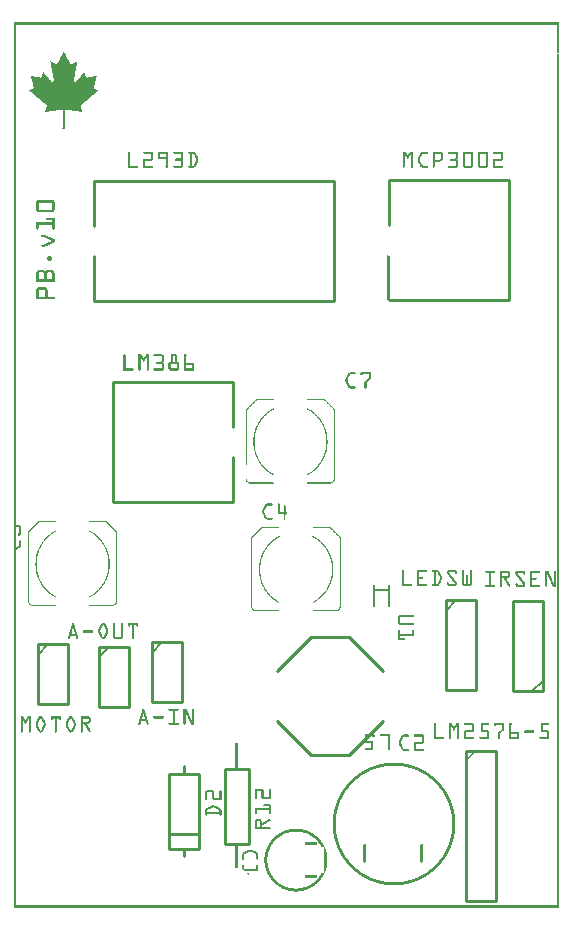
<source format=gto>
G04 MADE WITH FRITZING*
G04 WWW.FRITZING.ORG*
G04 DOUBLE SIDED*
G04 HOLES PLATED*
G04 CONTOUR ON CENTER OF CONTOUR VECTOR*
%ASAXBY*%
%FSLAX23Y23*%
%MOIN*%
%OFA0B0*%
%SFA1.0B1.0*%
%ADD10C,0.410000X0.39*%
%ADD11C,0.010000*%
%ADD12C,0.008000*%
%ADD13C,0.005000*%
%ADD14R,0.001000X0.001000*%
%LNSILK1*%
G90*
G70*
G54D10*
X1266Y282D03*
G54D11*
X1231Y625D02*
X1117Y510D01*
D02*
X1117Y510D02*
X991Y510D01*
D02*
X991Y904D02*
X1117Y904D01*
D02*
X991Y510D02*
X876Y625D01*
D02*
X1231Y790D02*
X1117Y904D01*
D02*
X991Y904D02*
X876Y790D01*
D02*
X730Y1755D02*
X330Y1755D01*
D02*
X330Y1755D02*
X330Y1355D01*
D02*
X330Y1355D02*
X730Y1355D01*
D02*
X730Y1755D02*
X730Y1605D01*
D02*
X730Y1505D02*
X730Y1355D01*
G54D12*
D02*
X1251Y1078D02*
X1251Y1062D01*
D02*
X1251Y1062D02*
X1251Y1007D01*
D02*
X1200Y1078D02*
X1200Y1062D01*
D02*
X1200Y1062D02*
X1200Y1007D01*
D02*
X1251Y1062D02*
X1200Y1062D01*
G54D11*
D02*
X1507Y525D02*
X1507Y25D01*
D02*
X1507Y25D02*
X1607Y25D01*
D02*
X1607Y25D02*
X1607Y525D01*
D02*
X1607Y525D02*
X1507Y525D01*
D02*
X617Y199D02*
X617Y249D01*
D02*
X617Y249D02*
X617Y449D01*
D02*
X617Y449D02*
X567Y449D01*
D02*
X567Y449D02*
X517Y449D01*
D02*
X517Y449D02*
X517Y249D01*
D02*
X517Y249D02*
X517Y199D01*
D02*
X517Y199D02*
X567Y199D01*
D02*
X567Y199D02*
X617Y199D01*
D02*
X617Y249D02*
X517Y249D01*
D02*
X567Y449D02*
X567Y474D01*
D02*
X567Y199D02*
X567Y174D01*
D02*
X269Y2026D02*
X1069Y2026D01*
D02*
X1069Y2026D02*
X1069Y2426D01*
D02*
X1069Y2426D02*
X269Y2426D01*
D02*
X269Y2026D02*
X269Y2176D01*
D02*
X269Y2276D02*
X269Y2426D01*
D02*
X703Y216D02*
X703Y466D01*
D02*
X703Y466D02*
X785Y466D01*
D02*
X785Y466D02*
X785Y216D01*
D02*
X785Y216D02*
X703Y216D01*
D02*
X80Y880D02*
X80Y680D01*
D02*
X80Y680D02*
X180Y680D01*
D02*
X180Y680D02*
X180Y880D01*
D02*
X180Y880D02*
X80Y880D01*
G54D13*
D02*
X80Y845D02*
X115Y880D01*
G54D11*
D02*
X283Y872D02*
X283Y672D01*
D02*
X283Y672D02*
X383Y672D01*
D02*
X383Y672D02*
X383Y872D01*
D02*
X383Y872D02*
X283Y872D01*
G54D13*
D02*
X283Y837D02*
X318Y872D01*
G54D11*
D02*
X460Y887D02*
X460Y687D01*
D02*
X460Y687D02*
X560Y687D01*
D02*
X560Y687D02*
X560Y887D01*
D02*
X560Y887D02*
X460Y887D01*
G54D13*
D02*
X460Y852D02*
X495Y887D01*
G54D11*
D02*
X1440Y1027D02*
X1440Y727D01*
D02*
X1440Y727D02*
X1540Y727D01*
D02*
X1540Y727D02*
X1540Y1027D01*
D02*
X1540Y1027D02*
X1440Y1027D01*
G54D13*
D02*
X1440Y992D02*
X1475Y1027D01*
G54D11*
D02*
X1763Y723D02*
X1763Y1023D01*
D02*
X1763Y1023D02*
X1663Y1023D01*
D02*
X1663Y1023D02*
X1663Y723D01*
D02*
X1663Y723D02*
X1763Y723D01*
G54D13*
D02*
X1763Y758D02*
X1728Y723D01*
G54D11*
D02*
X1251Y2028D02*
X1651Y2028D01*
D02*
X1651Y2028D02*
X1651Y2428D01*
D02*
X1651Y2428D02*
X1251Y2428D01*
D02*
X1251Y2278D02*
X1251Y2428D01*
G54D14*
X0Y2953D02*
X1817Y2953D01*
X0Y2952D02*
X1817Y2952D01*
X0Y2951D02*
X1817Y2951D01*
X0Y2950D02*
X1817Y2950D01*
X0Y2949D02*
X1817Y2949D01*
X0Y2948D02*
X1817Y2948D01*
X0Y2947D02*
X1817Y2947D01*
X0Y2946D02*
X1817Y2946D01*
X0Y2945D02*
X7Y2945D01*
X1810Y2945D02*
X1817Y2945D01*
X0Y2944D02*
X7Y2944D01*
X1810Y2944D02*
X1817Y2944D01*
X0Y2943D02*
X7Y2943D01*
X1810Y2943D02*
X1817Y2943D01*
X0Y2942D02*
X7Y2942D01*
X1810Y2942D02*
X1817Y2942D01*
X0Y2941D02*
X7Y2941D01*
X1810Y2941D02*
X1817Y2941D01*
X0Y2940D02*
X7Y2940D01*
X1810Y2940D02*
X1817Y2940D01*
X0Y2939D02*
X7Y2939D01*
X1810Y2939D02*
X1817Y2939D01*
X0Y2938D02*
X7Y2938D01*
X1810Y2938D02*
X1817Y2938D01*
X0Y2937D02*
X7Y2937D01*
X1810Y2937D02*
X1817Y2937D01*
X0Y2936D02*
X7Y2936D01*
X1810Y2936D02*
X1817Y2936D01*
X0Y2935D02*
X7Y2935D01*
X1810Y2935D02*
X1817Y2935D01*
X0Y2934D02*
X7Y2934D01*
X1810Y2934D02*
X1817Y2934D01*
X0Y2933D02*
X7Y2933D01*
X1810Y2933D02*
X1817Y2933D01*
X0Y2932D02*
X7Y2932D01*
X1810Y2932D02*
X1817Y2932D01*
X0Y2931D02*
X7Y2931D01*
X1810Y2931D02*
X1817Y2931D01*
X0Y2930D02*
X7Y2930D01*
X1810Y2930D02*
X1817Y2930D01*
X0Y2929D02*
X7Y2929D01*
X1810Y2929D02*
X1817Y2929D01*
X0Y2928D02*
X7Y2928D01*
X1810Y2928D02*
X1817Y2928D01*
X0Y2927D02*
X7Y2927D01*
X1810Y2927D02*
X1817Y2927D01*
X0Y2926D02*
X7Y2926D01*
X1810Y2926D02*
X1817Y2926D01*
X0Y2925D02*
X7Y2925D01*
X1810Y2925D02*
X1817Y2925D01*
X0Y2924D02*
X7Y2924D01*
X1810Y2924D02*
X1817Y2924D01*
X0Y2923D02*
X7Y2923D01*
X1810Y2923D02*
X1817Y2923D01*
X0Y2922D02*
X7Y2922D01*
X1810Y2922D02*
X1817Y2922D01*
X0Y2921D02*
X7Y2921D01*
X1810Y2921D02*
X1817Y2921D01*
X0Y2920D02*
X7Y2920D01*
X1810Y2920D02*
X1817Y2920D01*
X0Y2919D02*
X7Y2919D01*
X1810Y2919D02*
X1817Y2919D01*
X0Y2918D02*
X7Y2918D01*
X1810Y2918D02*
X1817Y2918D01*
X0Y2917D02*
X7Y2917D01*
X1810Y2917D02*
X1817Y2917D01*
X0Y2916D02*
X7Y2916D01*
X1810Y2916D02*
X1817Y2916D01*
X0Y2915D02*
X7Y2915D01*
X1810Y2915D02*
X1817Y2915D01*
X0Y2914D02*
X7Y2914D01*
X1810Y2914D02*
X1817Y2914D01*
X0Y2913D02*
X7Y2913D01*
X1810Y2913D02*
X1817Y2913D01*
X0Y2912D02*
X7Y2912D01*
X1810Y2912D02*
X1817Y2912D01*
X0Y2911D02*
X7Y2911D01*
X1810Y2911D02*
X1817Y2911D01*
X0Y2910D02*
X7Y2910D01*
X1810Y2910D02*
X1817Y2910D01*
X0Y2909D02*
X7Y2909D01*
X1810Y2909D02*
X1817Y2909D01*
X0Y2908D02*
X7Y2908D01*
X1810Y2908D02*
X1817Y2908D01*
X0Y2907D02*
X7Y2907D01*
X1810Y2907D02*
X1817Y2907D01*
X0Y2906D02*
X7Y2906D01*
X1810Y2906D02*
X1817Y2906D01*
X0Y2905D02*
X7Y2905D01*
X1810Y2905D02*
X1817Y2905D01*
X0Y2904D02*
X7Y2904D01*
X1810Y2904D02*
X1817Y2904D01*
X0Y2903D02*
X7Y2903D01*
X1810Y2903D02*
X1817Y2903D01*
X0Y2902D02*
X7Y2902D01*
X1810Y2902D02*
X1817Y2902D01*
X0Y2901D02*
X7Y2901D01*
X1810Y2901D02*
X1817Y2901D01*
X0Y2900D02*
X7Y2900D01*
X1810Y2900D02*
X1817Y2900D01*
X0Y2899D02*
X7Y2899D01*
X1810Y2899D02*
X1817Y2899D01*
X0Y2898D02*
X7Y2898D01*
X1810Y2898D02*
X1817Y2898D01*
X0Y2897D02*
X7Y2897D01*
X1810Y2897D02*
X1817Y2897D01*
X0Y2896D02*
X7Y2896D01*
X1810Y2896D02*
X1817Y2896D01*
X0Y2895D02*
X7Y2895D01*
X1810Y2895D02*
X1817Y2895D01*
X0Y2894D02*
X7Y2894D01*
X1810Y2894D02*
X1817Y2894D01*
X0Y2893D02*
X7Y2893D01*
X1810Y2893D02*
X1817Y2893D01*
X0Y2892D02*
X7Y2892D01*
X1810Y2892D02*
X1817Y2892D01*
X0Y2891D02*
X7Y2891D01*
X1810Y2891D02*
X1817Y2891D01*
X0Y2890D02*
X7Y2890D01*
X1810Y2890D02*
X1817Y2890D01*
X0Y2889D02*
X7Y2889D01*
X1810Y2889D02*
X1817Y2889D01*
X0Y2888D02*
X7Y2888D01*
X1810Y2888D02*
X1817Y2888D01*
X0Y2887D02*
X7Y2887D01*
X1810Y2887D02*
X1817Y2887D01*
X0Y2886D02*
X7Y2886D01*
X1810Y2886D02*
X1817Y2886D01*
X0Y2885D02*
X7Y2885D01*
X1810Y2885D02*
X1817Y2885D01*
X0Y2884D02*
X7Y2884D01*
X1810Y2884D02*
X1817Y2884D01*
X0Y2883D02*
X7Y2883D01*
X1810Y2883D02*
X1817Y2883D01*
X0Y2882D02*
X7Y2882D01*
X1810Y2882D02*
X1817Y2882D01*
X0Y2881D02*
X7Y2881D01*
X1810Y2881D02*
X1817Y2881D01*
X0Y2880D02*
X7Y2880D01*
X1810Y2880D02*
X1817Y2880D01*
X0Y2879D02*
X7Y2879D01*
X1810Y2879D02*
X1817Y2879D01*
X0Y2878D02*
X7Y2878D01*
X1810Y2878D02*
X1817Y2878D01*
X0Y2877D02*
X7Y2877D01*
X1810Y2877D02*
X1817Y2877D01*
X0Y2876D02*
X7Y2876D01*
X1810Y2876D02*
X1817Y2876D01*
X0Y2875D02*
X7Y2875D01*
X1810Y2875D02*
X1817Y2875D01*
X0Y2874D02*
X7Y2874D01*
X1810Y2874D02*
X1817Y2874D01*
X0Y2873D02*
X7Y2873D01*
X1810Y2873D02*
X1817Y2873D01*
X0Y2872D02*
X7Y2872D01*
X1810Y2872D02*
X1817Y2872D01*
X0Y2871D02*
X7Y2871D01*
X1810Y2871D02*
X1817Y2871D01*
X0Y2870D02*
X7Y2870D01*
X1810Y2870D02*
X1817Y2870D01*
X0Y2869D02*
X7Y2869D01*
X1810Y2869D02*
X1817Y2869D01*
X0Y2868D02*
X7Y2868D01*
X1810Y2868D02*
X1817Y2868D01*
X0Y2867D02*
X7Y2867D01*
X1810Y2867D02*
X1817Y2867D01*
X0Y2866D02*
X7Y2866D01*
X1810Y2866D02*
X1817Y2866D01*
X0Y2865D02*
X7Y2865D01*
X1810Y2865D02*
X1817Y2865D01*
X0Y2864D02*
X7Y2864D01*
X1810Y2864D02*
X1817Y2864D01*
X0Y2863D02*
X7Y2863D01*
X1810Y2863D02*
X1817Y2863D01*
X0Y2862D02*
X7Y2862D01*
X1810Y2862D02*
X1817Y2862D01*
X0Y2861D02*
X7Y2861D01*
X1810Y2861D02*
X1817Y2861D01*
X0Y2860D02*
X7Y2860D01*
X1810Y2860D02*
X1817Y2860D01*
X0Y2859D02*
X7Y2859D01*
X1810Y2859D02*
X1817Y2859D01*
X0Y2858D02*
X7Y2858D01*
X1810Y2858D02*
X1817Y2858D01*
X0Y2857D02*
X7Y2857D01*
X1810Y2857D02*
X1817Y2857D01*
X0Y2856D02*
X7Y2856D01*
X167Y2856D02*
X167Y2856D01*
X1810Y2856D02*
X1817Y2856D01*
X0Y2855D02*
X7Y2855D01*
X166Y2855D02*
X167Y2855D01*
X1810Y2855D02*
X1817Y2855D01*
X0Y2854D02*
X7Y2854D01*
X166Y2854D02*
X168Y2854D01*
X1810Y2854D02*
X1817Y2854D01*
X0Y2853D02*
X7Y2853D01*
X165Y2853D02*
X168Y2853D01*
X1810Y2853D02*
X1817Y2853D01*
X0Y2852D02*
X7Y2852D01*
X165Y2852D02*
X169Y2852D01*
X1810Y2852D02*
X1817Y2852D01*
X0Y2851D02*
X7Y2851D01*
X164Y2851D02*
X169Y2851D01*
X1810Y2851D02*
X1817Y2851D01*
X0Y2850D02*
X7Y2850D01*
X164Y2850D02*
X170Y2850D01*
X1810Y2850D02*
X1817Y2850D01*
X0Y2849D02*
X7Y2849D01*
X163Y2849D02*
X170Y2849D01*
X0Y2848D02*
X7Y2848D01*
X163Y2848D02*
X171Y2848D01*
X357Y2848D02*
X357Y2848D01*
X1810Y2848D02*
X1817Y2848D01*
X0Y2847D02*
X7Y2847D01*
X162Y2847D02*
X171Y2847D01*
X357Y2847D02*
X357Y2847D01*
X1810Y2847D02*
X1817Y2847D01*
X0Y2846D02*
X7Y2846D01*
X162Y2846D02*
X172Y2846D01*
X357Y2846D02*
X357Y2846D01*
X1810Y2846D02*
X1817Y2846D01*
X0Y2845D02*
X7Y2845D01*
X161Y2845D02*
X172Y2845D01*
X357Y2845D02*
X357Y2845D01*
X1810Y2845D02*
X1817Y2845D01*
X0Y2844D02*
X7Y2844D01*
X161Y2844D02*
X173Y2844D01*
X357Y2844D02*
X357Y2844D01*
X1810Y2844D02*
X1817Y2844D01*
X0Y2843D02*
X7Y2843D01*
X160Y2843D02*
X173Y2843D01*
X357Y2843D02*
X357Y2843D01*
X1810Y2843D02*
X1817Y2843D01*
X0Y2842D02*
X7Y2842D01*
X159Y2842D02*
X174Y2842D01*
X357Y2842D02*
X357Y2842D01*
X1810Y2842D02*
X1817Y2842D01*
X0Y2841D02*
X7Y2841D01*
X159Y2841D02*
X174Y2841D01*
X357Y2841D02*
X357Y2841D01*
X1810Y2841D02*
X1817Y2841D01*
X0Y2840D02*
X7Y2840D01*
X158Y2840D02*
X175Y2840D01*
X357Y2840D02*
X357Y2840D01*
X1810Y2840D02*
X1817Y2840D01*
X0Y2839D02*
X7Y2839D01*
X158Y2839D02*
X175Y2839D01*
X357Y2839D02*
X357Y2839D01*
X1810Y2839D02*
X1817Y2839D01*
X0Y2838D02*
X7Y2838D01*
X157Y2838D02*
X176Y2838D01*
X357Y2838D02*
X357Y2838D01*
X1810Y2838D02*
X1817Y2838D01*
X0Y2837D02*
X7Y2837D01*
X157Y2837D02*
X176Y2837D01*
X357Y2837D02*
X357Y2837D01*
X1810Y2837D02*
X1817Y2837D01*
X0Y2836D02*
X7Y2836D01*
X156Y2836D02*
X177Y2836D01*
X357Y2836D02*
X357Y2836D01*
X1810Y2836D02*
X1817Y2836D01*
X0Y2835D02*
X7Y2835D01*
X156Y2835D02*
X177Y2835D01*
X357Y2835D02*
X357Y2835D01*
X1810Y2835D02*
X1817Y2835D01*
X0Y2834D02*
X7Y2834D01*
X155Y2834D02*
X178Y2834D01*
X357Y2834D02*
X357Y2834D01*
X1810Y2834D02*
X1817Y2834D01*
X0Y2833D02*
X7Y2833D01*
X155Y2833D02*
X178Y2833D01*
X357Y2833D02*
X357Y2833D01*
X1810Y2833D02*
X1817Y2833D01*
X0Y2832D02*
X7Y2832D01*
X154Y2832D02*
X179Y2832D01*
X357Y2832D02*
X357Y2832D01*
X1810Y2832D02*
X1817Y2832D01*
X0Y2831D02*
X7Y2831D01*
X154Y2831D02*
X179Y2831D01*
X357Y2831D02*
X357Y2831D01*
X1810Y2831D02*
X1817Y2831D01*
X0Y2830D02*
X7Y2830D01*
X153Y2830D02*
X180Y2830D01*
X357Y2830D02*
X357Y2830D01*
X1810Y2830D02*
X1817Y2830D01*
X0Y2829D02*
X7Y2829D01*
X153Y2829D02*
X181Y2829D01*
X357Y2829D02*
X357Y2829D01*
X1810Y2829D02*
X1817Y2829D01*
X0Y2828D02*
X7Y2828D01*
X152Y2828D02*
X181Y2828D01*
X357Y2828D02*
X357Y2828D01*
X1810Y2828D02*
X1817Y2828D01*
X0Y2827D02*
X7Y2827D01*
X152Y2827D02*
X182Y2827D01*
X357Y2827D02*
X357Y2827D01*
X1810Y2827D02*
X1817Y2827D01*
X0Y2826D02*
X7Y2826D01*
X151Y2826D02*
X182Y2826D01*
X357Y2826D02*
X357Y2826D01*
X1810Y2826D02*
X1817Y2826D01*
X0Y2825D02*
X7Y2825D01*
X151Y2825D02*
X183Y2825D01*
X357Y2825D02*
X357Y2825D01*
X1810Y2825D02*
X1817Y2825D01*
X0Y2824D02*
X7Y2824D01*
X150Y2824D02*
X183Y2824D01*
X357Y2824D02*
X357Y2824D01*
X1810Y2824D02*
X1817Y2824D01*
X0Y2823D02*
X7Y2823D01*
X122Y2823D02*
X123Y2823D01*
X150Y2823D02*
X184Y2823D01*
X210Y2823D02*
X211Y2823D01*
X357Y2823D02*
X357Y2823D01*
X1810Y2823D02*
X1817Y2823D01*
X0Y2822D02*
X7Y2822D01*
X122Y2822D02*
X125Y2822D01*
X149Y2822D02*
X184Y2822D01*
X208Y2822D02*
X211Y2822D01*
X357Y2822D02*
X357Y2822D01*
X1810Y2822D02*
X1817Y2822D01*
X0Y2821D02*
X7Y2821D01*
X123Y2821D02*
X127Y2821D01*
X149Y2821D02*
X185Y2821D01*
X207Y2821D02*
X211Y2821D01*
X357Y2821D02*
X357Y2821D01*
X1810Y2821D02*
X1817Y2821D01*
X0Y2820D02*
X7Y2820D01*
X123Y2820D02*
X129Y2820D01*
X148Y2820D02*
X185Y2820D01*
X205Y2820D02*
X211Y2820D01*
X357Y2820D02*
X357Y2820D01*
X1810Y2820D02*
X1817Y2820D01*
X0Y2819D02*
X7Y2819D01*
X123Y2819D02*
X131Y2819D01*
X148Y2819D02*
X186Y2819D01*
X203Y2819D02*
X210Y2819D01*
X357Y2819D02*
X357Y2819D01*
X1810Y2819D02*
X1817Y2819D01*
X0Y2818D02*
X7Y2818D01*
X123Y2818D02*
X132Y2818D01*
X147Y2818D02*
X186Y2818D01*
X201Y2818D02*
X210Y2818D01*
X357Y2818D02*
X357Y2818D01*
X1810Y2818D02*
X1817Y2818D01*
X0Y2817D02*
X7Y2817D01*
X123Y2817D02*
X134Y2817D01*
X147Y2817D02*
X187Y2817D01*
X199Y2817D02*
X210Y2817D01*
X357Y2817D02*
X357Y2817D01*
X1810Y2817D02*
X1817Y2817D01*
X0Y2816D02*
X7Y2816D01*
X124Y2816D02*
X136Y2816D01*
X146Y2816D02*
X188Y2816D01*
X197Y2816D02*
X210Y2816D01*
X357Y2816D02*
X357Y2816D01*
X1810Y2816D02*
X1817Y2816D01*
X0Y2815D02*
X7Y2815D01*
X124Y2815D02*
X138Y2815D01*
X144Y2815D02*
X189Y2815D01*
X195Y2815D02*
X210Y2815D01*
X357Y2815D02*
X357Y2815D01*
X1810Y2815D02*
X1817Y2815D01*
X0Y2814D02*
X7Y2814D01*
X124Y2814D02*
X209Y2814D01*
X357Y2814D02*
X357Y2814D01*
X1810Y2814D02*
X1817Y2814D01*
X0Y2813D02*
X7Y2813D01*
X124Y2813D02*
X209Y2813D01*
X357Y2813D02*
X357Y2813D01*
X1810Y2813D02*
X1817Y2813D01*
X0Y2812D02*
X7Y2812D01*
X124Y2812D02*
X209Y2812D01*
X357Y2812D02*
X357Y2812D01*
X1810Y2812D02*
X1817Y2812D01*
X0Y2811D02*
X7Y2811D01*
X124Y2811D02*
X209Y2811D01*
X357Y2811D02*
X357Y2811D01*
X1810Y2811D02*
X1817Y2811D01*
X0Y2810D02*
X7Y2810D01*
X125Y2810D02*
X209Y2810D01*
X357Y2810D02*
X357Y2810D01*
X1810Y2810D02*
X1817Y2810D01*
X0Y2809D02*
X7Y2809D01*
X125Y2809D02*
X209Y2809D01*
X357Y2809D02*
X357Y2809D01*
X1810Y2809D02*
X1817Y2809D01*
X0Y2808D02*
X7Y2808D01*
X125Y2808D02*
X208Y2808D01*
X357Y2808D02*
X357Y2808D01*
X1810Y2808D02*
X1817Y2808D01*
X0Y2807D02*
X7Y2807D01*
X125Y2807D02*
X208Y2807D01*
X357Y2807D02*
X357Y2807D01*
X1810Y2807D02*
X1817Y2807D01*
X0Y2806D02*
X7Y2806D01*
X125Y2806D02*
X208Y2806D01*
X357Y2806D02*
X357Y2806D01*
X1810Y2806D02*
X1817Y2806D01*
X0Y2805D02*
X7Y2805D01*
X126Y2805D02*
X208Y2805D01*
X357Y2805D02*
X357Y2805D01*
X1810Y2805D02*
X1817Y2805D01*
X0Y2804D02*
X7Y2804D01*
X126Y2804D02*
X208Y2804D01*
X357Y2804D02*
X357Y2804D01*
X1810Y2804D02*
X1817Y2804D01*
X0Y2803D02*
X7Y2803D01*
X126Y2803D02*
X207Y2803D01*
X357Y2803D02*
X357Y2803D01*
X1810Y2803D02*
X1817Y2803D01*
X0Y2802D02*
X7Y2802D01*
X126Y2802D02*
X207Y2802D01*
X357Y2802D02*
X357Y2802D01*
X1810Y2802D02*
X1817Y2802D01*
X0Y2801D02*
X7Y2801D01*
X126Y2801D02*
X207Y2801D01*
X357Y2801D02*
X357Y2801D01*
X1810Y2801D02*
X1817Y2801D01*
X0Y2800D02*
X7Y2800D01*
X126Y2800D02*
X207Y2800D01*
X357Y2800D02*
X357Y2800D01*
X1810Y2800D02*
X1817Y2800D01*
X0Y2799D02*
X7Y2799D01*
X127Y2799D02*
X207Y2799D01*
X357Y2799D02*
X357Y2799D01*
X1810Y2799D02*
X1817Y2799D01*
X0Y2798D02*
X7Y2798D01*
X127Y2798D02*
X207Y2798D01*
X357Y2798D02*
X357Y2798D01*
X1810Y2798D02*
X1817Y2798D01*
X0Y2797D02*
X7Y2797D01*
X127Y2797D02*
X206Y2797D01*
X357Y2797D02*
X357Y2797D01*
X1810Y2797D02*
X1817Y2797D01*
X0Y2796D02*
X7Y2796D01*
X127Y2796D02*
X206Y2796D01*
X357Y2796D02*
X357Y2796D01*
X1810Y2796D02*
X1817Y2796D01*
X0Y2795D02*
X7Y2795D01*
X127Y2795D02*
X206Y2795D01*
X357Y2795D02*
X357Y2795D01*
X1810Y2795D02*
X1817Y2795D01*
X0Y2794D02*
X7Y2794D01*
X128Y2794D02*
X206Y2794D01*
X357Y2794D02*
X357Y2794D01*
X1810Y2794D02*
X1817Y2794D01*
X0Y2793D02*
X7Y2793D01*
X128Y2793D02*
X206Y2793D01*
X357Y2793D02*
X357Y2793D01*
X1810Y2793D02*
X1817Y2793D01*
X0Y2792D02*
X7Y2792D01*
X128Y2792D02*
X205Y2792D01*
X357Y2792D02*
X357Y2792D01*
X1810Y2792D02*
X1817Y2792D01*
X0Y2791D02*
X7Y2791D01*
X128Y2791D02*
X205Y2791D01*
X357Y2791D02*
X357Y2791D01*
X1810Y2791D02*
X1817Y2791D01*
X0Y2790D02*
X7Y2790D01*
X128Y2790D02*
X205Y2790D01*
X357Y2790D02*
X357Y2790D01*
X1810Y2790D02*
X1817Y2790D01*
X0Y2789D02*
X7Y2789D01*
X128Y2789D02*
X205Y2789D01*
X357Y2789D02*
X357Y2789D01*
X1810Y2789D02*
X1817Y2789D01*
X0Y2788D02*
X7Y2788D01*
X129Y2788D02*
X205Y2788D01*
X357Y2788D02*
X357Y2788D01*
X1810Y2788D02*
X1817Y2788D01*
X0Y2787D02*
X7Y2787D01*
X129Y2787D02*
X205Y2787D01*
X357Y2787D02*
X357Y2787D01*
X1810Y2787D02*
X1817Y2787D01*
X0Y2786D02*
X7Y2786D01*
X98Y2786D02*
X99Y2786D01*
X129Y2786D02*
X204Y2786D01*
X235Y2786D02*
X235Y2786D01*
X357Y2786D02*
X357Y2786D01*
X1810Y2786D02*
X1817Y2786D01*
X0Y2785D02*
X7Y2785D01*
X98Y2785D02*
X100Y2785D01*
X129Y2785D02*
X204Y2785D01*
X234Y2785D02*
X235Y2785D01*
X357Y2785D02*
X357Y2785D01*
X1810Y2785D02*
X1817Y2785D01*
X0Y2784D02*
X7Y2784D01*
X98Y2784D02*
X101Y2784D01*
X129Y2784D02*
X204Y2784D01*
X233Y2784D02*
X235Y2784D01*
X357Y2784D02*
X357Y2784D01*
X1810Y2784D02*
X1817Y2784D01*
X0Y2783D02*
X7Y2783D01*
X98Y2783D02*
X101Y2783D01*
X130Y2783D02*
X204Y2783D01*
X232Y2783D02*
X236Y2783D01*
X357Y2783D02*
X357Y2783D01*
X1810Y2783D02*
X1817Y2783D01*
X0Y2782D02*
X7Y2782D01*
X97Y2782D02*
X102Y2782D01*
X130Y2782D02*
X204Y2782D01*
X231Y2782D02*
X236Y2782D01*
X357Y2782D02*
X357Y2782D01*
X1810Y2782D02*
X1817Y2782D01*
X0Y2781D02*
X7Y2781D01*
X97Y2781D02*
X103Y2781D01*
X130Y2781D02*
X203Y2781D01*
X230Y2781D02*
X236Y2781D01*
X357Y2781D02*
X357Y2781D01*
X1810Y2781D02*
X1817Y2781D01*
X0Y2780D02*
X7Y2780D01*
X97Y2780D02*
X104Y2780D01*
X130Y2780D02*
X203Y2780D01*
X229Y2780D02*
X237Y2780D01*
X357Y2780D02*
X357Y2780D01*
X1810Y2780D02*
X1817Y2780D01*
X0Y2779D02*
X7Y2779D01*
X96Y2779D02*
X105Y2779D01*
X130Y2779D02*
X203Y2779D01*
X229Y2779D02*
X237Y2779D01*
X357Y2779D02*
X357Y2779D01*
X1810Y2779D02*
X1817Y2779D01*
X0Y2778D02*
X7Y2778D01*
X96Y2778D02*
X106Y2778D01*
X130Y2778D02*
X203Y2778D01*
X228Y2778D02*
X237Y2778D01*
X357Y2778D02*
X357Y2778D01*
X1810Y2778D02*
X1817Y2778D01*
X0Y2777D02*
X7Y2777D01*
X96Y2777D02*
X107Y2777D01*
X131Y2777D02*
X203Y2777D01*
X227Y2777D02*
X237Y2777D01*
X357Y2777D02*
X357Y2777D01*
X1810Y2777D02*
X1817Y2777D01*
X0Y2776D02*
X7Y2776D01*
X96Y2776D02*
X107Y2776D01*
X131Y2776D02*
X203Y2776D01*
X226Y2776D02*
X238Y2776D01*
X357Y2776D02*
X357Y2776D01*
X1810Y2776D02*
X1817Y2776D01*
X0Y2775D02*
X7Y2775D01*
X57Y2775D02*
X59Y2775D01*
X95Y2775D02*
X108Y2775D01*
X131Y2775D02*
X202Y2775D01*
X225Y2775D02*
X238Y2775D01*
X274Y2775D02*
X276Y2775D01*
X357Y2775D02*
X357Y2775D01*
X1810Y2775D02*
X1817Y2775D01*
X0Y2774D02*
X7Y2774D01*
X57Y2774D02*
X63Y2774D01*
X95Y2774D02*
X109Y2774D01*
X131Y2774D02*
X202Y2774D01*
X224Y2774D02*
X238Y2774D01*
X270Y2774D02*
X276Y2774D01*
X357Y2774D02*
X357Y2774D01*
X1810Y2774D02*
X1817Y2774D01*
X0Y2773D02*
X7Y2773D01*
X58Y2773D02*
X68Y2773D01*
X95Y2773D02*
X110Y2773D01*
X131Y2773D02*
X202Y2773D01*
X223Y2773D02*
X239Y2773D01*
X265Y2773D02*
X276Y2773D01*
X357Y2773D02*
X357Y2773D01*
X1810Y2773D02*
X1817Y2773D01*
X0Y2772D02*
X7Y2772D01*
X58Y2772D02*
X73Y2772D01*
X95Y2772D02*
X111Y2772D01*
X132Y2772D02*
X202Y2772D01*
X223Y2772D02*
X239Y2772D01*
X261Y2772D02*
X276Y2772D01*
X357Y2772D02*
X357Y2772D01*
X1810Y2772D02*
X1817Y2772D01*
X0Y2771D02*
X7Y2771D01*
X58Y2771D02*
X77Y2771D01*
X94Y2771D02*
X112Y2771D01*
X132Y2771D02*
X202Y2771D01*
X222Y2771D02*
X239Y2771D01*
X256Y2771D02*
X275Y2771D01*
X357Y2771D02*
X357Y2771D01*
X1810Y2771D02*
X1817Y2771D01*
X0Y2770D02*
X7Y2770D01*
X58Y2770D02*
X82Y2770D01*
X93Y2770D02*
X112Y2770D01*
X132Y2770D02*
X201Y2770D01*
X221Y2770D02*
X240Y2770D01*
X252Y2770D02*
X275Y2770D01*
X357Y2770D02*
X357Y2770D01*
X1810Y2770D02*
X1817Y2770D01*
X0Y2769D02*
X7Y2769D01*
X59Y2769D02*
X86Y2769D01*
X92Y2769D02*
X113Y2769D01*
X132Y2769D02*
X201Y2769D01*
X220Y2769D02*
X242Y2769D01*
X247Y2769D02*
X275Y2769D01*
X357Y2769D02*
X357Y2769D01*
X1810Y2769D02*
X1817Y2769D01*
X0Y2768D02*
X7Y2768D01*
X59Y2768D02*
X114Y2768D01*
X132Y2768D02*
X201Y2768D01*
X219Y2768D02*
X275Y2768D01*
X357Y2768D02*
X357Y2768D01*
X1810Y2768D02*
X1817Y2768D01*
X0Y2767D02*
X7Y2767D01*
X59Y2767D02*
X115Y2767D01*
X132Y2767D02*
X201Y2767D01*
X218Y2767D02*
X274Y2767D01*
X357Y2767D02*
X357Y2767D01*
X1810Y2767D02*
X1817Y2767D01*
X0Y2766D02*
X7Y2766D01*
X59Y2766D02*
X116Y2766D01*
X133Y2766D02*
X201Y2766D01*
X217Y2766D02*
X274Y2766D01*
X357Y2766D02*
X357Y2766D01*
X1810Y2766D02*
X1817Y2766D01*
X0Y2765D02*
X7Y2765D01*
X60Y2765D02*
X117Y2765D01*
X133Y2765D02*
X201Y2765D01*
X217Y2765D02*
X274Y2765D01*
X357Y2765D02*
X357Y2765D01*
X1810Y2765D02*
X1817Y2765D01*
X0Y2764D02*
X7Y2764D01*
X60Y2764D02*
X118Y2764D01*
X133Y2764D02*
X200Y2764D01*
X216Y2764D02*
X273Y2764D01*
X357Y2764D02*
X357Y2764D01*
X1810Y2764D02*
X1817Y2764D01*
X0Y2763D02*
X7Y2763D01*
X60Y2763D02*
X118Y2763D01*
X133Y2763D02*
X200Y2763D01*
X215Y2763D02*
X273Y2763D01*
X357Y2763D02*
X357Y2763D01*
X1810Y2763D02*
X1817Y2763D01*
X0Y2762D02*
X7Y2762D01*
X60Y2762D02*
X119Y2762D01*
X133Y2762D02*
X200Y2762D01*
X214Y2762D02*
X273Y2762D01*
X357Y2762D02*
X357Y2762D01*
X1810Y2762D02*
X1817Y2762D01*
X0Y2761D02*
X7Y2761D01*
X61Y2761D02*
X120Y2761D01*
X133Y2761D02*
X200Y2761D01*
X213Y2761D02*
X273Y2761D01*
X357Y2761D02*
X357Y2761D01*
X1810Y2761D02*
X1817Y2761D01*
X0Y2760D02*
X7Y2760D01*
X61Y2760D02*
X121Y2760D01*
X133Y2760D02*
X200Y2760D01*
X212Y2760D02*
X272Y2760D01*
X357Y2760D02*
X357Y2760D01*
X1810Y2760D02*
X1817Y2760D01*
X0Y2759D02*
X7Y2759D01*
X61Y2759D02*
X122Y2759D01*
X133Y2759D02*
X200Y2759D01*
X211Y2759D02*
X272Y2759D01*
X357Y2759D02*
X357Y2759D01*
X1810Y2759D02*
X1817Y2759D01*
X0Y2758D02*
X7Y2758D01*
X61Y2758D02*
X123Y2758D01*
X133Y2758D02*
X200Y2758D01*
X211Y2758D02*
X272Y2758D01*
X357Y2758D02*
X357Y2758D01*
X1810Y2758D02*
X1817Y2758D01*
X0Y2757D02*
X7Y2757D01*
X62Y2757D02*
X124Y2757D01*
X133Y2757D02*
X201Y2757D01*
X210Y2757D02*
X272Y2757D01*
X357Y2757D02*
X357Y2757D01*
X1810Y2757D02*
X1817Y2757D01*
X0Y2756D02*
X7Y2756D01*
X62Y2756D02*
X125Y2756D01*
X132Y2756D02*
X201Y2756D01*
X209Y2756D02*
X271Y2756D01*
X357Y2756D02*
X357Y2756D01*
X1810Y2756D02*
X1817Y2756D01*
X0Y2755D02*
X7Y2755D01*
X62Y2755D02*
X126Y2755D01*
X131Y2755D02*
X202Y2755D01*
X207Y2755D02*
X271Y2755D01*
X357Y2755D02*
X357Y2755D01*
X1810Y2755D02*
X1817Y2755D01*
X0Y2754D02*
X7Y2754D01*
X63Y2754D02*
X271Y2754D01*
X357Y2754D02*
X357Y2754D01*
X1810Y2754D02*
X1817Y2754D01*
X0Y2753D02*
X7Y2753D01*
X63Y2753D02*
X271Y2753D01*
X357Y2753D02*
X357Y2753D01*
X1810Y2753D02*
X1817Y2753D01*
X0Y2752D02*
X7Y2752D01*
X63Y2752D02*
X270Y2752D01*
X357Y2752D02*
X357Y2752D01*
X1810Y2752D02*
X1817Y2752D01*
X0Y2751D02*
X7Y2751D01*
X63Y2751D02*
X270Y2751D01*
X357Y2751D02*
X357Y2751D01*
X1810Y2751D02*
X1817Y2751D01*
X0Y2750D02*
X7Y2750D01*
X64Y2750D02*
X270Y2750D01*
X357Y2750D02*
X357Y2750D01*
X1810Y2750D02*
X1817Y2750D01*
X0Y2749D02*
X7Y2749D01*
X64Y2749D02*
X270Y2749D01*
X357Y2749D02*
X357Y2749D01*
X1810Y2749D02*
X1817Y2749D01*
X0Y2748D02*
X7Y2748D01*
X64Y2748D02*
X269Y2748D01*
X357Y2748D02*
X357Y2748D01*
X1810Y2748D02*
X1817Y2748D01*
X0Y2747D02*
X7Y2747D01*
X64Y2747D02*
X269Y2747D01*
X357Y2747D02*
X357Y2747D01*
X1810Y2747D02*
X1817Y2747D01*
X0Y2746D02*
X7Y2746D01*
X65Y2746D02*
X269Y2746D01*
X357Y2746D02*
X357Y2746D01*
X1810Y2746D02*
X1817Y2746D01*
X0Y2745D02*
X7Y2745D01*
X65Y2745D02*
X268Y2745D01*
X357Y2745D02*
X357Y2745D01*
X1810Y2745D02*
X1817Y2745D01*
X0Y2744D02*
X7Y2744D01*
X65Y2744D02*
X268Y2744D01*
X357Y2744D02*
X357Y2744D01*
X1810Y2744D02*
X1817Y2744D01*
X0Y2743D02*
X7Y2743D01*
X65Y2743D02*
X268Y2743D01*
X357Y2743D02*
X357Y2743D01*
X1810Y2743D02*
X1817Y2743D01*
X0Y2742D02*
X7Y2742D01*
X66Y2742D02*
X268Y2742D01*
X357Y2742D02*
X357Y2742D01*
X1810Y2742D02*
X1817Y2742D01*
X0Y2741D02*
X7Y2741D01*
X66Y2741D02*
X267Y2741D01*
X357Y2741D02*
X357Y2741D01*
X1810Y2741D02*
X1817Y2741D01*
X0Y2740D02*
X7Y2740D01*
X66Y2740D02*
X267Y2740D01*
X357Y2740D02*
X357Y2740D01*
X1810Y2740D02*
X1817Y2740D01*
X0Y2739D02*
X7Y2739D01*
X66Y2739D02*
X267Y2739D01*
X357Y2739D02*
X357Y2739D01*
X1810Y2739D02*
X1817Y2739D01*
X0Y2738D02*
X7Y2738D01*
X67Y2738D02*
X267Y2738D01*
X357Y2738D02*
X357Y2738D01*
X1810Y2738D02*
X1817Y2738D01*
X0Y2737D02*
X7Y2737D01*
X67Y2737D02*
X267Y2737D01*
X357Y2737D02*
X357Y2737D01*
X1810Y2737D02*
X1817Y2737D01*
X0Y2736D02*
X7Y2736D01*
X67Y2736D02*
X266Y2736D01*
X357Y2736D02*
X357Y2736D01*
X1810Y2736D02*
X1817Y2736D01*
X0Y2735D02*
X7Y2735D01*
X67Y2735D02*
X267Y2735D01*
X357Y2735D02*
X357Y2735D01*
X1810Y2735D02*
X1817Y2735D01*
X0Y2734D02*
X7Y2734D01*
X66Y2734D02*
X267Y2734D01*
X357Y2734D02*
X357Y2734D01*
X1810Y2734D02*
X1817Y2734D01*
X0Y2733D02*
X7Y2733D01*
X66Y2733D02*
X268Y2733D01*
X357Y2733D02*
X357Y2733D01*
X1810Y2733D02*
X1817Y2733D01*
X0Y2732D02*
X7Y2732D01*
X64Y2732D02*
X269Y2732D01*
X357Y2732D02*
X357Y2732D01*
X1810Y2732D02*
X1817Y2732D01*
X0Y2731D02*
X7Y2731D01*
X62Y2731D02*
X271Y2731D01*
X357Y2731D02*
X357Y2731D01*
X1810Y2731D02*
X1817Y2731D01*
X0Y2730D02*
X7Y2730D01*
X60Y2730D02*
X273Y2730D01*
X357Y2730D02*
X357Y2730D01*
X1810Y2730D02*
X1817Y2730D01*
X0Y2729D02*
X7Y2729D01*
X58Y2729D02*
X275Y2729D01*
X357Y2729D02*
X357Y2729D01*
X1810Y2729D02*
X1817Y2729D01*
X0Y2728D02*
X7Y2728D01*
X56Y2728D02*
X277Y2728D01*
X357Y2728D02*
X357Y2728D01*
X1810Y2728D02*
X1817Y2728D01*
X0Y2727D02*
X7Y2727D01*
X54Y2727D02*
X279Y2727D01*
X357Y2727D02*
X357Y2727D01*
X1810Y2727D02*
X1817Y2727D01*
X0Y2726D02*
X7Y2726D01*
X52Y2726D02*
X281Y2726D01*
X357Y2726D02*
X357Y2726D01*
X1810Y2726D02*
X1817Y2726D01*
X0Y2725D02*
X7Y2725D01*
X53Y2725D02*
X280Y2725D01*
X357Y2725D02*
X357Y2725D01*
X1810Y2725D02*
X1817Y2725D01*
X0Y2724D02*
X7Y2724D01*
X54Y2724D02*
X279Y2724D01*
X357Y2724D02*
X357Y2724D01*
X1810Y2724D02*
X1817Y2724D01*
X0Y2723D02*
X7Y2723D01*
X56Y2723D02*
X278Y2723D01*
X357Y2723D02*
X357Y2723D01*
X1810Y2723D02*
X1817Y2723D01*
X0Y2722D02*
X7Y2722D01*
X57Y2722D02*
X277Y2722D01*
X357Y2722D02*
X357Y2722D01*
X1810Y2722D02*
X1817Y2722D01*
X0Y2721D02*
X7Y2721D01*
X58Y2721D02*
X275Y2721D01*
X357Y2721D02*
X357Y2721D01*
X1810Y2721D02*
X1817Y2721D01*
X0Y2720D02*
X7Y2720D01*
X59Y2720D02*
X274Y2720D01*
X357Y2720D02*
X357Y2720D01*
X1810Y2720D02*
X1817Y2720D01*
X0Y2719D02*
X7Y2719D01*
X60Y2719D02*
X273Y2719D01*
X357Y2719D02*
X357Y2719D01*
X1810Y2719D02*
X1817Y2719D01*
X0Y2718D02*
X7Y2718D01*
X61Y2718D02*
X272Y2718D01*
X357Y2718D02*
X357Y2718D01*
X1810Y2718D02*
X1817Y2718D01*
X0Y2717D02*
X7Y2717D01*
X63Y2717D02*
X271Y2717D01*
X357Y2717D02*
X357Y2717D01*
X1810Y2717D02*
X1817Y2717D01*
X0Y2716D02*
X7Y2716D01*
X64Y2716D02*
X270Y2716D01*
X357Y2716D02*
X357Y2716D01*
X1810Y2716D02*
X1817Y2716D01*
X0Y2715D02*
X7Y2715D01*
X65Y2715D02*
X268Y2715D01*
X357Y2715D02*
X357Y2715D01*
X1810Y2715D02*
X1817Y2715D01*
X0Y2714D02*
X7Y2714D01*
X66Y2714D02*
X267Y2714D01*
X357Y2714D02*
X357Y2714D01*
X1810Y2714D02*
X1817Y2714D01*
X0Y2713D02*
X7Y2713D01*
X67Y2713D02*
X266Y2713D01*
X357Y2713D02*
X357Y2713D01*
X1810Y2713D02*
X1817Y2713D01*
X0Y2712D02*
X7Y2712D01*
X68Y2712D02*
X265Y2712D01*
X357Y2712D02*
X357Y2712D01*
X1810Y2712D02*
X1817Y2712D01*
X0Y2711D02*
X7Y2711D01*
X70Y2711D02*
X264Y2711D01*
X357Y2711D02*
X357Y2711D01*
X1810Y2711D02*
X1817Y2711D01*
X0Y2710D02*
X7Y2710D01*
X71Y2710D02*
X263Y2710D01*
X357Y2710D02*
X357Y2710D01*
X1810Y2710D02*
X1817Y2710D01*
X0Y2709D02*
X7Y2709D01*
X72Y2709D02*
X261Y2709D01*
X357Y2709D02*
X357Y2709D01*
X1810Y2709D02*
X1817Y2709D01*
X0Y2708D02*
X7Y2708D01*
X73Y2708D02*
X260Y2708D01*
X357Y2708D02*
X357Y2708D01*
X1810Y2708D02*
X1817Y2708D01*
X0Y2707D02*
X7Y2707D01*
X74Y2707D02*
X259Y2707D01*
X357Y2707D02*
X357Y2707D01*
X1810Y2707D02*
X1817Y2707D01*
X0Y2706D02*
X7Y2706D01*
X76Y2706D02*
X258Y2706D01*
X357Y2706D02*
X357Y2706D01*
X1810Y2706D02*
X1817Y2706D01*
X0Y2705D02*
X7Y2705D01*
X77Y2705D02*
X257Y2705D01*
X357Y2705D02*
X357Y2705D01*
X1810Y2705D02*
X1817Y2705D01*
X0Y2704D02*
X7Y2704D01*
X78Y2704D02*
X255Y2704D01*
X357Y2704D02*
X357Y2704D01*
X1810Y2704D02*
X1817Y2704D01*
X0Y2703D02*
X7Y2703D01*
X79Y2703D02*
X254Y2703D01*
X357Y2703D02*
X357Y2703D01*
X1810Y2703D02*
X1817Y2703D01*
X0Y2702D02*
X7Y2702D01*
X80Y2702D02*
X253Y2702D01*
X357Y2702D02*
X357Y2702D01*
X1810Y2702D02*
X1817Y2702D01*
X0Y2701D02*
X7Y2701D01*
X81Y2701D02*
X252Y2701D01*
X357Y2701D02*
X357Y2701D01*
X1810Y2701D02*
X1817Y2701D01*
X0Y2700D02*
X7Y2700D01*
X83Y2700D02*
X251Y2700D01*
X357Y2700D02*
X357Y2700D01*
X1810Y2700D02*
X1817Y2700D01*
X0Y2699D02*
X7Y2699D01*
X84Y2699D02*
X250Y2699D01*
X357Y2699D02*
X357Y2699D01*
X1810Y2699D02*
X1817Y2699D01*
X0Y2698D02*
X7Y2698D01*
X85Y2698D02*
X248Y2698D01*
X357Y2698D02*
X357Y2698D01*
X1810Y2698D02*
X1817Y2698D01*
X0Y2697D02*
X7Y2697D01*
X86Y2697D02*
X247Y2697D01*
X357Y2697D02*
X357Y2697D01*
X1810Y2697D02*
X1817Y2697D01*
X0Y2696D02*
X7Y2696D01*
X87Y2696D02*
X246Y2696D01*
X357Y2696D02*
X357Y2696D01*
X1810Y2696D02*
X1817Y2696D01*
X0Y2695D02*
X7Y2695D01*
X88Y2695D02*
X245Y2695D01*
X357Y2695D02*
X357Y2695D01*
X1810Y2695D02*
X1817Y2695D01*
X0Y2694D02*
X7Y2694D01*
X90Y2694D02*
X244Y2694D01*
X357Y2694D02*
X357Y2694D01*
X1810Y2694D02*
X1817Y2694D01*
X0Y2693D02*
X7Y2693D01*
X91Y2693D02*
X243Y2693D01*
X357Y2693D02*
X357Y2693D01*
X1810Y2693D02*
X1817Y2693D01*
X0Y2692D02*
X7Y2692D01*
X92Y2692D02*
X241Y2692D01*
X357Y2692D02*
X357Y2692D01*
X1810Y2692D02*
X1817Y2692D01*
X0Y2691D02*
X7Y2691D01*
X93Y2691D02*
X240Y2691D01*
X357Y2691D02*
X357Y2691D01*
X1810Y2691D02*
X1817Y2691D01*
X0Y2690D02*
X7Y2690D01*
X94Y2690D02*
X239Y2690D01*
X357Y2690D02*
X357Y2690D01*
X1810Y2690D02*
X1817Y2690D01*
X0Y2689D02*
X7Y2689D01*
X96Y2689D02*
X238Y2689D01*
X357Y2689D02*
X357Y2689D01*
X1810Y2689D02*
X1817Y2689D01*
X0Y2688D02*
X7Y2688D01*
X97Y2688D02*
X237Y2688D01*
X357Y2688D02*
X357Y2688D01*
X1810Y2688D02*
X1817Y2688D01*
X0Y2687D02*
X7Y2687D01*
X98Y2687D02*
X235Y2687D01*
X357Y2687D02*
X357Y2687D01*
X1810Y2687D02*
X1817Y2687D01*
X0Y2686D02*
X7Y2686D01*
X99Y2686D02*
X234Y2686D01*
X357Y2686D02*
X357Y2686D01*
X1810Y2686D02*
X1817Y2686D01*
X0Y2685D02*
X7Y2685D01*
X100Y2685D02*
X233Y2685D01*
X357Y2685D02*
X357Y2685D01*
X1810Y2685D02*
X1817Y2685D01*
X0Y2684D02*
X7Y2684D01*
X101Y2684D02*
X232Y2684D01*
X357Y2684D02*
X357Y2684D01*
X1810Y2684D02*
X1817Y2684D01*
X0Y2683D02*
X7Y2683D01*
X103Y2683D02*
X231Y2683D01*
X357Y2683D02*
X357Y2683D01*
X1810Y2683D02*
X1817Y2683D01*
X0Y2682D02*
X7Y2682D01*
X104Y2682D02*
X230Y2682D01*
X357Y2682D02*
X357Y2682D01*
X1810Y2682D02*
X1817Y2682D01*
X0Y2681D02*
X7Y2681D01*
X105Y2681D02*
X228Y2681D01*
X357Y2681D02*
X357Y2681D01*
X1810Y2681D02*
X1817Y2681D01*
X0Y2680D02*
X7Y2680D01*
X106Y2680D02*
X227Y2680D01*
X357Y2680D02*
X357Y2680D01*
X1810Y2680D02*
X1817Y2680D01*
X0Y2679D02*
X7Y2679D01*
X107Y2679D02*
X226Y2679D01*
X357Y2679D02*
X357Y2679D01*
X1810Y2679D02*
X1817Y2679D01*
X0Y2678D02*
X7Y2678D01*
X108Y2678D02*
X225Y2678D01*
X357Y2678D02*
X357Y2678D01*
X1810Y2678D02*
X1817Y2678D01*
X0Y2677D02*
X7Y2677D01*
X109Y2677D02*
X224Y2677D01*
X357Y2677D02*
X357Y2677D01*
X1810Y2677D02*
X1817Y2677D01*
X0Y2676D02*
X7Y2676D01*
X110Y2676D02*
X224Y2676D01*
X357Y2676D02*
X357Y2676D01*
X1810Y2676D02*
X1817Y2676D01*
X0Y2675D02*
X7Y2675D01*
X110Y2675D02*
X224Y2675D01*
X357Y2675D02*
X357Y2675D01*
X1810Y2675D02*
X1817Y2675D01*
X0Y2674D02*
X7Y2674D01*
X110Y2674D02*
X223Y2674D01*
X357Y2674D02*
X357Y2674D01*
X1810Y2674D02*
X1817Y2674D01*
X0Y2673D02*
X7Y2673D01*
X110Y2673D02*
X223Y2673D01*
X357Y2673D02*
X357Y2673D01*
X1810Y2673D02*
X1817Y2673D01*
X0Y2672D02*
X7Y2672D01*
X110Y2672D02*
X223Y2672D01*
X357Y2672D02*
X357Y2672D01*
X1810Y2672D02*
X1817Y2672D01*
X0Y2671D02*
X7Y2671D01*
X110Y2671D02*
X224Y2671D01*
X357Y2671D02*
X357Y2671D01*
X1810Y2671D02*
X1817Y2671D01*
X0Y2670D02*
X7Y2670D01*
X110Y2670D02*
X224Y2670D01*
X357Y2670D02*
X357Y2670D01*
X1810Y2670D02*
X1817Y2670D01*
X0Y2669D02*
X7Y2669D01*
X109Y2669D02*
X224Y2669D01*
X357Y2669D02*
X357Y2669D01*
X1810Y2669D02*
X1817Y2669D01*
X0Y2668D02*
X7Y2668D01*
X109Y2668D02*
X224Y2668D01*
X357Y2668D02*
X357Y2668D01*
X1810Y2668D02*
X1817Y2668D01*
X0Y2667D02*
X7Y2667D01*
X109Y2667D02*
X225Y2667D01*
X357Y2667D02*
X357Y2667D01*
X1810Y2667D02*
X1817Y2667D01*
X0Y2666D02*
X7Y2666D01*
X108Y2666D02*
X225Y2666D01*
X357Y2666D02*
X357Y2666D01*
X1810Y2666D02*
X1817Y2666D01*
X0Y2665D02*
X7Y2665D01*
X108Y2665D02*
X225Y2665D01*
X357Y2665D02*
X357Y2665D01*
X1810Y2665D02*
X1817Y2665D01*
X0Y2664D02*
X7Y2664D01*
X108Y2664D02*
X226Y2664D01*
X357Y2664D02*
X357Y2664D01*
X1810Y2664D02*
X1817Y2664D01*
X0Y2663D02*
X7Y2663D01*
X108Y2663D02*
X226Y2663D01*
X357Y2663D02*
X357Y2663D01*
X1810Y2663D02*
X1817Y2663D01*
X0Y2662D02*
X7Y2662D01*
X107Y2662D02*
X226Y2662D01*
X357Y2662D02*
X357Y2662D01*
X1810Y2662D02*
X1817Y2662D01*
X0Y2661D02*
X7Y2661D01*
X107Y2661D02*
X157Y2661D01*
X161Y2661D02*
X172Y2661D01*
X176Y2661D02*
X226Y2661D01*
X357Y2661D02*
X357Y2661D01*
X1810Y2661D02*
X1817Y2661D01*
X0Y2660D02*
X7Y2660D01*
X107Y2660D02*
X149Y2660D01*
X163Y2660D02*
X170Y2660D01*
X184Y2660D02*
X227Y2660D01*
X357Y2660D02*
X357Y2660D01*
X1810Y2660D02*
X1817Y2660D01*
X0Y2659D02*
X7Y2659D01*
X106Y2659D02*
X141Y2659D01*
X164Y2659D02*
X169Y2659D01*
X193Y2659D02*
X227Y2659D01*
X357Y2659D02*
X357Y2659D01*
X1810Y2659D02*
X1817Y2659D01*
X0Y2658D02*
X7Y2658D01*
X106Y2658D02*
X133Y2658D01*
X165Y2658D02*
X169Y2658D01*
X201Y2658D02*
X227Y2658D01*
X357Y2658D02*
X357Y2658D01*
X1810Y2658D02*
X1817Y2658D01*
X0Y2657D02*
X7Y2657D01*
X106Y2657D02*
X124Y2657D01*
X165Y2657D02*
X169Y2657D01*
X209Y2657D02*
X228Y2657D01*
X357Y2657D02*
X357Y2657D01*
X1810Y2657D02*
X1817Y2657D01*
X0Y2656D02*
X7Y2656D01*
X105Y2656D02*
X116Y2656D01*
X165Y2656D02*
X169Y2656D01*
X218Y2656D02*
X228Y2656D01*
X357Y2656D02*
X357Y2656D01*
X1810Y2656D02*
X1817Y2656D01*
X0Y2655D02*
X7Y2655D01*
X105Y2655D02*
X108Y2655D01*
X165Y2655D02*
X169Y2655D01*
X226Y2655D02*
X228Y2655D01*
X357Y2655D02*
X357Y2655D01*
X1810Y2655D02*
X1817Y2655D01*
X0Y2654D02*
X7Y2654D01*
X165Y2654D02*
X169Y2654D01*
X357Y2654D02*
X357Y2654D01*
X1810Y2654D02*
X1817Y2654D01*
X0Y2653D02*
X7Y2653D01*
X165Y2653D02*
X169Y2653D01*
X357Y2653D02*
X357Y2653D01*
X1810Y2653D02*
X1817Y2653D01*
X0Y2652D02*
X7Y2652D01*
X165Y2652D02*
X169Y2652D01*
X357Y2652D02*
X357Y2652D01*
X1810Y2652D02*
X1817Y2652D01*
X0Y2651D02*
X7Y2651D01*
X165Y2651D02*
X169Y2651D01*
X357Y2651D02*
X357Y2651D01*
X1810Y2651D02*
X1817Y2651D01*
X0Y2650D02*
X7Y2650D01*
X164Y2650D02*
X169Y2650D01*
X357Y2650D02*
X357Y2650D01*
X1810Y2650D02*
X1817Y2650D01*
X0Y2649D02*
X7Y2649D01*
X164Y2649D02*
X169Y2649D01*
X357Y2649D02*
X357Y2649D01*
X1810Y2649D02*
X1817Y2649D01*
X0Y2648D02*
X7Y2648D01*
X164Y2648D02*
X169Y2648D01*
X357Y2648D02*
X357Y2648D01*
X1810Y2648D02*
X1817Y2648D01*
X0Y2647D02*
X7Y2647D01*
X164Y2647D02*
X169Y2647D01*
X357Y2647D02*
X357Y2647D01*
X1810Y2647D02*
X1817Y2647D01*
X0Y2646D02*
X7Y2646D01*
X164Y2646D02*
X169Y2646D01*
X357Y2646D02*
X357Y2646D01*
X1810Y2646D02*
X1817Y2646D01*
X0Y2645D02*
X7Y2645D01*
X164Y2645D02*
X169Y2645D01*
X357Y2645D02*
X357Y2645D01*
X1810Y2645D02*
X1817Y2645D01*
X0Y2644D02*
X7Y2644D01*
X164Y2644D02*
X169Y2644D01*
X357Y2644D02*
X357Y2644D01*
X1810Y2644D02*
X1817Y2644D01*
X0Y2643D02*
X7Y2643D01*
X164Y2643D02*
X169Y2643D01*
X357Y2643D02*
X357Y2643D01*
X1810Y2643D02*
X1817Y2643D01*
X0Y2642D02*
X7Y2642D01*
X164Y2642D02*
X169Y2642D01*
X357Y2642D02*
X357Y2642D01*
X1810Y2642D02*
X1817Y2642D01*
X0Y2641D02*
X7Y2641D01*
X164Y2641D02*
X169Y2641D01*
X357Y2641D02*
X357Y2641D01*
X1810Y2641D02*
X1817Y2641D01*
X0Y2640D02*
X7Y2640D01*
X164Y2640D02*
X169Y2640D01*
X357Y2640D02*
X357Y2640D01*
X1810Y2640D02*
X1817Y2640D01*
X0Y2639D02*
X7Y2639D01*
X164Y2639D02*
X169Y2639D01*
X357Y2639D02*
X357Y2639D01*
X1810Y2639D02*
X1817Y2639D01*
X0Y2638D02*
X7Y2638D01*
X164Y2638D02*
X169Y2638D01*
X357Y2638D02*
X357Y2638D01*
X1810Y2638D02*
X1817Y2638D01*
X0Y2637D02*
X7Y2637D01*
X164Y2637D02*
X169Y2637D01*
X357Y2637D02*
X357Y2637D01*
X1810Y2637D02*
X1817Y2637D01*
X0Y2636D02*
X7Y2636D01*
X164Y2636D02*
X169Y2636D01*
X357Y2636D02*
X357Y2636D01*
X1810Y2636D02*
X1817Y2636D01*
X0Y2635D02*
X7Y2635D01*
X164Y2635D02*
X169Y2635D01*
X357Y2635D02*
X357Y2635D01*
X1810Y2635D02*
X1817Y2635D01*
X0Y2634D02*
X7Y2634D01*
X164Y2634D02*
X169Y2634D01*
X357Y2634D02*
X357Y2634D01*
X1810Y2634D02*
X1817Y2634D01*
X0Y2633D02*
X7Y2633D01*
X164Y2633D02*
X169Y2633D01*
X357Y2633D02*
X357Y2633D01*
X1810Y2633D02*
X1817Y2633D01*
X0Y2632D02*
X7Y2632D01*
X164Y2632D02*
X169Y2632D01*
X357Y2632D02*
X357Y2632D01*
X1810Y2632D02*
X1817Y2632D01*
X0Y2631D02*
X7Y2631D01*
X164Y2631D02*
X169Y2631D01*
X357Y2631D02*
X357Y2631D01*
X1810Y2631D02*
X1817Y2631D01*
X0Y2630D02*
X7Y2630D01*
X164Y2630D02*
X169Y2630D01*
X357Y2630D02*
X357Y2630D01*
X1810Y2630D02*
X1817Y2630D01*
X0Y2629D02*
X7Y2629D01*
X164Y2629D02*
X170Y2629D01*
X357Y2629D02*
X357Y2629D01*
X1810Y2629D02*
X1817Y2629D01*
X0Y2628D02*
X7Y2628D01*
X164Y2628D02*
X170Y2628D01*
X357Y2628D02*
X357Y2628D01*
X1810Y2628D02*
X1817Y2628D01*
X0Y2627D02*
X7Y2627D01*
X164Y2627D02*
X170Y2627D01*
X357Y2627D02*
X357Y2627D01*
X1810Y2627D02*
X1817Y2627D01*
X0Y2626D02*
X7Y2626D01*
X163Y2626D02*
X170Y2626D01*
X357Y2626D02*
X357Y2626D01*
X1810Y2626D02*
X1817Y2626D01*
X0Y2625D02*
X7Y2625D01*
X163Y2625D02*
X170Y2625D01*
X357Y2625D02*
X357Y2625D01*
X1810Y2625D02*
X1817Y2625D01*
X0Y2624D02*
X7Y2624D01*
X163Y2624D02*
X170Y2624D01*
X357Y2624D02*
X357Y2624D01*
X1810Y2624D02*
X1817Y2624D01*
X0Y2623D02*
X7Y2623D01*
X163Y2623D02*
X170Y2623D01*
X357Y2623D02*
X357Y2623D01*
X1810Y2623D02*
X1817Y2623D01*
X0Y2622D02*
X7Y2622D01*
X163Y2622D02*
X170Y2622D01*
X357Y2622D02*
X357Y2622D01*
X1810Y2622D02*
X1817Y2622D01*
X0Y2621D02*
X7Y2621D01*
X163Y2621D02*
X170Y2621D01*
X357Y2621D02*
X357Y2621D01*
X1810Y2621D02*
X1817Y2621D01*
X0Y2620D02*
X7Y2620D01*
X163Y2620D02*
X170Y2620D01*
X357Y2620D02*
X357Y2620D01*
X1810Y2620D02*
X1817Y2620D01*
X0Y2619D02*
X7Y2619D01*
X163Y2619D02*
X170Y2619D01*
X357Y2619D02*
X357Y2619D01*
X1810Y2619D02*
X1817Y2619D01*
X0Y2618D02*
X7Y2618D01*
X163Y2618D02*
X170Y2618D01*
X357Y2618D02*
X357Y2618D01*
X1810Y2618D02*
X1817Y2618D01*
X0Y2617D02*
X7Y2617D01*
X163Y2617D02*
X170Y2617D01*
X357Y2617D02*
X357Y2617D01*
X1810Y2617D02*
X1817Y2617D01*
X0Y2616D02*
X7Y2616D01*
X163Y2616D02*
X170Y2616D01*
X357Y2616D02*
X357Y2616D01*
X1810Y2616D02*
X1817Y2616D01*
X0Y2615D02*
X7Y2615D01*
X163Y2615D02*
X170Y2615D01*
X357Y2615D02*
X357Y2615D01*
X1810Y2615D02*
X1817Y2615D01*
X0Y2614D02*
X7Y2614D01*
X163Y2614D02*
X170Y2614D01*
X357Y2614D02*
X357Y2614D01*
X1810Y2614D02*
X1817Y2614D01*
X0Y2613D02*
X7Y2613D01*
X163Y2613D02*
X170Y2613D01*
X357Y2613D02*
X357Y2613D01*
X1810Y2613D02*
X1817Y2613D01*
X0Y2612D02*
X7Y2612D01*
X163Y2612D02*
X170Y2612D01*
X357Y2612D02*
X357Y2612D01*
X1810Y2612D02*
X1817Y2612D01*
X0Y2611D02*
X7Y2611D01*
X163Y2611D02*
X170Y2611D01*
X357Y2611D02*
X357Y2611D01*
X1810Y2611D02*
X1817Y2611D01*
X0Y2610D02*
X7Y2610D01*
X163Y2610D02*
X170Y2610D01*
X357Y2610D02*
X357Y2610D01*
X1810Y2610D02*
X1817Y2610D01*
X0Y2609D02*
X7Y2609D01*
X163Y2609D02*
X170Y2609D01*
X357Y2609D02*
X357Y2609D01*
X1810Y2609D02*
X1817Y2609D01*
X0Y2608D02*
X7Y2608D01*
X163Y2608D02*
X170Y2608D01*
X357Y2608D02*
X357Y2608D01*
X1810Y2608D02*
X1817Y2608D01*
X0Y2607D02*
X7Y2607D01*
X163Y2607D02*
X170Y2607D01*
X357Y2607D02*
X357Y2607D01*
X1810Y2607D02*
X1817Y2607D01*
X0Y2606D02*
X7Y2606D01*
X163Y2606D02*
X170Y2606D01*
X357Y2606D02*
X357Y2606D01*
X1810Y2606D02*
X1817Y2606D01*
X0Y2605D02*
X7Y2605D01*
X163Y2605D02*
X170Y2605D01*
X357Y2605D02*
X357Y2605D01*
X1810Y2605D02*
X1817Y2605D01*
X0Y2604D02*
X7Y2604D01*
X163Y2604D02*
X170Y2604D01*
X357Y2604D02*
X357Y2604D01*
X1810Y2604D02*
X1817Y2604D01*
X0Y2603D02*
X7Y2603D01*
X163Y2603D02*
X170Y2603D01*
X357Y2603D02*
X357Y2603D01*
X1810Y2603D02*
X1817Y2603D01*
X0Y2602D02*
X7Y2602D01*
X162Y2602D02*
X170Y2602D01*
X357Y2602D02*
X357Y2602D01*
X1810Y2602D02*
X1817Y2602D01*
X0Y2601D02*
X7Y2601D01*
X162Y2601D02*
X170Y2601D01*
X357Y2601D02*
X357Y2601D01*
X1810Y2601D02*
X1817Y2601D01*
X0Y2600D02*
X7Y2600D01*
X162Y2600D02*
X170Y2600D01*
X357Y2600D02*
X357Y2600D01*
X1810Y2600D02*
X1817Y2600D01*
X0Y2599D02*
X7Y2599D01*
X162Y2599D02*
X170Y2599D01*
X357Y2599D02*
X357Y2599D01*
X1810Y2599D02*
X1817Y2599D01*
X0Y2598D02*
X7Y2598D01*
X162Y2598D02*
X170Y2598D01*
X357Y2598D02*
X357Y2598D01*
X1810Y2598D02*
X1817Y2598D01*
X0Y2597D02*
X7Y2597D01*
X162Y2597D02*
X170Y2597D01*
X357Y2597D02*
X357Y2597D01*
X1810Y2597D02*
X1817Y2597D01*
X0Y2596D02*
X7Y2596D01*
X357Y2596D02*
X357Y2596D01*
X1810Y2596D02*
X1817Y2596D01*
X0Y2595D02*
X7Y2595D01*
X357Y2595D02*
X357Y2595D01*
X1810Y2595D02*
X1817Y2595D01*
X0Y2594D02*
X7Y2594D01*
X357Y2594D02*
X357Y2594D01*
X1810Y2594D02*
X1817Y2594D01*
X0Y2593D02*
X7Y2593D01*
X357Y2593D02*
X357Y2593D01*
X1810Y2593D02*
X1817Y2593D01*
X0Y2592D02*
X7Y2592D01*
X357Y2592D02*
X357Y2592D01*
X1810Y2592D02*
X1817Y2592D01*
X0Y2591D02*
X7Y2591D01*
X357Y2591D02*
X357Y2591D01*
X1810Y2591D02*
X1817Y2591D01*
X0Y2590D02*
X7Y2590D01*
X357Y2590D02*
X357Y2590D01*
X1810Y2590D02*
X1817Y2590D01*
X0Y2589D02*
X7Y2589D01*
X357Y2589D02*
X357Y2589D01*
X1810Y2589D02*
X1817Y2589D01*
X0Y2588D02*
X7Y2588D01*
X357Y2588D02*
X357Y2588D01*
X1810Y2588D02*
X1817Y2588D01*
X0Y2587D02*
X7Y2587D01*
X357Y2587D02*
X357Y2587D01*
X1810Y2587D02*
X1817Y2587D01*
X0Y2586D02*
X7Y2586D01*
X357Y2586D02*
X357Y2586D01*
X1810Y2586D02*
X1817Y2586D01*
X0Y2585D02*
X7Y2585D01*
X357Y2585D02*
X357Y2585D01*
X1810Y2585D02*
X1817Y2585D01*
X0Y2584D02*
X7Y2584D01*
X357Y2584D02*
X357Y2584D01*
X1810Y2584D02*
X1817Y2584D01*
X0Y2583D02*
X7Y2583D01*
X357Y2583D02*
X357Y2583D01*
X1810Y2583D02*
X1817Y2583D01*
X0Y2582D02*
X7Y2582D01*
X357Y2582D02*
X357Y2582D01*
X1810Y2582D02*
X1817Y2582D01*
X0Y2581D02*
X7Y2581D01*
X357Y2581D02*
X357Y2581D01*
X1810Y2581D02*
X1817Y2581D01*
X0Y2580D02*
X7Y2580D01*
X357Y2580D02*
X357Y2580D01*
X1810Y2580D02*
X1817Y2580D01*
X0Y2579D02*
X7Y2579D01*
X357Y2579D02*
X357Y2579D01*
X1810Y2579D02*
X1817Y2579D01*
X0Y2578D02*
X7Y2578D01*
X357Y2578D02*
X357Y2578D01*
X1810Y2578D02*
X1817Y2578D01*
X0Y2577D02*
X7Y2577D01*
X357Y2577D02*
X357Y2577D01*
X1810Y2577D02*
X1817Y2577D01*
X0Y2576D02*
X7Y2576D01*
X357Y2576D02*
X357Y2576D01*
X1810Y2576D02*
X1817Y2576D01*
X0Y2575D02*
X7Y2575D01*
X357Y2575D02*
X357Y2575D01*
X1810Y2575D02*
X1817Y2575D01*
X0Y2574D02*
X7Y2574D01*
X357Y2574D02*
X357Y2574D01*
X1810Y2574D02*
X1817Y2574D01*
X0Y2573D02*
X7Y2573D01*
X357Y2573D02*
X357Y2573D01*
X1810Y2573D02*
X1817Y2573D01*
X0Y2572D02*
X7Y2572D01*
X357Y2572D02*
X357Y2572D01*
X1810Y2572D02*
X1817Y2572D01*
X0Y2571D02*
X7Y2571D01*
X357Y2571D02*
X357Y2571D01*
X1810Y2571D02*
X1817Y2571D01*
X0Y2570D02*
X7Y2570D01*
X357Y2570D02*
X357Y2570D01*
X1810Y2570D02*
X1817Y2570D01*
X0Y2569D02*
X7Y2569D01*
X357Y2569D02*
X357Y2569D01*
X1810Y2569D02*
X1817Y2569D01*
X0Y2568D02*
X7Y2568D01*
X357Y2568D02*
X357Y2568D01*
X1810Y2568D02*
X1817Y2568D01*
X0Y2567D02*
X7Y2567D01*
X357Y2567D02*
X357Y2567D01*
X1810Y2567D02*
X1817Y2567D01*
X0Y2566D02*
X7Y2566D01*
X357Y2566D02*
X357Y2566D01*
X1810Y2566D02*
X1817Y2566D01*
X0Y2565D02*
X7Y2565D01*
X357Y2565D02*
X357Y2565D01*
X1810Y2565D02*
X1817Y2565D01*
X0Y2564D02*
X7Y2564D01*
X357Y2564D02*
X357Y2564D01*
X1810Y2564D02*
X1817Y2564D01*
X0Y2563D02*
X7Y2563D01*
X357Y2563D02*
X357Y2563D01*
X1810Y2563D02*
X1817Y2563D01*
X0Y2562D02*
X7Y2562D01*
X357Y2562D02*
X357Y2562D01*
X1810Y2562D02*
X1817Y2562D01*
X0Y2561D02*
X7Y2561D01*
X357Y2561D02*
X357Y2561D01*
X1810Y2561D02*
X1817Y2561D01*
X0Y2560D02*
X7Y2560D01*
X357Y2560D02*
X357Y2560D01*
X1810Y2560D02*
X1817Y2560D01*
X0Y2559D02*
X7Y2559D01*
X357Y2559D02*
X357Y2559D01*
X1810Y2559D02*
X1817Y2559D01*
X0Y2558D02*
X7Y2558D01*
X357Y2558D02*
X357Y2558D01*
X1810Y2558D02*
X1817Y2558D01*
X0Y2557D02*
X7Y2557D01*
X357Y2557D02*
X357Y2557D01*
X1810Y2557D02*
X1817Y2557D01*
X0Y2556D02*
X7Y2556D01*
X357Y2556D02*
X357Y2556D01*
X1810Y2556D02*
X1817Y2556D01*
X0Y2555D02*
X7Y2555D01*
X357Y2555D02*
X357Y2555D01*
X1810Y2555D02*
X1817Y2555D01*
X0Y2554D02*
X7Y2554D01*
X357Y2554D02*
X357Y2554D01*
X1810Y2554D02*
X1817Y2554D01*
X0Y2553D02*
X7Y2553D01*
X357Y2553D02*
X357Y2553D01*
X1810Y2553D02*
X1817Y2553D01*
X0Y2552D02*
X7Y2552D01*
X357Y2552D02*
X357Y2552D01*
X1810Y2552D02*
X1817Y2552D01*
X0Y2551D02*
X7Y2551D01*
X357Y2551D02*
X357Y2551D01*
X1810Y2551D02*
X1817Y2551D01*
X0Y2550D02*
X7Y2550D01*
X357Y2550D02*
X357Y2550D01*
X1810Y2550D02*
X1817Y2550D01*
X0Y2549D02*
X7Y2549D01*
X357Y2549D02*
X357Y2549D01*
X1810Y2549D02*
X1817Y2549D01*
X0Y2548D02*
X7Y2548D01*
X357Y2548D02*
X357Y2548D01*
X1810Y2548D02*
X1817Y2548D01*
X0Y2547D02*
X7Y2547D01*
X357Y2547D02*
X357Y2547D01*
X1810Y2547D02*
X1817Y2547D01*
X0Y2546D02*
X7Y2546D01*
X357Y2546D02*
X357Y2546D01*
X1810Y2546D02*
X1817Y2546D01*
X0Y2545D02*
X7Y2545D01*
X357Y2545D02*
X357Y2545D01*
X1810Y2545D02*
X1817Y2545D01*
X0Y2544D02*
X7Y2544D01*
X357Y2544D02*
X357Y2544D01*
X1810Y2544D02*
X1817Y2544D01*
X0Y2543D02*
X7Y2543D01*
X357Y2543D02*
X357Y2543D01*
X1810Y2543D02*
X1817Y2543D01*
X0Y2542D02*
X7Y2542D01*
X357Y2542D02*
X357Y2542D01*
X1810Y2542D02*
X1817Y2542D01*
X0Y2541D02*
X7Y2541D01*
X357Y2541D02*
X357Y2541D01*
X1810Y2541D02*
X1817Y2541D01*
X0Y2540D02*
X7Y2540D01*
X357Y2540D02*
X357Y2540D01*
X1810Y2540D02*
X1817Y2540D01*
X0Y2539D02*
X7Y2539D01*
X357Y2539D02*
X357Y2539D01*
X1810Y2539D02*
X1817Y2539D01*
X0Y2538D02*
X7Y2538D01*
X357Y2538D02*
X357Y2538D01*
X1810Y2538D02*
X1817Y2538D01*
X0Y2537D02*
X7Y2537D01*
X357Y2537D02*
X357Y2537D01*
X1810Y2537D02*
X1817Y2537D01*
X0Y2536D02*
X7Y2536D01*
X357Y2536D02*
X357Y2536D01*
X1810Y2536D02*
X1817Y2536D01*
X0Y2535D02*
X7Y2535D01*
X357Y2535D02*
X357Y2535D01*
X1810Y2535D02*
X1817Y2535D01*
X0Y2534D02*
X7Y2534D01*
X357Y2534D02*
X357Y2534D01*
X1810Y2534D02*
X1817Y2534D01*
X0Y2533D02*
X7Y2533D01*
X357Y2533D02*
X357Y2533D01*
X1810Y2533D02*
X1817Y2533D01*
X0Y2532D02*
X7Y2532D01*
X357Y2532D02*
X357Y2532D01*
X1810Y2532D02*
X1817Y2532D01*
X0Y2531D02*
X7Y2531D01*
X1810Y2531D02*
X1817Y2531D01*
X0Y2530D02*
X7Y2530D01*
X1810Y2530D02*
X1817Y2530D01*
X0Y2529D02*
X7Y2529D01*
X1810Y2529D02*
X1817Y2529D01*
X0Y2528D02*
X7Y2528D01*
X1810Y2528D02*
X1817Y2528D01*
X0Y2527D02*
X7Y2527D01*
X1810Y2527D02*
X1817Y2527D01*
X0Y2526D02*
X7Y2526D01*
X1810Y2526D02*
X1817Y2526D01*
X0Y2525D02*
X7Y2525D01*
X1810Y2525D02*
X1817Y2525D01*
X0Y2524D02*
X7Y2524D01*
X1810Y2524D02*
X1817Y2524D01*
X0Y2523D02*
X7Y2523D01*
X1810Y2523D02*
X1817Y2523D01*
X0Y2522D02*
X7Y2522D01*
X382Y2522D02*
X385Y2522D01*
X433Y2522D02*
X460Y2522D01*
X483Y2522D02*
X513Y2522D01*
X533Y2522D02*
X561Y2522D01*
X583Y2522D02*
X600Y2522D01*
X1297Y2522D02*
X1305Y2522D01*
X1322Y2522D02*
X1330Y2522D01*
X1362Y2522D02*
X1378Y2522D01*
X1397Y2522D02*
X1423Y2522D01*
X1449Y2522D02*
X1476Y2522D01*
X1502Y2522D02*
X1526Y2522D01*
X1552Y2522D02*
X1576Y2522D01*
X1599Y2522D02*
X1627Y2522D01*
X1810Y2522D02*
X1817Y2522D01*
X0Y2521D02*
X7Y2521D01*
X381Y2521D02*
X386Y2521D01*
X432Y2521D02*
X462Y2521D01*
X482Y2521D02*
X514Y2521D01*
X532Y2521D02*
X562Y2521D01*
X582Y2521D02*
X602Y2521D01*
X1297Y2521D02*
X1305Y2521D01*
X1321Y2521D02*
X1330Y2521D01*
X1359Y2521D02*
X1380Y2521D01*
X1397Y2521D02*
X1425Y2521D01*
X1448Y2521D02*
X1478Y2521D01*
X1500Y2521D02*
X1528Y2521D01*
X1550Y2521D02*
X1578Y2521D01*
X1598Y2521D02*
X1628Y2521D01*
X1810Y2521D02*
X1817Y2521D01*
X0Y2520D02*
X7Y2520D01*
X381Y2520D02*
X387Y2520D01*
X431Y2520D02*
X463Y2520D01*
X481Y2520D02*
X515Y2520D01*
X532Y2520D02*
X563Y2520D01*
X582Y2520D02*
X604Y2520D01*
X1297Y2520D02*
X1306Y2520D01*
X1321Y2520D02*
X1330Y2520D01*
X1358Y2520D02*
X1380Y2520D01*
X1397Y2520D02*
X1427Y2520D01*
X1447Y2520D02*
X1479Y2520D01*
X1499Y2520D02*
X1529Y2520D01*
X1549Y2520D02*
X1579Y2520D01*
X1598Y2520D02*
X1629Y2520D01*
X1810Y2520D02*
X1817Y2520D01*
X0Y2519D02*
X7Y2519D01*
X381Y2519D02*
X387Y2519D01*
X431Y2519D02*
X464Y2519D01*
X481Y2519D02*
X515Y2519D01*
X531Y2519D02*
X564Y2519D01*
X582Y2519D02*
X605Y2519D01*
X1297Y2519D02*
X1307Y2519D01*
X1320Y2519D02*
X1330Y2519D01*
X1357Y2519D02*
X1380Y2519D01*
X1397Y2519D02*
X1428Y2519D01*
X1447Y2519D02*
X1480Y2519D01*
X1498Y2519D02*
X1530Y2519D01*
X1548Y2519D02*
X1580Y2519D01*
X1598Y2519D02*
X1630Y2519D01*
X1810Y2519D02*
X1817Y2519D01*
X0Y2518D02*
X7Y2518D01*
X381Y2518D02*
X387Y2518D01*
X431Y2518D02*
X464Y2518D01*
X481Y2518D02*
X515Y2518D01*
X532Y2518D02*
X565Y2518D01*
X582Y2518D02*
X606Y2518D01*
X1297Y2518D02*
X1307Y2518D01*
X1319Y2518D02*
X1330Y2518D01*
X1356Y2518D02*
X1380Y2518D01*
X1397Y2518D02*
X1429Y2518D01*
X1447Y2518D02*
X1480Y2518D01*
X1498Y2518D02*
X1530Y2518D01*
X1548Y2518D02*
X1581Y2518D01*
X1598Y2518D02*
X1631Y2518D01*
X1810Y2518D02*
X1817Y2518D01*
X0Y2517D02*
X7Y2517D01*
X381Y2517D02*
X387Y2517D01*
X432Y2517D02*
X464Y2517D01*
X481Y2517D02*
X515Y2517D01*
X532Y2517D02*
X565Y2517D01*
X582Y2517D02*
X606Y2517D01*
X1297Y2517D02*
X1308Y2517D01*
X1318Y2517D02*
X1330Y2517D01*
X1356Y2517D02*
X1380Y2517D01*
X1397Y2517D02*
X1429Y2517D01*
X1448Y2517D02*
X1480Y2517D01*
X1497Y2517D02*
X1531Y2517D01*
X1548Y2517D02*
X1581Y2517D01*
X1598Y2517D02*
X1631Y2517D01*
X1810Y2517D02*
X1817Y2517D01*
X0Y2516D02*
X7Y2516D01*
X381Y2516D02*
X387Y2516D01*
X433Y2516D02*
X465Y2516D01*
X481Y2516D02*
X515Y2516D01*
X533Y2516D02*
X565Y2516D01*
X583Y2516D02*
X607Y2516D01*
X1297Y2516D02*
X1309Y2516D01*
X1318Y2516D02*
X1330Y2516D01*
X1355Y2516D02*
X1379Y2516D01*
X1397Y2516D02*
X1430Y2516D01*
X1449Y2516D02*
X1481Y2516D01*
X1497Y2516D02*
X1531Y2516D01*
X1547Y2516D02*
X1581Y2516D01*
X1599Y2516D02*
X1631Y2516D01*
X1810Y2516D02*
X1817Y2516D01*
X0Y2515D02*
X7Y2515D01*
X381Y2515D02*
X387Y2515D01*
X459Y2515D02*
X465Y2515D01*
X481Y2515D02*
X487Y2515D01*
X509Y2515D02*
X515Y2515D01*
X559Y2515D02*
X565Y2515D01*
X588Y2515D02*
X594Y2515D01*
X600Y2515D02*
X607Y2515D01*
X1297Y2515D02*
X1310Y2515D01*
X1317Y2515D02*
X1330Y2515D01*
X1355Y2515D02*
X1362Y2515D01*
X1397Y2515D02*
X1403Y2515D01*
X1423Y2515D02*
X1430Y2515D01*
X1475Y2515D02*
X1481Y2515D01*
X1497Y2515D02*
X1503Y2515D01*
X1525Y2515D02*
X1531Y2515D01*
X1547Y2515D02*
X1554Y2515D01*
X1575Y2515D02*
X1581Y2515D01*
X1625Y2515D02*
X1631Y2515D01*
X1810Y2515D02*
X1817Y2515D01*
X0Y2514D02*
X7Y2514D01*
X381Y2514D02*
X387Y2514D01*
X459Y2514D02*
X465Y2514D01*
X481Y2514D02*
X487Y2514D01*
X509Y2514D02*
X515Y2514D01*
X559Y2514D02*
X565Y2514D01*
X588Y2514D02*
X594Y2514D01*
X601Y2514D02*
X608Y2514D01*
X1297Y2514D02*
X1310Y2514D01*
X1316Y2514D02*
X1330Y2514D01*
X1354Y2514D02*
X1361Y2514D01*
X1397Y2514D02*
X1403Y2514D01*
X1424Y2514D02*
X1430Y2514D01*
X1475Y2514D02*
X1481Y2514D01*
X1497Y2514D02*
X1503Y2514D01*
X1525Y2514D02*
X1531Y2514D01*
X1547Y2514D02*
X1553Y2514D01*
X1575Y2514D02*
X1581Y2514D01*
X1625Y2514D02*
X1631Y2514D01*
X1810Y2514D02*
X1817Y2514D01*
X0Y2513D02*
X7Y2513D01*
X381Y2513D02*
X387Y2513D01*
X459Y2513D02*
X465Y2513D01*
X481Y2513D02*
X487Y2513D01*
X509Y2513D02*
X515Y2513D01*
X559Y2513D02*
X565Y2513D01*
X588Y2513D02*
X594Y2513D01*
X601Y2513D02*
X608Y2513D01*
X1297Y2513D02*
X1311Y2513D01*
X1316Y2513D02*
X1330Y2513D01*
X1354Y2513D02*
X1361Y2513D01*
X1397Y2513D02*
X1403Y2513D01*
X1424Y2513D02*
X1430Y2513D01*
X1475Y2513D02*
X1481Y2513D01*
X1497Y2513D02*
X1503Y2513D01*
X1525Y2513D02*
X1531Y2513D01*
X1547Y2513D02*
X1553Y2513D01*
X1575Y2513D02*
X1581Y2513D01*
X1625Y2513D02*
X1631Y2513D01*
X1810Y2513D02*
X1817Y2513D01*
X0Y2512D02*
X7Y2512D01*
X381Y2512D02*
X387Y2512D01*
X459Y2512D02*
X465Y2512D01*
X481Y2512D02*
X487Y2512D01*
X509Y2512D02*
X515Y2512D01*
X559Y2512D02*
X565Y2512D01*
X588Y2512D02*
X594Y2512D01*
X602Y2512D02*
X609Y2512D01*
X1297Y2512D02*
X1312Y2512D01*
X1315Y2512D02*
X1330Y2512D01*
X1353Y2512D02*
X1360Y2512D01*
X1397Y2512D02*
X1403Y2512D01*
X1424Y2512D02*
X1430Y2512D01*
X1475Y2512D02*
X1481Y2512D01*
X1497Y2512D02*
X1503Y2512D01*
X1525Y2512D02*
X1531Y2512D01*
X1547Y2512D02*
X1553Y2512D01*
X1575Y2512D02*
X1581Y2512D01*
X1625Y2512D02*
X1631Y2512D01*
X1810Y2512D02*
X1817Y2512D01*
X0Y2511D02*
X7Y2511D01*
X381Y2511D02*
X387Y2511D01*
X459Y2511D02*
X465Y2511D01*
X481Y2511D02*
X487Y2511D01*
X509Y2511D02*
X515Y2511D01*
X559Y2511D02*
X565Y2511D01*
X588Y2511D02*
X594Y2511D01*
X602Y2511D02*
X609Y2511D01*
X1297Y2511D02*
X1303Y2511D01*
X1305Y2511D02*
X1312Y2511D01*
X1314Y2511D02*
X1322Y2511D01*
X1324Y2511D02*
X1330Y2511D01*
X1353Y2511D02*
X1360Y2511D01*
X1397Y2511D02*
X1403Y2511D01*
X1424Y2511D02*
X1430Y2511D01*
X1475Y2511D02*
X1481Y2511D01*
X1497Y2511D02*
X1503Y2511D01*
X1525Y2511D02*
X1531Y2511D01*
X1547Y2511D02*
X1553Y2511D01*
X1575Y2511D02*
X1581Y2511D01*
X1625Y2511D02*
X1631Y2511D01*
X1810Y2511D02*
X1817Y2511D01*
X0Y2510D02*
X7Y2510D01*
X381Y2510D02*
X387Y2510D01*
X459Y2510D02*
X465Y2510D01*
X481Y2510D02*
X487Y2510D01*
X509Y2510D02*
X515Y2510D01*
X559Y2510D02*
X565Y2510D01*
X588Y2510D02*
X594Y2510D01*
X603Y2510D02*
X610Y2510D01*
X1297Y2510D02*
X1303Y2510D01*
X1305Y2510D02*
X1321Y2510D01*
X1324Y2510D02*
X1330Y2510D01*
X1352Y2510D02*
X1359Y2510D01*
X1397Y2510D02*
X1403Y2510D01*
X1424Y2510D02*
X1430Y2510D01*
X1475Y2510D02*
X1481Y2510D01*
X1497Y2510D02*
X1503Y2510D01*
X1525Y2510D02*
X1531Y2510D01*
X1547Y2510D02*
X1553Y2510D01*
X1575Y2510D02*
X1581Y2510D01*
X1625Y2510D02*
X1631Y2510D01*
X1810Y2510D02*
X1817Y2510D01*
X0Y2509D02*
X7Y2509D01*
X381Y2509D02*
X387Y2509D01*
X459Y2509D02*
X465Y2509D01*
X481Y2509D02*
X487Y2509D01*
X509Y2509D02*
X515Y2509D01*
X559Y2509D02*
X565Y2509D01*
X588Y2509D02*
X594Y2509D01*
X603Y2509D02*
X610Y2509D01*
X1297Y2509D02*
X1303Y2509D01*
X1306Y2509D02*
X1320Y2509D01*
X1324Y2509D02*
X1330Y2509D01*
X1352Y2509D02*
X1359Y2509D01*
X1397Y2509D02*
X1403Y2509D01*
X1424Y2509D02*
X1430Y2509D01*
X1475Y2509D02*
X1481Y2509D01*
X1497Y2509D02*
X1503Y2509D01*
X1525Y2509D02*
X1531Y2509D01*
X1547Y2509D02*
X1553Y2509D01*
X1575Y2509D02*
X1581Y2509D01*
X1625Y2509D02*
X1631Y2509D01*
X1810Y2509D02*
X1817Y2509D01*
X0Y2508D02*
X7Y2508D01*
X381Y2508D02*
X387Y2508D01*
X459Y2508D02*
X465Y2508D01*
X481Y2508D02*
X487Y2508D01*
X509Y2508D02*
X515Y2508D01*
X559Y2508D02*
X565Y2508D01*
X588Y2508D02*
X594Y2508D01*
X604Y2508D02*
X611Y2508D01*
X1297Y2508D02*
X1303Y2508D01*
X1307Y2508D02*
X1320Y2508D01*
X1324Y2508D02*
X1330Y2508D01*
X1351Y2508D02*
X1358Y2508D01*
X1397Y2508D02*
X1403Y2508D01*
X1424Y2508D02*
X1430Y2508D01*
X1475Y2508D02*
X1481Y2508D01*
X1497Y2508D02*
X1503Y2508D01*
X1525Y2508D02*
X1531Y2508D01*
X1547Y2508D02*
X1553Y2508D01*
X1575Y2508D02*
X1581Y2508D01*
X1625Y2508D02*
X1631Y2508D01*
X1810Y2508D02*
X1817Y2508D01*
X0Y2507D02*
X7Y2507D01*
X381Y2507D02*
X387Y2507D01*
X459Y2507D02*
X465Y2507D01*
X481Y2507D02*
X487Y2507D01*
X509Y2507D02*
X515Y2507D01*
X559Y2507D02*
X565Y2507D01*
X588Y2507D02*
X594Y2507D01*
X604Y2507D02*
X611Y2507D01*
X1297Y2507D02*
X1303Y2507D01*
X1308Y2507D02*
X1319Y2507D01*
X1324Y2507D02*
X1330Y2507D01*
X1351Y2507D02*
X1358Y2507D01*
X1397Y2507D02*
X1403Y2507D01*
X1424Y2507D02*
X1430Y2507D01*
X1475Y2507D02*
X1481Y2507D01*
X1497Y2507D02*
X1503Y2507D01*
X1525Y2507D02*
X1531Y2507D01*
X1547Y2507D02*
X1553Y2507D01*
X1575Y2507D02*
X1581Y2507D01*
X1625Y2507D02*
X1631Y2507D01*
X1810Y2507D02*
X1817Y2507D01*
X0Y2506D02*
X7Y2506D01*
X381Y2506D02*
X387Y2506D01*
X459Y2506D02*
X465Y2506D01*
X481Y2506D02*
X487Y2506D01*
X509Y2506D02*
X515Y2506D01*
X559Y2506D02*
X565Y2506D01*
X588Y2506D02*
X594Y2506D01*
X605Y2506D02*
X612Y2506D01*
X1297Y2506D02*
X1303Y2506D01*
X1308Y2506D02*
X1318Y2506D01*
X1324Y2506D02*
X1330Y2506D01*
X1350Y2506D02*
X1357Y2506D01*
X1397Y2506D02*
X1403Y2506D01*
X1424Y2506D02*
X1430Y2506D01*
X1475Y2506D02*
X1481Y2506D01*
X1497Y2506D02*
X1503Y2506D01*
X1525Y2506D02*
X1531Y2506D01*
X1547Y2506D02*
X1553Y2506D01*
X1575Y2506D02*
X1581Y2506D01*
X1625Y2506D02*
X1631Y2506D01*
X1810Y2506D02*
X1817Y2506D01*
X0Y2505D02*
X7Y2505D01*
X381Y2505D02*
X387Y2505D01*
X459Y2505D02*
X465Y2505D01*
X481Y2505D02*
X487Y2505D01*
X509Y2505D02*
X515Y2505D01*
X559Y2505D02*
X565Y2505D01*
X588Y2505D02*
X594Y2505D01*
X605Y2505D02*
X612Y2505D01*
X1297Y2505D02*
X1303Y2505D01*
X1309Y2505D02*
X1318Y2505D01*
X1324Y2505D02*
X1330Y2505D01*
X1350Y2505D02*
X1356Y2505D01*
X1397Y2505D02*
X1403Y2505D01*
X1424Y2505D02*
X1430Y2505D01*
X1475Y2505D02*
X1481Y2505D01*
X1497Y2505D02*
X1503Y2505D01*
X1525Y2505D02*
X1531Y2505D01*
X1547Y2505D02*
X1553Y2505D01*
X1575Y2505D02*
X1581Y2505D01*
X1625Y2505D02*
X1631Y2505D01*
X1810Y2505D02*
X1817Y2505D01*
X0Y2504D02*
X7Y2504D01*
X381Y2504D02*
X387Y2504D01*
X459Y2504D02*
X465Y2504D01*
X481Y2504D02*
X515Y2504D01*
X559Y2504D02*
X565Y2504D01*
X588Y2504D02*
X594Y2504D01*
X606Y2504D02*
X613Y2504D01*
X1297Y2504D02*
X1303Y2504D01*
X1310Y2504D02*
X1317Y2504D01*
X1324Y2504D02*
X1330Y2504D01*
X1349Y2504D02*
X1356Y2504D01*
X1397Y2504D02*
X1403Y2504D01*
X1424Y2504D02*
X1430Y2504D01*
X1475Y2504D02*
X1481Y2504D01*
X1497Y2504D02*
X1503Y2504D01*
X1525Y2504D02*
X1531Y2504D01*
X1547Y2504D02*
X1553Y2504D01*
X1575Y2504D02*
X1581Y2504D01*
X1625Y2504D02*
X1631Y2504D01*
X1810Y2504D02*
X1817Y2504D01*
X0Y2503D02*
X7Y2503D01*
X381Y2503D02*
X387Y2503D01*
X459Y2503D02*
X465Y2503D01*
X481Y2503D02*
X515Y2503D01*
X559Y2503D02*
X565Y2503D01*
X588Y2503D02*
X594Y2503D01*
X606Y2503D02*
X613Y2503D01*
X1297Y2503D02*
X1303Y2503D01*
X1310Y2503D02*
X1316Y2503D01*
X1324Y2503D02*
X1330Y2503D01*
X1349Y2503D02*
X1355Y2503D01*
X1397Y2503D02*
X1403Y2503D01*
X1424Y2503D02*
X1430Y2503D01*
X1475Y2503D02*
X1481Y2503D01*
X1497Y2503D02*
X1503Y2503D01*
X1525Y2503D02*
X1531Y2503D01*
X1547Y2503D02*
X1553Y2503D01*
X1575Y2503D02*
X1581Y2503D01*
X1625Y2503D02*
X1631Y2503D01*
X1810Y2503D02*
X1817Y2503D01*
X0Y2502D02*
X7Y2502D01*
X381Y2502D02*
X387Y2502D01*
X459Y2502D02*
X465Y2502D01*
X481Y2502D02*
X515Y2502D01*
X559Y2502D02*
X565Y2502D01*
X588Y2502D02*
X594Y2502D01*
X607Y2502D02*
X614Y2502D01*
X1297Y2502D02*
X1303Y2502D01*
X1310Y2502D02*
X1316Y2502D01*
X1324Y2502D02*
X1330Y2502D01*
X1348Y2502D02*
X1355Y2502D01*
X1397Y2502D02*
X1403Y2502D01*
X1424Y2502D02*
X1430Y2502D01*
X1475Y2502D02*
X1481Y2502D01*
X1497Y2502D02*
X1503Y2502D01*
X1525Y2502D02*
X1531Y2502D01*
X1547Y2502D02*
X1553Y2502D01*
X1575Y2502D02*
X1581Y2502D01*
X1625Y2502D02*
X1631Y2502D01*
X1810Y2502D02*
X1817Y2502D01*
X0Y2501D02*
X7Y2501D01*
X381Y2501D02*
X387Y2501D01*
X459Y2501D02*
X465Y2501D01*
X481Y2501D02*
X515Y2501D01*
X559Y2501D02*
X565Y2501D01*
X588Y2501D02*
X594Y2501D01*
X607Y2501D02*
X614Y2501D01*
X1297Y2501D02*
X1303Y2501D01*
X1310Y2501D02*
X1316Y2501D01*
X1324Y2501D02*
X1330Y2501D01*
X1348Y2501D02*
X1354Y2501D01*
X1397Y2501D02*
X1403Y2501D01*
X1424Y2501D02*
X1430Y2501D01*
X1474Y2501D02*
X1481Y2501D01*
X1497Y2501D02*
X1503Y2501D01*
X1525Y2501D02*
X1531Y2501D01*
X1547Y2501D02*
X1553Y2501D01*
X1575Y2501D02*
X1581Y2501D01*
X1625Y2501D02*
X1631Y2501D01*
X1810Y2501D02*
X1817Y2501D01*
X0Y2500D02*
X7Y2500D01*
X381Y2500D02*
X387Y2500D01*
X459Y2500D02*
X465Y2500D01*
X482Y2500D02*
X515Y2500D01*
X558Y2500D02*
X565Y2500D01*
X588Y2500D02*
X594Y2500D01*
X608Y2500D02*
X614Y2500D01*
X1297Y2500D02*
X1303Y2500D01*
X1311Y2500D02*
X1316Y2500D01*
X1324Y2500D02*
X1330Y2500D01*
X1347Y2500D02*
X1354Y2500D01*
X1397Y2500D02*
X1403Y2500D01*
X1424Y2500D02*
X1430Y2500D01*
X1474Y2500D02*
X1480Y2500D01*
X1497Y2500D02*
X1503Y2500D01*
X1525Y2500D02*
X1531Y2500D01*
X1547Y2500D02*
X1553Y2500D01*
X1575Y2500D02*
X1581Y2500D01*
X1625Y2500D02*
X1631Y2500D01*
X1810Y2500D02*
X1817Y2500D01*
X0Y2499D02*
X7Y2499D01*
X381Y2499D02*
X387Y2499D01*
X458Y2499D02*
X465Y2499D01*
X482Y2499D02*
X515Y2499D01*
X541Y2499D02*
X564Y2499D01*
X588Y2499D02*
X594Y2499D01*
X608Y2499D02*
X615Y2499D01*
X1297Y2499D02*
X1303Y2499D01*
X1311Y2499D02*
X1315Y2499D01*
X1324Y2499D02*
X1330Y2499D01*
X1347Y2499D02*
X1353Y2499D01*
X1397Y2499D02*
X1403Y2499D01*
X1424Y2499D02*
X1430Y2499D01*
X1472Y2499D02*
X1480Y2499D01*
X1497Y2499D02*
X1503Y2499D01*
X1525Y2499D02*
X1531Y2499D01*
X1547Y2499D02*
X1553Y2499D01*
X1575Y2499D02*
X1581Y2499D01*
X1625Y2499D02*
X1631Y2499D01*
X1810Y2499D02*
X1817Y2499D01*
X0Y2498D02*
X7Y2498D01*
X381Y2498D02*
X387Y2498D01*
X435Y2498D02*
X465Y2498D01*
X484Y2498D02*
X515Y2498D01*
X539Y2498D02*
X564Y2498D01*
X588Y2498D02*
X594Y2498D01*
X609Y2498D02*
X615Y2498D01*
X1297Y2498D02*
X1303Y2498D01*
X1312Y2498D02*
X1314Y2498D01*
X1324Y2498D02*
X1330Y2498D01*
X1347Y2498D02*
X1353Y2498D01*
X1397Y2498D02*
X1403Y2498D01*
X1424Y2498D02*
X1430Y2498D01*
X1455Y2498D02*
X1480Y2498D01*
X1497Y2498D02*
X1503Y2498D01*
X1525Y2498D02*
X1531Y2498D01*
X1547Y2498D02*
X1553Y2498D01*
X1575Y2498D02*
X1581Y2498D01*
X1601Y2498D02*
X1631Y2498D01*
X1810Y2498D02*
X1817Y2498D01*
X0Y2497D02*
X7Y2497D01*
X381Y2497D02*
X387Y2497D01*
X433Y2497D02*
X464Y2497D01*
X509Y2497D02*
X515Y2497D01*
X539Y2497D02*
X563Y2497D01*
X588Y2497D02*
X594Y2497D01*
X609Y2497D02*
X615Y2497D01*
X1297Y2497D02*
X1303Y2497D01*
X1324Y2497D02*
X1330Y2497D01*
X1347Y2497D02*
X1353Y2497D01*
X1397Y2497D02*
X1403Y2497D01*
X1423Y2497D02*
X1430Y2497D01*
X1454Y2497D02*
X1479Y2497D01*
X1497Y2497D02*
X1503Y2497D01*
X1525Y2497D02*
X1531Y2497D01*
X1547Y2497D02*
X1553Y2497D01*
X1575Y2497D02*
X1581Y2497D01*
X1600Y2497D02*
X1631Y2497D01*
X1810Y2497D02*
X1817Y2497D01*
X0Y2496D02*
X7Y2496D01*
X381Y2496D02*
X387Y2496D01*
X432Y2496D02*
X464Y2496D01*
X509Y2496D02*
X515Y2496D01*
X538Y2496D02*
X563Y2496D01*
X588Y2496D02*
X594Y2496D01*
X609Y2496D02*
X615Y2496D01*
X1297Y2496D02*
X1303Y2496D01*
X1324Y2496D02*
X1330Y2496D01*
X1347Y2496D02*
X1353Y2496D01*
X1397Y2496D02*
X1403Y2496D01*
X1422Y2496D02*
X1430Y2496D01*
X1454Y2496D02*
X1478Y2496D01*
X1497Y2496D02*
X1503Y2496D01*
X1525Y2496D02*
X1531Y2496D01*
X1547Y2496D02*
X1553Y2496D01*
X1575Y2496D02*
X1581Y2496D01*
X1599Y2496D02*
X1631Y2496D01*
X1810Y2496D02*
X1817Y2496D01*
X0Y2495D02*
X7Y2495D01*
X381Y2495D02*
X387Y2495D01*
X432Y2495D02*
X463Y2495D01*
X509Y2495D02*
X515Y2495D01*
X538Y2495D02*
X563Y2495D01*
X588Y2495D02*
X594Y2495D01*
X609Y2495D02*
X615Y2495D01*
X1297Y2495D02*
X1303Y2495D01*
X1324Y2495D02*
X1330Y2495D01*
X1347Y2495D02*
X1353Y2495D01*
X1397Y2495D02*
X1429Y2495D01*
X1454Y2495D02*
X1478Y2495D01*
X1497Y2495D02*
X1503Y2495D01*
X1525Y2495D02*
X1531Y2495D01*
X1547Y2495D02*
X1553Y2495D01*
X1575Y2495D02*
X1581Y2495D01*
X1598Y2495D02*
X1630Y2495D01*
X1810Y2495D02*
X1817Y2495D01*
X0Y2494D02*
X7Y2494D01*
X381Y2494D02*
X387Y2494D01*
X431Y2494D02*
X462Y2494D01*
X509Y2494D02*
X515Y2494D01*
X539Y2494D02*
X563Y2494D01*
X588Y2494D02*
X594Y2494D01*
X609Y2494D02*
X615Y2494D01*
X1297Y2494D02*
X1303Y2494D01*
X1324Y2494D02*
X1330Y2494D01*
X1347Y2494D02*
X1353Y2494D01*
X1397Y2494D02*
X1429Y2494D01*
X1454Y2494D02*
X1479Y2494D01*
X1497Y2494D02*
X1503Y2494D01*
X1525Y2494D02*
X1531Y2494D01*
X1547Y2494D02*
X1553Y2494D01*
X1575Y2494D02*
X1581Y2494D01*
X1598Y2494D02*
X1629Y2494D01*
X1810Y2494D02*
X1817Y2494D01*
X0Y2493D02*
X7Y2493D01*
X381Y2493D02*
X387Y2493D01*
X431Y2493D02*
X461Y2493D01*
X509Y2493D02*
X515Y2493D01*
X539Y2493D02*
X564Y2493D01*
X588Y2493D02*
X594Y2493D01*
X609Y2493D02*
X615Y2493D01*
X1297Y2493D02*
X1303Y2493D01*
X1324Y2493D02*
X1330Y2493D01*
X1347Y2493D02*
X1353Y2493D01*
X1397Y2493D02*
X1428Y2493D01*
X1455Y2493D02*
X1480Y2493D01*
X1497Y2493D02*
X1503Y2493D01*
X1525Y2493D02*
X1531Y2493D01*
X1547Y2493D02*
X1553Y2493D01*
X1575Y2493D02*
X1581Y2493D01*
X1598Y2493D02*
X1628Y2493D01*
X1810Y2493D02*
X1817Y2493D01*
X0Y2492D02*
X7Y2492D01*
X381Y2492D02*
X387Y2492D01*
X431Y2492D02*
X438Y2492D01*
X509Y2492D02*
X515Y2492D01*
X556Y2492D02*
X564Y2492D01*
X588Y2492D02*
X594Y2492D01*
X608Y2492D02*
X615Y2492D01*
X1297Y2492D02*
X1303Y2492D01*
X1324Y2492D02*
X1330Y2492D01*
X1347Y2492D02*
X1353Y2492D01*
X1397Y2492D02*
X1427Y2492D01*
X1457Y2492D02*
X1480Y2492D01*
X1497Y2492D02*
X1503Y2492D01*
X1525Y2492D02*
X1531Y2492D01*
X1547Y2492D02*
X1553Y2492D01*
X1575Y2492D02*
X1581Y2492D01*
X1598Y2492D02*
X1625Y2492D01*
X1810Y2492D02*
X1817Y2492D01*
X0Y2491D02*
X7Y2491D01*
X381Y2491D02*
X387Y2491D01*
X431Y2491D02*
X437Y2491D01*
X509Y2491D02*
X515Y2491D01*
X558Y2491D02*
X565Y2491D01*
X588Y2491D02*
X594Y2491D01*
X608Y2491D02*
X614Y2491D01*
X1297Y2491D02*
X1303Y2491D01*
X1324Y2491D02*
X1330Y2491D01*
X1347Y2491D02*
X1354Y2491D01*
X1397Y2491D02*
X1426Y2491D01*
X1473Y2491D02*
X1480Y2491D01*
X1497Y2491D02*
X1503Y2491D01*
X1525Y2491D02*
X1531Y2491D01*
X1547Y2491D02*
X1553Y2491D01*
X1575Y2491D02*
X1581Y2491D01*
X1598Y2491D02*
X1604Y2491D01*
X1810Y2491D02*
X1817Y2491D01*
X0Y2490D02*
X7Y2490D01*
X381Y2490D02*
X387Y2490D01*
X431Y2490D02*
X437Y2490D01*
X509Y2490D02*
X515Y2490D01*
X559Y2490D02*
X565Y2490D01*
X588Y2490D02*
X594Y2490D01*
X607Y2490D02*
X614Y2490D01*
X1297Y2490D02*
X1303Y2490D01*
X1324Y2490D02*
X1330Y2490D01*
X1348Y2490D02*
X1354Y2490D01*
X1397Y2490D02*
X1425Y2490D01*
X1474Y2490D02*
X1481Y2490D01*
X1497Y2490D02*
X1503Y2490D01*
X1525Y2490D02*
X1531Y2490D01*
X1547Y2490D02*
X1553Y2490D01*
X1575Y2490D02*
X1581Y2490D01*
X1598Y2490D02*
X1604Y2490D01*
X1810Y2490D02*
X1817Y2490D01*
X0Y2489D02*
X7Y2489D01*
X381Y2489D02*
X387Y2489D01*
X431Y2489D02*
X437Y2489D01*
X509Y2489D02*
X515Y2489D01*
X559Y2489D02*
X565Y2489D01*
X588Y2489D02*
X594Y2489D01*
X607Y2489D02*
X614Y2489D01*
X1297Y2489D02*
X1303Y2489D01*
X1324Y2489D02*
X1330Y2489D01*
X1348Y2489D02*
X1355Y2489D01*
X1397Y2489D02*
X1421Y2489D01*
X1475Y2489D02*
X1481Y2489D01*
X1497Y2489D02*
X1503Y2489D01*
X1525Y2489D02*
X1531Y2489D01*
X1547Y2489D02*
X1553Y2489D01*
X1575Y2489D02*
X1581Y2489D01*
X1598Y2489D02*
X1604Y2489D01*
X1810Y2489D02*
X1817Y2489D01*
X0Y2488D02*
X7Y2488D01*
X381Y2488D02*
X387Y2488D01*
X431Y2488D02*
X437Y2488D01*
X509Y2488D02*
X515Y2488D01*
X559Y2488D02*
X565Y2488D01*
X588Y2488D02*
X594Y2488D01*
X606Y2488D02*
X613Y2488D01*
X1297Y2488D02*
X1303Y2488D01*
X1324Y2488D02*
X1330Y2488D01*
X1348Y2488D02*
X1355Y2488D01*
X1397Y2488D02*
X1403Y2488D01*
X1475Y2488D02*
X1481Y2488D01*
X1497Y2488D02*
X1503Y2488D01*
X1525Y2488D02*
X1531Y2488D01*
X1547Y2488D02*
X1553Y2488D01*
X1575Y2488D02*
X1581Y2488D01*
X1598Y2488D02*
X1604Y2488D01*
X1810Y2488D02*
X1817Y2488D01*
X0Y2487D02*
X7Y2487D01*
X357Y2487D02*
X357Y2487D01*
X381Y2487D02*
X387Y2487D01*
X431Y2487D02*
X437Y2487D01*
X509Y2487D02*
X515Y2487D01*
X559Y2487D02*
X565Y2487D01*
X588Y2487D02*
X594Y2487D01*
X606Y2487D02*
X613Y2487D01*
X1297Y2487D02*
X1303Y2487D01*
X1324Y2487D02*
X1330Y2487D01*
X1349Y2487D02*
X1356Y2487D01*
X1397Y2487D02*
X1403Y2487D01*
X1475Y2487D02*
X1481Y2487D01*
X1497Y2487D02*
X1503Y2487D01*
X1525Y2487D02*
X1531Y2487D01*
X1547Y2487D02*
X1553Y2487D01*
X1575Y2487D02*
X1581Y2487D01*
X1598Y2487D02*
X1604Y2487D01*
X1810Y2487D02*
X1817Y2487D01*
X0Y2486D02*
X7Y2486D01*
X357Y2486D02*
X357Y2486D01*
X381Y2486D02*
X387Y2486D01*
X431Y2486D02*
X437Y2486D01*
X509Y2486D02*
X515Y2486D01*
X559Y2486D02*
X565Y2486D01*
X588Y2486D02*
X594Y2486D01*
X605Y2486D02*
X612Y2486D01*
X1297Y2486D02*
X1303Y2486D01*
X1324Y2486D02*
X1330Y2486D01*
X1349Y2486D02*
X1356Y2486D01*
X1397Y2486D02*
X1403Y2486D01*
X1475Y2486D02*
X1481Y2486D01*
X1497Y2486D02*
X1503Y2486D01*
X1525Y2486D02*
X1531Y2486D01*
X1547Y2486D02*
X1553Y2486D01*
X1575Y2486D02*
X1581Y2486D01*
X1598Y2486D02*
X1604Y2486D01*
X1810Y2486D02*
X1817Y2486D01*
X0Y2485D02*
X7Y2485D01*
X357Y2485D02*
X357Y2485D01*
X381Y2485D02*
X387Y2485D01*
X431Y2485D02*
X437Y2485D01*
X509Y2485D02*
X515Y2485D01*
X559Y2485D02*
X565Y2485D01*
X588Y2485D02*
X594Y2485D01*
X605Y2485D02*
X612Y2485D01*
X1297Y2485D02*
X1303Y2485D01*
X1324Y2485D02*
X1330Y2485D01*
X1350Y2485D02*
X1357Y2485D01*
X1397Y2485D02*
X1403Y2485D01*
X1475Y2485D02*
X1481Y2485D01*
X1497Y2485D02*
X1503Y2485D01*
X1525Y2485D02*
X1531Y2485D01*
X1547Y2485D02*
X1553Y2485D01*
X1575Y2485D02*
X1581Y2485D01*
X1598Y2485D02*
X1604Y2485D01*
X1810Y2485D02*
X1817Y2485D01*
X0Y2484D02*
X7Y2484D01*
X357Y2484D02*
X357Y2484D01*
X381Y2484D02*
X387Y2484D01*
X431Y2484D02*
X437Y2484D01*
X509Y2484D02*
X515Y2484D01*
X559Y2484D02*
X565Y2484D01*
X588Y2484D02*
X594Y2484D01*
X604Y2484D02*
X611Y2484D01*
X1297Y2484D02*
X1303Y2484D01*
X1324Y2484D02*
X1330Y2484D01*
X1350Y2484D02*
X1357Y2484D01*
X1397Y2484D02*
X1403Y2484D01*
X1475Y2484D02*
X1481Y2484D01*
X1497Y2484D02*
X1503Y2484D01*
X1525Y2484D02*
X1531Y2484D01*
X1547Y2484D02*
X1553Y2484D01*
X1575Y2484D02*
X1581Y2484D01*
X1598Y2484D02*
X1604Y2484D01*
X1810Y2484D02*
X1817Y2484D01*
X0Y2483D02*
X7Y2483D01*
X357Y2483D02*
X357Y2483D01*
X381Y2483D02*
X387Y2483D01*
X431Y2483D02*
X437Y2483D01*
X509Y2483D02*
X515Y2483D01*
X559Y2483D02*
X565Y2483D01*
X588Y2483D02*
X594Y2483D01*
X604Y2483D02*
X611Y2483D01*
X1297Y2483D02*
X1303Y2483D01*
X1324Y2483D02*
X1330Y2483D01*
X1351Y2483D02*
X1358Y2483D01*
X1397Y2483D02*
X1403Y2483D01*
X1475Y2483D02*
X1481Y2483D01*
X1497Y2483D02*
X1503Y2483D01*
X1525Y2483D02*
X1531Y2483D01*
X1547Y2483D02*
X1553Y2483D01*
X1575Y2483D02*
X1581Y2483D01*
X1598Y2483D02*
X1604Y2483D01*
X1810Y2483D02*
X1817Y2483D01*
X0Y2482D02*
X7Y2482D01*
X357Y2482D02*
X357Y2482D01*
X381Y2482D02*
X387Y2482D01*
X431Y2482D02*
X437Y2482D01*
X509Y2482D02*
X515Y2482D01*
X559Y2482D02*
X565Y2482D01*
X588Y2482D02*
X594Y2482D01*
X603Y2482D02*
X610Y2482D01*
X1297Y2482D02*
X1303Y2482D01*
X1324Y2482D02*
X1330Y2482D01*
X1351Y2482D02*
X1358Y2482D01*
X1397Y2482D02*
X1403Y2482D01*
X1475Y2482D02*
X1481Y2482D01*
X1497Y2482D02*
X1503Y2482D01*
X1525Y2482D02*
X1531Y2482D01*
X1547Y2482D02*
X1553Y2482D01*
X1575Y2482D02*
X1581Y2482D01*
X1598Y2482D02*
X1604Y2482D01*
X1810Y2482D02*
X1817Y2482D01*
X0Y2481D02*
X7Y2481D01*
X357Y2481D02*
X357Y2481D01*
X381Y2481D02*
X387Y2481D01*
X431Y2481D02*
X437Y2481D01*
X509Y2481D02*
X515Y2481D01*
X559Y2481D02*
X565Y2481D01*
X588Y2481D02*
X594Y2481D01*
X603Y2481D02*
X610Y2481D01*
X1297Y2481D02*
X1303Y2481D01*
X1324Y2481D02*
X1330Y2481D01*
X1352Y2481D02*
X1359Y2481D01*
X1397Y2481D02*
X1403Y2481D01*
X1475Y2481D02*
X1481Y2481D01*
X1497Y2481D02*
X1503Y2481D01*
X1525Y2481D02*
X1531Y2481D01*
X1547Y2481D02*
X1553Y2481D01*
X1575Y2481D02*
X1581Y2481D01*
X1598Y2481D02*
X1604Y2481D01*
X1810Y2481D02*
X1817Y2481D01*
X0Y2480D02*
X7Y2480D01*
X357Y2480D02*
X357Y2480D01*
X381Y2480D02*
X387Y2480D01*
X431Y2480D02*
X437Y2480D01*
X509Y2480D02*
X515Y2480D01*
X559Y2480D02*
X565Y2480D01*
X588Y2480D02*
X594Y2480D01*
X602Y2480D02*
X609Y2480D01*
X1297Y2480D02*
X1303Y2480D01*
X1324Y2480D02*
X1330Y2480D01*
X1352Y2480D02*
X1359Y2480D01*
X1397Y2480D02*
X1403Y2480D01*
X1475Y2480D02*
X1481Y2480D01*
X1497Y2480D02*
X1503Y2480D01*
X1525Y2480D02*
X1531Y2480D01*
X1547Y2480D02*
X1553Y2480D01*
X1575Y2480D02*
X1581Y2480D01*
X1598Y2480D02*
X1604Y2480D01*
X1810Y2480D02*
X1817Y2480D01*
X0Y2479D02*
X7Y2479D01*
X357Y2479D02*
X357Y2479D01*
X381Y2479D02*
X387Y2479D01*
X431Y2479D02*
X437Y2479D01*
X509Y2479D02*
X515Y2479D01*
X559Y2479D02*
X565Y2479D01*
X588Y2479D02*
X594Y2479D01*
X602Y2479D02*
X609Y2479D01*
X1297Y2479D02*
X1303Y2479D01*
X1324Y2479D02*
X1330Y2479D01*
X1353Y2479D02*
X1360Y2479D01*
X1397Y2479D02*
X1403Y2479D01*
X1475Y2479D02*
X1481Y2479D01*
X1497Y2479D02*
X1503Y2479D01*
X1525Y2479D02*
X1531Y2479D01*
X1547Y2479D02*
X1553Y2479D01*
X1575Y2479D02*
X1581Y2479D01*
X1598Y2479D02*
X1604Y2479D01*
X1810Y2479D02*
X1817Y2479D01*
X0Y2478D02*
X7Y2478D01*
X357Y2478D02*
X357Y2478D01*
X381Y2478D02*
X387Y2478D01*
X431Y2478D02*
X437Y2478D01*
X509Y2478D02*
X515Y2478D01*
X559Y2478D02*
X565Y2478D01*
X588Y2478D02*
X594Y2478D01*
X601Y2478D02*
X608Y2478D01*
X1297Y2478D02*
X1303Y2478D01*
X1324Y2478D02*
X1330Y2478D01*
X1353Y2478D02*
X1360Y2478D01*
X1397Y2478D02*
X1403Y2478D01*
X1475Y2478D02*
X1481Y2478D01*
X1497Y2478D02*
X1503Y2478D01*
X1525Y2478D02*
X1531Y2478D01*
X1547Y2478D02*
X1553Y2478D01*
X1575Y2478D02*
X1581Y2478D01*
X1598Y2478D02*
X1604Y2478D01*
X1810Y2478D02*
X1817Y2478D01*
X0Y2477D02*
X7Y2477D01*
X357Y2477D02*
X357Y2477D01*
X381Y2477D02*
X387Y2477D01*
X431Y2477D02*
X437Y2477D01*
X509Y2477D02*
X515Y2477D01*
X559Y2477D02*
X565Y2477D01*
X588Y2477D02*
X594Y2477D01*
X601Y2477D02*
X608Y2477D01*
X1297Y2477D02*
X1303Y2477D01*
X1324Y2477D02*
X1330Y2477D01*
X1354Y2477D02*
X1361Y2477D01*
X1397Y2477D02*
X1403Y2477D01*
X1475Y2477D02*
X1481Y2477D01*
X1497Y2477D02*
X1503Y2477D01*
X1525Y2477D02*
X1531Y2477D01*
X1547Y2477D02*
X1553Y2477D01*
X1575Y2477D02*
X1581Y2477D01*
X1598Y2477D02*
X1604Y2477D01*
X1810Y2477D02*
X1817Y2477D01*
X0Y2476D02*
X7Y2476D01*
X357Y2476D02*
X357Y2476D01*
X381Y2476D02*
X387Y2476D01*
X431Y2476D02*
X437Y2476D01*
X509Y2476D02*
X515Y2476D01*
X559Y2476D02*
X565Y2476D01*
X588Y2476D02*
X594Y2476D01*
X600Y2476D02*
X607Y2476D01*
X1297Y2476D02*
X1303Y2476D01*
X1324Y2476D02*
X1330Y2476D01*
X1354Y2476D02*
X1362Y2476D01*
X1397Y2476D02*
X1403Y2476D01*
X1475Y2476D02*
X1481Y2476D01*
X1497Y2476D02*
X1503Y2476D01*
X1525Y2476D02*
X1531Y2476D01*
X1547Y2476D02*
X1553Y2476D01*
X1575Y2476D02*
X1581Y2476D01*
X1598Y2476D02*
X1604Y2476D01*
X1810Y2476D02*
X1817Y2476D01*
X0Y2475D02*
X7Y2475D01*
X357Y2475D02*
X357Y2475D01*
X381Y2475D02*
X413Y2475D01*
X431Y2475D02*
X463Y2475D01*
X507Y2475D02*
X515Y2475D01*
X533Y2475D02*
X565Y2475D01*
X583Y2475D02*
X607Y2475D01*
X1297Y2475D02*
X1303Y2475D01*
X1324Y2475D02*
X1330Y2475D01*
X1355Y2475D02*
X1378Y2475D01*
X1397Y2475D02*
X1403Y2475D01*
X1449Y2475D02*
X1481Y2475D01*
X1497Y2475D02*
X1531Y2475D01*
X1547Y2475D02*
X1581Y2475D01*
X1598Y2475D02*
X1629Y2475D01*
X1810Y2475D02*
X1817Y2475D01*
X0Y2474D02*
X7Y2474D01*
X357Y2474D02*
X357Y2474D01*
X381Y2474D02*
X414Y2474D01*
X431Y2474D02*
X464Y2474D01*
X506Y2474D02*
X515Y2474D01*
X532Y2474D02*
X565Y2474D01*
X582Y2474D02*
X606Y2474D01*
X1297Y2474D02*
X1303Y2474D01*
X1324Y2474D02*
X1330Y2474D01*
X1356Y2474D02*
X1379Y2474D01*
X1397Y2474D02*
X1403Y2474D01*
X1448Y2474D02*
X1481Y2474D01*
X1497Y2474D02*
X1531Y2474D01*
X1548Y2474D02*
X1581Y2474D01*
X1598Y2474D02*
X1630Y2474D01*
X1810Y2474D02*
X1817Y2474D01*
X0Y2473D02*
X7Y2473D01*
X357Y2473D02*
X357Y2473D01*
X381Y2473D02*
X414Y2473D01*
X431Y2473D02*
X464Y2473D01*
X505Y2473D02*
X515Y2473D01*
X532Y2473D02*
X565Y2473D01*
X582Y2473D02*
X606Y2473D01*
X1297Y2473D02*
X1303Y2473D01*
X1324Y2473D02*
X1330Y2473D01*
X1356Y2473D02*
X1380Y2473D01*
X1397Y2473D02*
X1403Y2473D01*
X1447Y2473D02*
X1480Y2473D01*
X1498Y2473D02*
X1530Y2473D01*
X1548Y2473D02*
X1581Y2473D01*
X1598Y2473D02*
X1631Y2473D01*
X1810Y2473D02*
X1817Y2473D01*
X0Y2472D02*
X7Y2472D01*
X357Y2472D02*
X357Y2472D01*
X381Y2472D02*
X414Y2472D01*
X431Y2472D02*
X465Y2472D01*
X505Y2472D02*
X515Y2472D01*
X531Y2472D02*
X564Y2472D01*
X582Y2472D02*
X605Y2472D01*
X1297Y2472D02*
X1303Y2472D01*
X1324Y2472D02*
X1330Y2472D01*
X1357Y2472D02*
X1380Y2472D01*
X1397Y2472D02*
X1403Y2472D01*
X1447Y2472D02*
X1480Y2472D01*
X1498Y2472D02*
X1530Y2472D01*
X1548Y2472D02*
X1580Y2472D01*
X1598Y2472D02*
X1631Y2472D01*
X1810Y2472D02*
X1817Y2472D01*
X0Y2471D02*
X7Y2471D01*
X357Y2471D02*
X357Y2471D01*
X381Y2471D02*
X414Y2471D01*
X431Y2471D02*
X464Y2471D01*
X505Y2471D02*
X515Y2471D01*
X532Y2471D02*
X563Y2471D01*
X582Y2471D02*
X604Y2471D01*
X1297Y2471D02*
X1302Y2471D01*
X1324Y2471D02*
X1330Y2471D01*
X1358Y2471D02*
X1380Y2471D01*
X1397Y2471D02*
X1403Y2471D01*
X1447Y2471D02*
X1479Y2471D01*
X1499Y2471D02*
X1529Y2471D01*
X1549Y2471D02*
X1579Y2471D01*
X1598Y2471D02*
X1631Y2471D01*
X1810Y2471D02*
X1817Y2471D01*
X0Y2470D02*
X7Y2470D01*
X357Y2470D02*
X357Y2470D01*
X381Y2470D02*
X414Y2470D01*
X431Y2470D02*
X464Y2470D01*
X506Y2470D02*
X514Y2470D01*
X532Y2470D02*
X562Y2470D01*
X582Y2470D02*
X603Y2470D01*
X1297Y2470D02*
X1302Y2470D01*
X1325Y2470D02*
X1330Y2470D01*
X1359Y2470D02*
X1380Y2470D01*
X1397Y2470D02*
X1402Y2470D01*
X1448Y2470D02*
X1478Y2470D01*
X1500Y2470D02*
X1528Y2470D01*
X1550Y2470D02*
X1578Y2470D01*
X1598Y2470D02*
X1631Y2470D01*
X1810Y2470D02*
X1817Y2470D01*
X0Y2469D02*
X7Y2469D01*
X357Y2469D02*
X357Y2469D01*
X381Y2469D02*
X413Y2469D01*
X431Y2469D02*
X463Y2469D01*
X507Y2469D02*
X513Y2469D01*
X533Y2469D02*
X561Y2469D01*
X583Y2469D02*
X601Y2469D01*
X1298Y2469D02*
X1301Y2469D01*
X1326Y2469D02*
X1329Y2469D01*
X1361Y2469D02*
X1379Y2469D01*
X1398Y2469D02*
X1401Y2469D01*
X1448Y2469D02*
X1477Y2469D01*
X1501Y2469D02*
X1527Y2469D01*
X1551Y2469D02*
X1577Y2469D01*
X1598Y2469D02*
X1630Y2469D01*
X1810Y2469D02*
X1817Y2469D01*
X0Y2468D02*
X7Y2468D01*
X357Y2468D02*
X357Y2468D01*
X1810Y2468D02*
X1817Y2468D01*
X0Y2467D02*
X7Y2467D01*
X357Y2467D02*
X357Y2467D01*
X1810Y2467D02*
X1817Y2467D01*
X0Y2466D02*
X7Y2466D01*
X357Y2466D02*
X357Y2466D01*
X1810Y2466D02*
X1817Y2466D01*
X0Y2465D02*
X7Y2465D01*
X357Y2465D02*
X357Y2465D01*
X1810Y2465D02*
X1817Y2465D01*
X0Y2464D02*
X7Y2464D01*
X357Y2464D02*
X357Y2464D01*
X1810Y2464D02*
X1817Y2464D01*
X0Y2463D02*
X7Y2463D01*
X357Y2463D02*
X357Y2463D01*
X1810Y2463D02*
X1817Y2463D01*
X0Y2462D02*
X7Y2462D01*
X357Y2462D02*
X357Y2462D01*
X1810Y2462D02*
X1817Y2462D01*
X0Y2461D02*
X7Y2461D01*
X357Y2461D02*
X357Y2461D01*
X1810Y2461D02*
X1817Y2461D01*
X0Y2460D02*
X7Y2460D01*
X357Y2460D02*
X357Y2460D01*
X1810Y2460D02*
X1817Y2460D01*
X0Y2459D02*
X7Y2459D01*
X357Y2459D02*
X357Y2459D01*
X1810Y2459D02*
X1817Y2459D01*
X0Y2458D02*
X7Y2458D01*
X357Y2458D02*
X357Y2458D01*
X1810Y2458D02*
X1817Y2458D01*
X0Y2457D02*
X7Y2457D01*
X357Y2457D02*
X357Y2457D01*
X1810Y2457D02*
X1817Y2457D01*
X0Y2456D02*
X7Y2456D01*
X357Y2456D02*
X357Y2456D01*
X1810Y2456D02*
X1817Y2456D01*
X0Y2455D02*
X7Y2455D01*
X357Y2455D02*
X357Y2455D01*
X1810Y2455D02*
X1817Y2455D01*
X0Y2454D02*
X7Y2454D01*
X357Y2454D02*
X357Y2454D01*
X1810Y2454D02*
X1817Y2454D01*
X0Y2453D02*
X7Y2453D01*
X357Y2453D02*
X357Y2453D01*
X1810Y2453D02*
X1817Y2453D01*
X0Y2452D02*
X7Y2452D01*
X357Y2452D02*
X357Y2452D01*
X1810Y2452D02*
X1817Y2452D01*
X0Y2451D02*
X7Y2451D01*
X357Y2451D02*
X357Y2451D01*
X1810Y2451D02*
X1817Y2451D01*
X0Y2450D02*
X7Y2450D01*
X357Y2450D02*
X357Y2450D01*
X1810Y2450D02*
X1817Y2450D01*
X0Y2449D02*
X7Y2449D01*
X357Y2449D02*
X357Y2449D01*
X1810Y2449D02*
X1817Y2449D01*
X0Y2448D02*
X7Y2448D01*
X357Y2448D02*
X357Y2448D01*
X1810Y2448D02*
X1817Y2448D01*
X0Y2447D02*
X7Y2447D01*
X357Y2447D02*
X357Y2447D01*
X1810Y2447D02*
X1817Y2447D01*
X0Y2446D02*
X7Y2446D01*
X357Y2446D02*
X357Y2446D01*
X1810Y2446D02*
X1817Y2446D01*
X0Y2445D02*
X7Y2445D01*
X357Y2445D02*
X357Y2445D01*
X1810Y2445D02*
X1817Y2445D01*
X0Y2444D02*
X7Y2444D01*
X357Y2444D02*
X357Y2444D01*
X1810Y2444D02*
X1817Y2444D01*
X0Y2443D02*
X7Y2443D01*
X357Y2443D02*
X357Y2443D01*
X1810Y2443D02*
X1817Y2443D01*
X0Y2442D02*
X7Y2442D01*
X357Y2442D02*
X357Y2442D01*
X1810Y2442D02*
X1817Y2442D01*
X0Y2441D02*
X7Y2441D01*
X357Y2441D02*
X357Y2441D01*
X1810Y2441D02*
X1817Y2441D01*
X0Y2440D02*
X7Y2440D01*
X357Y2440D02*
X357Y2440D01*
X1810Y2440D02*
X1817Y2440D01*
X0Y2439D02*
X7Y2439D01*
X357Y2439D02*
X357Y2439D01*
X1810Y2439D02*
X1817Y2439D01*
X0Y2438D02*
X7Y2438D01*
X357Y2438D02*
X357Y2438D01*
X1810Y2438D02*
X1817Y2438D01*
X0Y2437D02*
X7Y2437D01*
X357Y2437D02*
X357Y2437D01*
X1810Y2437D02*
X1817Y2437D01*
X0Y2436D02*
X7Y2436D01*
X357Y2436D02*
X357Y2436D01*
X1810Y2436D02*
X1817Y2436D01*
X0Y2435D02*
X7Y2435D01*
X357Y2435D02*
X357Y2435D01*
X1810Y2435D02*
X1817Y2435D01*
X0Y2434D02*
X7Y2434D01*
X357Y2434D02*
X357Y2434D01*
X1810Y2434D02*
X1817Y2434D01*
X0Y2433D02*
X7Y2433D01*
X357Y2433D02*
X357Y2433D01*
X1810Y2433D02*
X1817Y2433D01*
X0Y2432D02*
X7Y2432D01*
X357Y2432D02*
X357Y2432D01*
X1810Y2432D02*
X1817Y2432D01*
X0Y2431D02*
X7Y2431D01*
X357Y2431D02*
X357Y2431D01*
X1810Y2431D02*
X1817Y2431D01*
X0Y2430D02*
X7Y2430D01*
X357Y2430D02*
X357Y2430D01*
X1810Y2430D02*
X1817Y2430D01*
X0Y2429D02*
X7Y2429D01*
X357Y2429D02*
X357Y2429D01*
X1810Y2429D02*
X1817Y2429D01*
X0Y2428D02*
X7Y2428D01*
X357Y2428D02*
X357Y2428D01*
X1810Y2428D02*
X1817Y2428D01*
X0Y2427D02*
X7Y2427D01*
X357Y2427D02*
X357Y2427D01*
X1810Y2427D02*
X1817Y2427D01*
X0Y2426D02*
X7Y2426D01*
X357Y2426D02*
X357Y2426D01*
X1810Y2426D02*
X1817Y2426D01*
X0Y2425D02*
X7Y2425D01*
X357Y2425D02*
X357Y2425D01*
X1810Y2425D02*
X1817Y2425D01*
X0Y2424D02*
X7Y2424D01*
X357Y2424D02*
X357Y2424D01*
X1810Y2424D02*
X1817Y2424D01*
X0Y2423D02*
X7Y2423D01*
X357Y2423D02*
X357Y2423D01*
X1810Y2423D02*
X1817Y2423D01*
X0Y2422D02*
X7Y2422D01*
X357Y2422D02*
X357Y2422D01*
X1810Y2422D02*
X1817Y2422D01*
X0Y2421D02*
X7Y2421D01*
X357Y2421D02*
X357Y2421D01*
X1810Y2421D02*
X1817Y2421D01*
X0Y2420D02*
X7Y2420D01*
X357Y2420D02*
X357Y2420D01*
X1810Y2420D02*
X1817Y2420D01*
X0Y2419D02*
X7Y2419D01*
X357Y2419D02*
X357Y2419D01*
X1810Y2419D02*
X1817Y2419D01*
X0Y2418D02*
X7Y2418D01*
X357Y2418D02*
X357Y2418D01*
X1810Y2418D02*
X1817Y2418D01*
X0Y2417D02*
X7Y2417D01*
X357Y2417D02*
X357Y2417D01*
X1810Y2417D02*
X1817Y2417D01*
X0Y2416D02*
X7Y2416D01*
X357Y2416D02*
X357Y2416D01*
X1810Y2416D02*
X1817Y2416D01*
X0Y2415D02*
X7Y2415D01*
X357Y2415D02*
X357Y2415D01*
X1810Y2415D02*
X1817Y2415D01*
X0Y2414D02*
X7Y2414D01*
X357Y2414D02*
X357Y2414D01*
X1810Y2414D02*
X1817Y2414D01*
X0Y2413D02*
X7Y2413D01*
X357Y2413D02*
X357Y2413D01*
X1810Y2413D02*
X1817Y2413D01*
X0Y2412D02*
X7Y2412D01*
X357Y2412D02*
X357Y2412D01*
X1810Y2412D02*
X1817Y2412D01*
X0Y2411D02*
X7Y2411D01*
X357Y2411D02*
X357Y2411D01*
X1810Y2411D02*
X1817Y2411D01*
X0Y2410D02*
X7Y2410D01*
X357Y2410D02*
X357Y2410D01*
X1810Y2410D02*
X1817Y2410D01*
X0Y2409D02*
X7Y2409D01*
X357Y2409D02*
X357Y2409D01*
X1810Y2409D02*
X1817Y2409D01*
X0Y2408D02*
X7Y2408D01*
X357Y2408D02*
X357Y2408D01*
X1810Y2408D02*
X1817Y2408D01*
X0Y2407D02*
X7Y2407D01*
X357Y2407D02*
X357Y2407D01*
X1810Y2407D02*
X1817Y2407D01*
X0Y2406D02*
X7Y2406D01*
X357Y2406D02*
X357Y2406D01*
X1810Y2406D02*
X1817Y2406D01*
X0Y2405D02*
X7Y2405D01*
X357Y2405D02*
X357Y2405D01*
X1810Y2405D02*
X1817Y2405D01*
X0Y2404D02*
X7Y2404D01*
X357Y2404D02*
X357Y2404D01*
X1810Y2404D02*
X1817Y2404D01*
X0Y2403D02*
X7Y2403D01*
X357Y2403D02*
X357Y2403D01*
X1810Y2403D02*
X1817Y2403D01*
X0Y2402D02*
X7Y2402D01*
X357Y2402D02*
X357Y2402D01*
X1810Y2402D02*
X1817Y2402D01*
X0Y2401D02*
X7Y2401D01*
X357Y2401D02*
X357Y2401D01*
X1810Y2401D02*
X1817Y2401D01*
X0Y2400D02*
X7Y2400D01*
X357Y2400D02*
X357Y2400D01*
X1810Y2400D02*
X1817Y2400D01*
X0Y2399D02*
X7Y2399D01*
X357Y2399D02*
X357Y2399D01*
X1810Y2399D02*
X1817Y2399D01*
X0Y2398D02*
X7Y2398D01*
X357Y2398D02*
X357Y2398D01*
X1810Y2398D02*
X1817Y2398D01*
X0Y2397D02*
X7Y2397D01*
X357Y2397D02*
X357Y2397D01*
X1810Y2397D02*
X1817Y2397D01*
X0Y2396D02*
X7Y2396D01*
X357Y2396D02*
X357Y2396D01*
X1810Y2396D02*
X1817Y2396D01*
X0Y2395D02*
X7Y2395D01*
X357Y2395D02*
X357Y2395D01*
X1810Y2395D02*
X1817Y2395D01*
X0Y2394D02*
X7Y2394D01*
X357Y2394D02*
X357Y2394D01*
X1810Y2394D02*
X1817Y2394D01*
X0Y2393D02*
X7Y2393D01*
X357Y2393D02*
X357Y2393D01*
X1810Y2393D02*
X1817Y2393D01*
X0Y2392D02*
X7Y2392D01*
X1810Y2392D02*
X1817Y2392D01*
X0Y2391D02*
X7Y2391D01*
X1810Y2391D02*
X1817Y2391D01*
X0Y2390D02*
X7Y2390D01*
X1810Y2390D02*
X1817Y2390D01*
X0Y2389D02*
X7Y2389D01*
X1810Y2389D02*
X1817Y2389D01*
X0Y2388D02*
X7Y2388D01*
X1810Y2388D02*
X1817Y2388D01*
X0Y2387D02*
X7Y2387D01*
X1810Y2387D02*
X1817Y2387D01*
X0Y2386D02*
X7Y2386D01*
X1810Y2386D02*
X1817Y2386D01*
X0Y2385D02*
X7Y2385D01*
X1810Y2385D02*
X1817Y2385D01*
X0Y2384D02*
X7Y2384D01*
X1810Y2384D02*
X1817Y2384D01*
X0Y2383D02*
X7Y2383D01*
X1810Y2383D02*
X1817Y2383D01*
X0Y2382D02*
X7Y2382D01*
X1810Y2382D02*
X1817Y2382D01*
X0Y2381D02*
X7Y2381D01*
X1810Y2381D02*
X1817Y2381D01*
X0Y2380D02*
X7Y2380D01*
X1810Y2380D02*
X1817Y2380D01*
X0Y2379D02*
X7Y2379D01*
X1810Y2379D02*
X1817Y2379D01*
X0Y2378D02*
X7Y2378D01*
X1810Y2378D02*
X1817Y2378D01*
X0Y2377D02*
X7Y2377D01*
X1810Y2377D02*
X1817Y2377D01*
X0Y2376D02*
X7Y2376D01*
X1810Y2376D02*
X1817Y2376D01*
X0Y2375D02*
X7Y2375D01*
X1810Y2375D02*
X1817Y2375D01*
X0Y2374D02*
X7Y2374D01*
X1810Y2374D02*
X1817Y2374D01*
X0Y2373D02*
X7Y2373D01*
X1810Y2373D02*
X1817Y2373D01*
X0Y2372D02*
X7Y2372D01*
X1810Y2372D02*
X1817Y2372D01*
X0Y2371D02*
X7Y2371D01*
X1810Y2371D02*
X1817Y2371D01*
X0Y2370D02*
X7Y2370D01*
X1810Y2370D02*
X1817Y2370D01*
X0Y2369D02*
X7Y2369D01*
X1810Y2369D02*
X1817Y2369D01*
X0Y2368D02*
X7Y2368D01*
X1810Y2368D02*
X1817Y2368D01*
X0Y2367D02*
X7Y2367D01*
X1810Y2367D02*
X1817Y2367D01*
X0Y2366D02*
X7Y2366D01*
X1810Y2366D02*
X1817Y2366D01*
X0Y2365D02*
X7Y2365D01*
X1810Y2365D02*
X1817Y2365D01*
X0Y2364D02*
X7Y2364D01*
X1810Y2364D02*
X1817Y2364D01*
X0Y2363D02*
X7Y2363D01*
X1810Y2363D02*
X1817Y2363D01*
X0Y2362D02*
X7Y2362D01*
X1810Y2362D02*
X1817Y2362D01*
X0Y2361D02*
X7Y2361D01*
X357Y2361D02*
X357Y2361D01*
X1810Y2361D02*
X1817Y2361D01*
X0Y2360D02*
X7Y2360D01*
X79Y2360D02*
X131Y2360D01*
X357Y2360D02*
X357Y2360D01*
X1810Y2360D02*
X1817Y2360D01*
X0Y2359D02*
X7Y2359D01*
X78Y2359D02*
X133Y2359D01*
X357Y2359D02*
X357Y2359D01*
X1810Y2359D02*
X1817Y2359D01*
X0Y2358D02*
X7Y2358D01*
X77Y2358D02*
X134Y2358D01*
X357Y2358D02*
X357Y2358D01*
X1810Y2358D02*
X1817Y2358D01*
X0Y2357D02*
X7Y2357D01*
X76Y2357D02*
X135Y2357D01*
X357Y2357D02*
X357Y2357D01*
X1810Y2357D02*
X1817Y2357D01*
X0Y2356D02*
X7Y2356D01*
X75Y2356D02*
X135Y2356D01*
X357Y2356D02*
X357Y2356D01*
X1810Y2356D02*
X1817Y2356D01*
X0Y2355D02*
X7Y2355D01*
X75Y2355D02*
X136Y2355D01*
X357Y2355D02*
X357Y2355D01*
X1810Y2355D02*
X1817Y2355D01*
X0Y2354D02*
X7Y2354D01*
X75Y2354D02*
X136Y2354D01*
X357Y2354D02*
X357Y2354D01*
X1810Y2354D02*
X1817Y2354D01*
X0Y2353D02*
X7Y2353D01*
X74Y2353D02*
X136Y2353D01*
X357Y2353D02*
X357Y2353D01*
X1810Y2353D02*
X1817Y2353D01*
X0Y2352D02*
X7Y2352D01*
X74Y2352D02*
X82Y2352D01*
X129Y2352D02*
X136Y2352D01*
X357Y2352D02*
X357Y2352D01*
X1810Y2352D02*
X1817Y2352D01*
X0Y2351D02*
X7Y2351D01*
X74Y2351D02*
X82Y2351D01*
X129Y2351D02*
X136Y2351D01*
X357Y2351D02*
X357Y2351D01*
X1810Y2351D02*
X1817Y2351D01*
X0Y2350D02*
X7Y2350D01*
X74Y2350D02*
X82Y2350D01*
X129Y2350D02*
X136Y2350D01*
X357Y2350D02*
X357Y2350D01*
X1810Y2350D02*
X1817Y2350D01*
X0Y2349D02*
X7Y2349D01*
X74Y2349D02*
X82Y2349D01*
X129Y2349D02*
X136Y2349D01*
X357Y2349D02*
X357Y2349D01*
X1810Y2349D02*
X1817Y2349D01*
X0Y2348D02*
X7Y2348D01*
X74Y2348D02*
X82Y2348D01*
X129Y2348D02*
X136Y2348D01*
X357Y2348D02*
X357Y2348D01*
X1810Y2348D02*
X1817Y2348D01*
X0Y2347D02*
X7Y2347D01*
X74Y2347D02*
X82Y2347D01*
X129Y2347D02*
X136Y2347D01*
X357Y2347D02*
X357Y2347D01*
X1810Y2347D02*
X1817Y2347D01*
X0Y2346D02*
X7Y2346D01*
X74Y2346D02*
X82Y2346D01*
X129Y2346D02*
X136Y2346D01*
X357Y2346D02*
X357Y2346D01*
X1810Y2346D02*
X1817Y2346D01*
X0Y2345D02*
X7Y2345D01*
X74Y2345D02*
X82Y2345D01*
X129Y2345D02*
X136Y2345D01*
X357Y2345D02*
X357Y2345D01*
X1810Y2345D02*
X1817Y2345D01*
X0Y2344D02*
X7Y2344D01*
X74Y2344D02*
X82Y2344D01*
X129Y2344D02*
X136Y2344D01*
X357Y2344D02*
X357Y2344D01*
X1810Y2344D02*
X1817Y2344D01*
X0Y2343D02*
X7Y2343D01*
X74Y2343D02*
X82Y2343D01*
X129Y2343D02*
X136Y2343D01*
X357Y2343D02*
X357Y2343D01*
X1810Y2343D02*
X1817Y2343D01*
X0Y2342D02*
X7Y2342D01*
X74Y2342D02*
X82Y2342D01*
X129Y2342D02*
X136Y2342D01*
X357Y2342D02*
X357Y2342D01*
X1810Y2342D02*
X1817Y2342D01*
X0Y2341D02*
X7Y2341D01*
X74Y2341D02*
X82Y2341D01*
X129Y2341D02*
X136Y2341D01*
X357Y2341D02*
X357Y2341D01*
X1810Y2341D02*
X1817Y2341D01*
X0Y2340D02*
X7Y2340D01*
X74Y2340D02*
X82Y2340D01*
X129Y2340D02*
X136Y2340D01*
X357Y2340D02*
X357Y2340D01*
X1810Y2340D02*
X1817Y2340D01*
X0Y2339D02*
X7Y2339D01*
X74Y2339D02*
X82Y2339D01*
X129Y2339D02*
X136Y2339D01*
X357Y2339D02*
X357Y2339D01*
X1810Y2339D02*
X1817Y2339D01*
X0Y2338D02*
X7Y2338D01*
X74Y2338D02*
X82Y2338D01*
X129Y2338D02*
X136Y2338D01*
X357Y2338D02*
X357Y2338D01*
X1810Y2338D02*
X1817Y2338D01*
X0Y2337D02*
X7Y2337D01*
X74Y2337D02*
X82Y2337D01*
X129Y2337D02*
X136Y2337D01*
X357Y2337D02*
X357Y2337D01*
X1810Y2337D02*
X1817Y2337D01*
X0Y2336D02*
X7Y2336D01*
X74Y2336D02*
X82Y2336D01*
X129Y2336D02*
X136Y2336D01*
X357Y2336D02*
X357Y2336D01*
X1810Y2336D02*
X1817Y2336D01*
X0Y2335D02*
X7Y2335D01*
X74Y2335D02*
X82Y2335D01*
X129Y2335D02*
X136Y2335D01*
X357Y2335D02*
X357Y2335D01*
X1810Y2335D02*
X1817Y2335D01*
X0Y2334D02*
X7Y2334D01*
X74Y2334D02*
X82Y2334D01*
X129Y2334D02*
X136Y2334D01*
X357Y2334D02*
X357Y2334D01*
X1810Y2334D02*
X1817Y2334D01*
X0Y2333D02*
X7Y2333D01*
X74Y2333D02*
X82Y2333D01*
X129Y2333D02*
X136Y2333D01*
X357Y2333D02*
X357Y2333D01*
X1810Y2333D02*
X1817Y2333D01*
X0Y2332D02*
X7Y2332D01*
X74Y2332D02*
X82Y2332D01*
X129Y2332D02*
X136Y2332D01*
X357Y2332D02*
X357Y2332D01*
X1810Y2332D02*
X1817Y2332D01*
X0Y2331D02*
X7Y2331D01*
X74Y2331D02*
X82Y2331D01*
X129Y2331D02*
X136Y2331D01*
X357Y2331D02*
X357Y2331D01*
X1810Y2331D02*
X1817Y2331D01*
X0Y2330D02*
X7Y2330D01*
X74Y2330D02*
X82Y2330D01*
X129Y2330D02*
X136Y2330D01*
X357Y2330D02*
X357Y2330D01*
X1810Y2330D02*
X1817Y2330D01*
X0Y2329D02*
X7Y2329D01*
X74Y2329D02*
X82Y2329D01*
X129Y2329D02*
X136Y2329D01*
X357Y2329D02*
X357Y2329D01*
X1810Y2329D02*
X1817Y2329D01*
X0Y2328D02*
X7Y2328D01*
X74Y2328D02*
X136Y2328D01*
X357Y2328D02*
X357Y2328D01*
X1810Y2328D02*
X1817Y2328D01*
X0Y2327D02*
X7Y2327D01*
X75Y2327D02*
X136Y2327D01*
X357Y2327D02*
X357Y2327D01*
X1810Y2327D02*
X1817Y2327D01*
X0Y2326D02*
X7Y2326D01*
X75Y2326D02*
X135Y2326D01*
X357Y2326D02*
X357Y2326D01*
X1810Y2326D02*
X1817Y2326D01*
X0Y2325D02*
X7Y2325D01*
X75Y2325D02*
X135Y2325D01*
X357Y2325D02*
X357Y2325D01*
X1810Y2325D02*
X1817Y2325D01*
X0Y2324D02*
X7Y2324D01*
X76Y2324D02*
X134Y2324D01*
X357Y2324D02*
X357Y2324D01*
X1810Y2324D02*
X1817Y2324D01*
X0Y2323D02*
X7Y2323D01*
X77Y2323D02*
X133Y2323D01*
X357Y2323D02*
X357Y2323D01*
X1810Y2323D02*
X1817Y2323D01*
X0Y2322D02*
X7Y2322D01*
X78Y2322D02*
X132Y2322D01*
X357Y2322D02*
X357Y2322D01*
X1810Y2322D02*
X1817Y2322D01*
X0Y2321D02*
X7Y2321D01*
X80Y2321D02*
X130Y2321D01*
X357Y2321D02*
X357Y2321D01*
X1810Y2321D02*
X1817Y2321D01*
X0Y2320D02*
X7Y2320D01*
X357Y2320D02*
X357Y2320D01*
X1810Y2320D02*
X1817Y2320D01*
X0Y2319D02*
X7Y2319D01*
X357Y2319D02*
X357Y2319D01*
X1810Y2319D02*
X1817Y2319D01*
X0Y2318D02*
X7Y2318D01*
X357Y2318D02*
X357Y2318D01*
X1810Y2318D02*
X1817Y2318D01*
X0Y2317D02*
X7Y2317D01*
X357Y2317D02*
X357Y2317D01*
X1810Y2317D02*
X1817Y2317D01*
X0Y2316D02*
X7Y2316D01*
X357Y2316D02*
X357Y2316D01*
X1810Y2316D02*
X1817Y2316D01*
X0Y2315D02*
X7Y2315D01*
X357Y2315D02*
X357Y2315D01*
X1810Y2315D02*
X1817Y2315D01*
X0Y2314D02*
X7Y2314D01*
X357Y2314D02*
X357Y2314D01*
X1810Y2314D02*
X1817Y2314D01*
X0Y2313D02*
X7Y2313D01*
X357Y2313D02*
X357Y2313D01*
X1810Y2313D02*
X1817Y2313D01*
X0Y2312D02*
X7Y2312D01*
X357Y2312D02*
X357Y2312D01*
X1810Y2312D02*
X1817Y2312D01*
X0Y2311D02*
X7Y2311D01*
X357Y2311D02*
X357Y2311D01*
X1810Y2311D02*
X1817Y2311D01*
X0Y2310D02*
X7Y2310D01*
X357Y2310D02*
X357Y2310D01*
X1810Y2310D02*
X1817Y2310D01*
X0Y2309D02*
X7Y2309D01*
X357Y2309D02*
X357Y2309D01*
X1810Y2309D02*
X1817Y2309D01*
X0Y2308D02*
X7Y2308D01*
X357Y2308D02*
X357Y2308D01*
X1810Y2308D02*
X1817Y2308D01*
X0Y2307D02*
X7Y2307D01*
X357Y2307D02*
X357Y2307D01*
X1810Y2307D02*
X1817Y2307D01*
X0Y2306D02*
X7Y2306D01*
X357Y2306D02*
X357Y2306D01*
X1810Y2306D02*
X1817Y2306D01*
X0Y2305D02*
X7Y2305D01*
X357Y2305D02*
X357Y2305D01*
X1810Y2305D02*
X1817Y2305D01*
X0Y2304D02*
X7Y2304D01*
X357Y2304D02*
X357Y2304D01*
X1810Y2304D02*
X1817Y2304D01*
X0Y2303D02*
X7Y2303D01*
X357Y2303D02*
X357Y2303D01*
X1810Y2303D02*
X1817Y2303D01*
X0Y2302D02*
X7Y2302D01*
X110Y2302D02*
X134Y2302D01*
X357Y2302D02*
X357Y2302D01*
X1810Y2302D02*
X1817Y2302D01*
X0Y2301D02*
X7Y2301D01*
X109Y2301D02*
X135Y2301D01*
X357Y2301D02*
X357Y2301D01*
X1810Y2301D02*
X1817Y2301D01*
X0Y2300D02*
X7Y2300D01*
X109Y2300D02*
X136Y2300D01*
X357Y2300D02*
X357Y2300D01*
X1810Y2300D02*
X1817Y2300D01*
X0Y2299D02*
X7Y2299D01*
X108Y2299D02*
X136Y2299D01*
X357Y2299D02*
X357Y2299D01*
X1810Y2299D02*
X1817Y2299D01*
X0Y2298D02*
X7Y2298D01*
X108Y2298D02*
X136Y2298D01*
X357Y2298D02*
X357Y2298D01*
X1810Y2298D02*
X1817Y2298D01*
X0Y2297D02*
X7Y2297D01*
X109Y2297D02*
X136Y2297D01*
X357Y2297D02*
X357Y2297D01*
X1810Y2297D02*
X1817Y2297D01*
X0Y2296D02*
X7Y2296D01*
X109Y2296D02*
X136Y2296D01*
X357Y2296D02*
X357Y2296D01*
X1810Y2296D02*
X1817Y2296D01*
X0Y2295D02*
X7Y2295D01*
X111Y2295D02*
X136Y2295D01*
X357Y2295D02*
X357Y2295D01*
X1810Y2295D02*
X1817Y2295D01*
X0Y2294D02*
X7Y2294D01*
X129Y2294D02*
X136Y2294D01*
X357Y2294D02*
X357Y2294D01*
X1810Y2294D02*
X1817Y2294D01*
X0Y2293D02*
X7Y2293D01*
X129Y2293D02*
X136Y2293D01*
X357Y2293D02*
X357Y2293D01*
X1810Y2293D02*
X1817Y2293D01*
X0Y2292D02*
X7Y2292D01*
X129Y2292D02*
X136Y2292D01*
X357Y2292D02*
X357Y2292D01*
X1810Y2292D02*
X1817Y2292D01*
X0Y2291D02*
X7Y2291D01*
X129Y2291D02*
X136Y2291D01*
X357Y2291D02*
X357Y2291D01*
X1810Y2291D02*
X1817Y2291D01*
X0Y2290D02*
X7Y2290D01*
X129Y2290D02*
X136Y2290D01*
X357Y2290D02*
X357Y2290D01*
X1810Y2290D02*
X1817Y2290D01*
X0Y2289D02*
X7Y2289D01*
X129Y2289D02*
X136Y2289D01*
X357Y2289D02*
X357Y2289D01*
X1810Y2289D02*
X1817Y2289D01*
X0Y2288D02*
X7Y2288D01*
X129Y2288D02*
X136Y2288D01*
X357Y2288D02*
X357Y2288D01*
X1810Y2288D02*
X1817Y2288D01*
X0Y2287D02*
X7Y2287D01*
X129Y2287D02*
X136Y2287D01*
X357Y2287D02*
X357Y2287D01*
X1810Y2287D02*
X1817Y2287D01*
X0Y2286D02*
X7Y2286D01*
X74Y2286D02*
X136Y2286D01*
X357Y2286D02*
X357Y2286D01*
X1810Y2286D02*
X1817Y2286D01*
X0Y2285D02*
X7Y2285D01*
X74Y2285D02*
X136Y2285D01*
X357Y2285D02*
X357Y2285D01*
X1810Y2285D02*
X1817Y2285D01*
X0Y2284D02*
X7Y2284D01*
X74Y2284D02*
X136Y2284D01*
X357Y2284D02*
X357Y2284D01*
X1810Y2284D02*
X1817Y2284D01*
X0Y2283D02*
X7Y2283D01*
X74Y2283D02*
X136Y2283D01*
X357Y2283D02*
X357Y2283D01*
X1810Y2283D02*
X1817Y2283D01*
X0Y2282D02*
X7Y2282D01*
X74Y2282D02*
X136Y2282D01*
X357Y2282D02*
X357Y2282D01*
X1810Y2282D02*
X1817Y2282D01*
X0Y2281D02*
X7Y2281D01*
X74Y2281D02*
X136Y2281D01*
X357Y2281D02*
X357Y2281D01*
X1810Y2281D02*
X1817Y2281D01*
X0Y2280D02*
X7Y2280D01*
X74Y2280D02*
X136Y2280D01*
X357Y2280D02*
X357Y2280D01*
X1810Y2280D02*
X1817Y2280D01*
X0Y2279D02*
X7Y2279D01*
X74Y2279D02*
X136Y2279D01*
X357Y2279D02*
X357Y2279D01*
X1810Y2279D02*
X1817Y2279D01*
X0Y2278D02*
X7Y2278D01*
X74Y2278D02*
X82Y2278D01*
X129Y2278D02*
X136Y2278D01*
X357Y2278D02*
X357Y2278D01*
X1810Y2278D02*
X1817Y2278D01*
X0Y2277D02*
X7Y2277D01*
X74Y2277D02*
X82Y2277D01*
X129Y2277D02*
X136Y2277D01*
X357Y2277D02*
X357Y2277D01*
X1810Y2277D02*
X1817Y2277D01*
X0Y2276D02*
X7Y2276D01*
X74Y2276D02*
X82Y2276D01*
X129Y2276D02*
X136Y2276D01*
X357Y2276D02*
X357Y2276D01*
X1810Y2276D02*
X1817Y2276D01*
X0Y2275D02*
X7Y2275D01*
X74Y2275D02*
X82Y2275D01*
X129Y2275D02*
X136Y2275D01*
X357Y2275D02*
X357Y2275D01*
X1810Y2275D02*
X1817Y2275D01*
X0Y2274D02*
X7Y2274D01*
X74Y2274D02*
X82Y2274D01*
X129Y2274D02*
X136Y2274D01*
X357Y2274D02*
X357Y2274D01*
X1810Y2274D02*
X1817Y2274D01*
X0Y2273D02*
X7Y2273D01*
X74Y2273D02*
X82Y2273D01*
X129Y2273D02*
X136Y2273D01*
X357Y2273D02*
X357Y2273D01*
X1810Y2273D02*
X1817Y2273D01*
X0Y2272D02*
X7Y2272D01*
X74Y2272D02*
X82Y2272D01*
X129Y2272D02*
X136Y2272D01*
X357Y2272D02*
X357Y2272D01*
X1810Y2272D02*
X1817Y2272D01*
X0Y2271D02*
X7Y2271D01*
X74Y2271D02*
X82Y2271D01*
X129Y2271D02*
X136Y2271D01*
X357Y2271D02*
X357Y2271D01*
X1810Y2271D02*
X1817Y2271D01*
X0Y2270D02*
X7Y2270D01*
X74Y2270D02*
X82Y2270D01*
X129Y2270D02*
X136Y2270D01*
X357Y2270D02*
X357Y2270D01*
X1810Y2270D02*
X1817Y2270D01*
X0Y2269D02*
X7Y2269D01*
X74Y2269D02*
X82Y2269D01*
X129Y2269D02*
X136Y2269D01*
X357Y2269D02*
X357Y2269D01*
X1810Y2269D02*
X1817Y2269D01*
X0Y2268D02*
X7Y2268D01*
X74Y2268D02*
X82Y2268D01*
X129Y2268D02*
X136Y2268D01*
X357Y2268D02*
X357Y2268D01*
X1810Y2268D02*
X1817Y2268D01*
X0Y2267D02*
X7Y2267D01*
X74Y2267D02*
X82Y2267D01*
X129Y2267D02*
X136Y2267D01*
X357Y2267D02*
X357Y2267D01*
X1810Y2267D02*
X1817Y2267D01*
X0Y2266D02*
X7Y2266D01*
X74Y2266D02*
X81Y2266D01*
X129Y2266D02*
X136Y2266D01*
X357Y2266D02*
X357Y2266D01*
X1810Y2266D02*
X1817Y2266D01*
X0Y2265D02*
X7Y2265D01*
X75Y2265D02*
X81Y2265D01*
X129Y2265D02*
X136Y2265D01*
X357Y2265D02*
X357Y2265D01*
X1810Y2265D02*
X1817Y2265D01*
X0Y2264D02*
X7Y2264D01*
X76Y2264D02*
X80Y2264D01*
X130Y2264D02*
X135Y2264D01*
X357Y2264D02*
X357Y2264D01*
X1810Y2264D02*
X1817Y2264D01*
X0Y2263D02*
X7Y2263D01*
X77Y2263D02*
X79Y2263D01*
X131Y2263D02*
X133Y2263D01*
X357Y2263D02*
X357Y2263D01*
X1810Y2263D02*
X1817Y2263D01*
X0Y2262D02*
X7Y2262D01*
X357Y2262D02*
X357Y2262D01*
X1810Y2262D02*
X1817Y2262D01*
X0Y2261D02*
X7Y2261D01*
X357Y2261D02*
X357Y2261D01*
X1810Y2261D02*
X1817Y2261D01*
X0Y2260D02*
X7Y2260D01*
X357Y2260D02*
X357Y2260D01*
X1810Y2260D02*
X1817Y2260D01*
X0Y2259D02*
X7Y2259D01*
X357Y2259D02*
X357Y2259D01*
X1810Y2259D02*
X1817Y2259D01*
X0Y2258D02*
X7Y2258D01*
X357Y2258D02*
X357Y2258D01*
X1810Y2258D02*
X1817Y2258D01*
X0Y2257D02*
X7Y2257D01*
X357Y2257D02*
X357Y2257D01*
X1810Y2257D02*
X1817Y2257D01*
X0Y2256D02*
X7Y2256D01*
X357Y2256D02*
X357Y2256D01*
X1810Y2256D02*
X1817Y2256D01*
X0Y2255D02*
X7Y2255D01*
X357Y2255D02*
X357Y2255D01*
X1810Y2255D02*
X1817Y2255D01*
X0Y2254D02*
X7Y2254D01*
X357Y2254D02*
X357Y2254D01*
X1810Y2254D02*
X1817Y2254D01*
X0Y2253D02*
X7Y2253D01*
X357Y2253D02*
X357Y2253D01*
X1810Y2253D02*
X1817Y2253D01*
X0Y2252D02*
X7Y2252D01*
X357Y2252D02*
X357Y2252D01*
X1810Y2252D02*
X1817Y2252D01*
X0Y2251D02*
X7Y2251D01*
X357Y2251D02*
X357Y2251D01*
X1810Y2251D02*
X1817Y2251D01*
X0Y2250D02*
X7Y2250D01*
X357Y2250D02*
X357Y2250D01*
X1810Y2250D02*
X1817Y2250D01*
X0Y2249D02*
X7Y2249D01*
X357Y2249D02*
X357Y2249D01*
X1810Y2249D02*
X1817Y2249D01*
X0Y2248D02*
X7Y2248D01*
X357Y2248D02*
X357Y2248D01*
X1810Y2248D02*
X1817Y2248D01*
X0Y2247D02*
X7Y2247D01*
X357Y2247D02*
X357Y2247D01*
X1810Y2247D02*
X1817Y2247D01*
X0Y2246D02*
X7Y2246D01*
X357Y2246D02*
X357Y2246D01*
X1810Y2246D02*
X1817Y2246D01*
X0Y2245D02*
X7Y2245D01*
X357Y2245D02*
X357Y2245D01*
X1810Y2245D02*
X1817Y2245D01*
X0Y2244D02*
X7Y2244D01*
X93Y2244D02*
X104Y2244D01*
X357Y2244D02*
X357Y2244D01*
X1810Y2244D02*
X1817Y2244D01*
X0Y2243D02*
X7Y2243D01*
X92Y2243D02*
X106Y2243D01*
X357Y2243D02*
X357Y2243D01*
X1810Y2243D02*
X1817Y2243D01*
X0Y2242D02*
X7Y2242D01*
X92Y2242D02*
X108Y2242D01*
X357Y2242D02*
X357Y2242D01*
X1810Y2242D02*
X1817Y2242D01*
X0Y2241D02*
X7Y2241D01*
X91Y2241D02*
X110Y2241D01*
X357Y2241D02*
X357Y2241D01*
X1810Y2241D02*
X1817Y2241D01*
X0Y2240D02*
X7Y2240D01*
X91Y2240D02*
X113Y2240D01*
X357Y2240D02*
X357Y2240D01*
X1810Y2240D02*
X1817Y2240D01*
X0Y2239D02*
X7Y2239D01*
X92Y2239D02*
X115Y2239D01*
X357Y2239D02*
X357Y2239D01*
X1810Y2239D02*
X1817Y2239D01*
X0Y2238D02*
X7Y2238D01*
X92Y2238D02*
X117Y2238D01*
X357Y2238D02*
X357Y2238D01*
X1810Y2238D02*
X1817Y2238D01*
X0Y2237D02*
X7Y2237D01*
X94Y2237D02*
X120Y2237D01*
X357Y2237D02*
X357Y2237D01*
X1810Y2237D02*
X1817Y2237D01*
X0Y2236D02*
X7Y2236D01*
X103Y2236D02*
X122Y2236D01*
X357Y2236D02*
X357Y2236D01*
X1810Y2236D02*
X1817Y2236D01*
X0Y2235D02*
X7Y2235D01*
X105Y2235D02*
X124Y2235D01*
X357Y2235D02*
X357Y2235D01*
X1810Y2235D02*
X1817Y2235D01*
X0Y2234D02*
X7Y2234D01*
X107Y2234D02*
X126Y2234D01*
X357Y2234D02*
X357Y2234D01*
X1810Y2234D02*
X1817Y2234D01*
X0Y2233D02*
X7Y2233D01*
X110Y2233D02*
X129Y2233D01*
X357Y2233D02*
X357Y2233D01*
X1810Y2233D02*
X1817Y2233D01*
X0Y2232D02*
X7Y2232D01*
X112Y2232D02*
X131Y2232D01*
X357Y2232D02*
X357Y2232D01*
X1810Y2232D02*
X1817Y2232D01*
X0Y2231D02*
X7Y2231D01*
X114Y2231D02*
X133Y2231D01*
X357Y2231D02*
X357Y2231D01*
X1810Y2231D02*
X1817Y2231D01*
X0Y2230D02*
X7Y2230D01*
X116Y2230D02*
X135Y2230D01*
X357Y2230D02*
X357Y2230D01*
X1810Y2230D02*
X1817Y2230D01*
X0Y2229D02*
X7Y2229D01*
X119Y2229D02*
X136Y2229D01*
X357Y2229D02*
X357Y2229D01*
X1810Y2229D02*
X1817Y2229D01*
X0Y2228D02*
X7Y2228D01*
X121Y2228D02*
X136Y2228D01*
X357Y2228D02*
X357Y2228D01*
X1810Y2228D02*
X1817Y2228D01*
X0Y2227D02*
X7Y2227D01*
X123Y2227D02*
X136Y2227D01*
X357Y2227D02*
X357Y2227D01*
X1810Y2227D02*
X1817Y2227D01*
X0Y2226D02*
X7Y2226D01*
X125Y2226D02*
X136Y2226D01*
X357Y2226D02*
X357Y2226D01*
X1810Y2226D02*
X1817Y2226D01*
X0Y2225D02*
X7Y2225D01*
X128Y2225D02*
X136Y2225D01*
X357Y2225D02*
X357Y2225D01*
X1810Y2225D02*
X1817Y2225D01*
X0Y2224D02*
X7Y2224D01*
X127Y2224D02*
X136Y2224D01*
X357Y2224D02*
X357Y2224D01*
X1810Y2224D02*
X1817Y2224D01*
X0Y2223D02*
X7Y2223D01*
X125Y2223D02*
X136Y2223D01*
X357Y2223D02*
X357Y2223D01*
X1810Y2223D02*
X1817Y2223D01*
X0Y2222D02*
X7Y2222D01*
X123Y2222D02*
X136Y2222D01*
X357Y2222D02*
X357Y2222D01*
X1810Y2222D02*
X1817Y2222D01*
X0Y2221D02*
X7Y2221D01*
X120Y2221D02*
X136Y2221D01*
X357Y2221D02*
X357Y2221D01*
X1810Y2221D02*
X1817Y2221D01*
X0Y2220D02*
X7Y2220D01*
X118Y2220D02*
X135Y2220D01*
X357Y2220D02*
X357Y2220D01*
X1810Y2220D02*
X1817Y2220D01*
X0Y2219D02*
X7Y2219D01*
X116Y2219D02*
X135Y2219D01*
X357Y2219D02*
X357Y2219D01*
X1810Y2219D02*
X1817Y2219D01*
X0Y2218D02*
X7Y2218D01*
X113Y2218D02*
X133Y2218D01*
X357Y2218D02*
X357Y2218D01*
X1810Y2218D02*
X1817Y2218D01*
X0Y2217D02*
X7Y2217D01*
X111Y2217D02*
X130Y2217D01*
X357Y2217D02*
X357Y2217D01*
X1810Y2217D02*
X1817Y2217D01*
X0Y2216D02*
X7Y2216D01*
X109Y2216D02*
X128Y2216D01*
X357Y2216D02*
X357Y2216D01*
X1810Y2216D02*
X1817Y2216D01*
X0Y2215D02*
X7Y2215D01*
X107Y2215D02*
X126Y2215D01*
X357Y2215D02*
X357Y2215D01*
X1810Y2215D02*
X1817Y2215D01*
X0Y2214D02*
X7Y2214D01*
X104Y2214D02*
X123Y2214D01*
X357Y2214D02*
X357Y2214D01*
X1810Y2214D02*
X1817Y2214D01*
X0Y2213D02*
X7Y2213D01*
X102Y2213D02*
X121Y2213D01*
X357Y2213D02*
X357Y2213D01*
X1810Y2213D02*
X1817Y2213D01*
X0Y2212D02*
X7Y2212D01*
X93Y2212D02*
X119Y2212D01*
X357Y2212D02*
X357Y2212D01*
X1810Y2212D02*
X1817Y2212D01*
X0Y2211D02*
X7Y2211D01*
X92Y2211D02*
X117Y2211D01*
X357Y2211D02*
X357Y2211D01*
X1810Y2211D02*
X1817Y2211D01*
X0Y2210D02*
X7Y2210D01*
X92Y2210D02*
X114Y2210D01*
X357Y2210D02*
X357Y2210D01*
X1810Y2210D02*
X1817Y2210D01*
X0Y2209D02*
X7Y2209D01*
X91Y2209D02*
X112Y2209D01*
X357Y2209D02*
X357Y2209D01*
X1810Y2209D02*
X1817Y2209D01*
X0Y2208D02*
X7Y2208D01*
X91Y2208D02*
X110Y2208D01*
X357Y2208D02*
X357Y2208D01*
X1810Y2208D02*
X1817Y2208D01*
X0Y2207D02*
X7Y2207D01*
X92Y2207D02*
X107Y2207D01*
X357Y2207D02*
X357Y2207D01*
X1810Y2207D02*
X1817Y2207D01*
X0Y2206D02*
X7Y2206D01*
X93Y2206D02*
X105Y2206D01*
X357Y2206D02*
X357Y2206D01*
X1810Y2206D02*
X1817Y2206D01*
X0Y2205D02*
X7Y2205D01*
X94Y2205D02*
X103Y2205D01*
X357Y2205D02*
X357Y2205D01*
X1810Y2205D02*
X1817Y2205D01*
X0Y2204D02*
X7Y2204D01*
X357Y2204D02*
X357Y2204D01*
X1810Y2204D02*
X1817Y2204D01*
X0Y2203D02*
X7Y2203D01*
X357Y2203D02*
X357Y2203D01*
X1810Y2203D02*
X1817Y2203D01*
X0Y2202D02*
X7Y2202D01*
X357Y2202D02*
X357Y2202D01*
X1810Y2202D02*
X1817Y2202D01*
X0Y2201D02*
X7Y2201D01*
X357Y2201D02*
X357Y2201D01*
X1810Y2201D02*
X1817Y2201D01*
X0Y2200D02*
X7Y2200D01*
X357Y2200D02*
X357Y2200D01*
X1810Y2200D02*
X1817Y2200D01*
X0Y2199D02*
X7Y2199D01*
X357Y2199D02*
X357Y2199D01*
X1810Y2199D02*
X1817Y2199D01*
X0Y2198D02*
X7Y2198D01*
X357Y2198D02*
X357Y2198D01*
X1810Y2198D02*
X1817Y2198D01*
X0Y2197D02*
X7Y2197D01*
X357Y2197D02*
X357Y2197D01*
X1810Y2197D02*
X1817Y2197D01*
X0Y2196D02*
X7Y2196D01*
X357Y2196D02*
X357Y2196D01*
X1810Y2196D02*
X1817Y2196D01*
X0Y2195D02*
X7Y2195D01*
X357Y2195D02*
X357Y2195D01*
X1810Y2195D02*
X1817Y2195D01*
X0Y2194D02*
X7Y2194D01*
X357Y2194D02*
X357Y2194D01*
X1810Y2194D02*
X1817Y2194D01*
X0Y2193D02*
X7Y2193D01*
X357Y2193D02*
X357Y2193D01*
X1810Y2193D02*
X1817Y2193D01*
X0Y2192D02*
X7Y2192D01*
X357Y2192D02*
X357Y2192D01*
X1810Y2192D02*
X1817Y2192D01*
X0Y2191D02*
X7Y2191D01*
X357Y2191D02*
X357Y2191D01*
X1810Y2191D02*
X1817Y2191D01*
X0Y2190D02*
X7Y2190D01*
X357Y2190D02*
X357Y2190D01*
X1810Y2190D02*
X1817Y2190D01*
X0Y2189D02*
X7Y2189D01*
X357Y2189D02*
X357Y2189D01*
X1810Y2189D02*
X1817Y2189D01*
X0Y2188D02*
X7Y2188D01*
X357Y2188D02*
X357Y2188D01*
X1810Y2188D02*
X1817Y2188D01*
X0Y2187D02*
X7Y2187D01*
X357Y2187D02*
X357Y2187D01*
X1810Y2187D02*
X1817Y2187D01*
X0Y2186D02*
X7Y2186D01*
X357Y2186D02*
X357Y2186D01*
X1810Y2186D02*
X1817Y2186D01*
X0Y2185D02*
X7Y2185D01*
X357Y2185D02*
X357Y2185D01*
X1810Y2185D02*
X1817Y2185D01*
X0Y2184D02*
X7Y2184D01*
X357Y2184D02*
X357Y2184D01*
X1810Y2184D02*
X1817Y2184D01*
X0Y2183D02*
X7Y2183D01*
X357Y2183D02*
X357Y2183D01*
X1810Y2183D02*
X1817Y2183D01*
X0Y2182D02*
X7Y2182D01*
X357Y2182D02*
X357Y2182D01*
X1810Y2182D02*
X1817Y2182D01*
X0Y2181D02*
X7Y2181D01*
X357Y2181D02*
X357Y2181D01*
X1810Y2181D02*
X1817Y2181D01*
X0Y2180D02*
X7Y2180D01*
X357Y2180D02*
X357Y2180D01*
X1810Y2180D02*
X1817Y2180D01*
X0Y2179D02*
X7Y2179D01*
X357Y2179D02*
X357Y2179D01*
X1810Y2179D02*
X1817Y2179D01*
X0Y2178D02*
X7Y2178D01*
X357Y2178D02*
X357Y2178D01*
X1810Y2178D02*
X1817Y2178D01*
X0Y2177D02*
X7Y2177D01*
X357Y2177D02*
X357Y2177D01*
X1246Y2177D02*
X1246Y2177D01*
X1810Y2177D02*
X1817Y2177D01*
X0Y2176D02*
X7Y2176D01*
X357Y2176D02*
X357Y2176D01*
X1246Y2176D02*
X1248Y2176D01*
X1810Y2176D02*
X1817Y2176D01*
X0Y2175D02*
X7Y2175D01*
X357Y2175D02*
X357Y2175D01*
X1246Y2175D02*
X1250Y2175D01*
X1810Y2175D02*
X1817Y2175D01*
X0Y2174D02*
X7Y2174D01*
X114Y2174D02*
X124Y2174D01*
X357Y2174D02*
X357Y2174D01*
X1246Y2174D02*
X1252Y2174D01*
X1810Y2174D02*
X1817Y2174D01*
X0Y2173D02*
X7Y2173D01*
X113Y2173D02*
X125Y2173D01*
X357Y2173D02*
X357Y2173D01*
X1246Y2173D02*
X1255Y2173D01*
X1810Y2173D02*
X1817Y2173D01*
X0Y2172D02*
X7Y2172D01*
X112Y2172D02*
X126Y2172D01*
X357Y2172D02*
X357Y2172D01*
X1246Y2172D02*
X1255Y2172D01*
X1810Y2172D02*
X1817Y2172D01*
X0Y2171D02*
X7Y2171D01*
X112Y2171D02*
X126Y2171D01*
X357Y2171D02*
X357Y2171D01*
X1246Y2171D02*
X1255Y2171D01*
X1810Y2171D02*
X1817Y2171D01*
X0Y2170D02*
X7Y2170D01*
X112Y2170D02*
X126Y2170D01*
X357Y2170D02*
X357Y2170D01*
X1246Y2170D02*
X1255Y2170D01*
X1810Y2170D02*
X1817Y2170D01*
X0Y2169D02*
X7Y2169D01*
X112Y2169D02*
X126Y2169D01*
X357Y2169D02*
X357Y2169D01*
X1246Y2169D02*
X1255Y2169D01*
X1810Y2169D02*
X1817Y2169D01*
X0Y2168D02*
X7Y2168D01*
X112Y2168D02*
X126Y2168D01*
X357Y2168D02*
X357Y2168D01*
X1246Y2168D02*
X1255Y2168D01*
X1810Y2168D02*
X1817Y2168D01*
X0Y2167D02*
X7Y2167D01*
X112Y2167D02*
X126Y2167D01*
X357Y2167D02*
X357Y2167D01*
X1246Y2167D02*
X1255Y2167D01*
X1810Y2167D02*
X1817Y2167D01*
X0Y2166D02*
X7Y2166D01*
X112Y2166D02*
X126Y2166D01*
X357Y2166D02*
X357Y2166D01*
X1246Y2166D02*
X1255Y2166D01*
X1810Y2166D02*
X1817Y2166D01*
X0Y2165D02*
X7Y2165D01*
X112Y2165D02*
X126Y2165D01*
X357Y2165D02*
X357Y2165D01*
X1246Y2165D02*
X1255Y2165D01*
X1810Y2165D02*
X1817Y2165D01*
X0Y2164D02*
X7Y2164D01*
X112Y2164D02*
X126Y2164D01*
X357Y2164D02*
X357Y2164D01*
X1246Y2164D02*
X1255Y2164D01*
X1810Y2164D02*
X1817Y2164D01*
X0Y2163D02*
X7Y2163D01*
X112Y2163D02*
X126Y2163D01*
X357Y2163D02*
X357Y2163D01*
X1246Y2163D02*
X1255Y2163D01*
X1810Y2163D02*
X1817Y2163D01*
X0Y2162D02*
X7Y2162D01*
X112Y2162D02*
X126Y2162D01*
X357Y2162D02*
X357Y2162D01*
X1246Y2162D02*
X1255Y2162D01*
X1810Y2162D02*
X1817Y2162D01*
X0Y2161D02*
X7Y2161D01*
X112Y2161D02*
X125Y2161D01*
X357Y2161D02*
X357Y2161D01*
X1246Y2161D02*
X1255Y2161D01*
X1810Y2161D02*
X1817Y2161D01*
X0Y2160D02*
X7Y2160D01*
X113Y2160D02*
X125Y2160D01*
X357Y2160D02*
X357Y2160D01*
X1246Y2160D02*
X1255Y2160D01*
X1810Y2160D02*
X1817Y2160D01*
X0Y2159D02*
X7Y2159D01*
X114Y2159D02*
X124Y2159D01*
X357Y2159D02*
X357Y2159D01*
X1246Y2159D02*
X1255Y2159D01*
X1810Y2159D02*
X1817Y2159D01*
X0Y2158D02*
X7Y2158D01*
X357Y2158D02*
X357Y2158D01*
X1246Y2158D02*
X1255Y2158D01*
X1810Y2158D02*
X1817Y2158D01*
X0Y2157D02*
X7Y2157D01*
X357Y2157D02*
X357Y2157D01*
X1246Y2157D02*
X1255Y2157D01*
X1810Y2157D02*
X1817Y2157D01*
X0Y2156D02*
X7Y2156D01*
X357Y2156D02*
X357Y2156D01*
X1246Y2156D02*
X1255Y2156D01*
X1810Y2156D02*
X1817Y2156D01*
X0Y2155D02*
X7Y2155D01*
X357Y2155D02*
X357Y2155D01*
X1246Y2155D02*
X1255Y2155D01*
X1810Y2155D02*
X1817Y2155D01*
X0Y2154D02*
X7Y2154D01*
X357Y2154D02*
X357Y2154D01*
X1246Y2154D02*
X1255Y2154D01*
X1810Y2154D02*
X1817Y2154D01*
X0Y2153D02*
X7Y2153D01*
X357Y2153D02*
X357Y2153D01*
X1246Y2153D02*
X1255Y2153D01*
X1810Y2153D02*
X1817Y2153D01*
X0Y2152D02*
X7Y2152D01*
X357Y2152D02*
X357Y2152D01*
X1246Y2152D02*
X1255Y2152D01*
X1810Y2152D02*
X1817Y2152D01*
X0Y2151D02*
X7Y2151D01*
X357Y2151D02*
X357Y2151D01*
X1246Y2151D02*
X1255Y2151D01*
X1810Y2151D02*
X1817Y2151D01*
X0Y2150D02*
X7Y2150D01*
X357Y2150D02*
X357Y2150D01*
X1246Y2150D02*
X1255Y2150D01*
X1810Y2150D02*
X1817Y2150D01*
X0Y2149D02*
X7Y2149D01*
X357Y2149D02*
X357Y2149D01*
X1246Y2149D02*
X1255Y2149D01*
X1810Y2149D02*
X1817Y2149D01*
X0Y2148D02*
X7Y2148D01*
X357Y2148D02*
X357Y2148D01*
X1246Y2148D02*
X1255Y2148D01*
X1810Y2148D02*
X1817Y2148D01*
X0Y2147D02*
X7Y2147D01*
X357Y2147D02*
X357Y2147D01*
X1246Y2147D02*
X1255Y2147D01*
X1810Y2147D02*
X1817Y2147D01*
X0Y2146D02*
X7Y2146D01*
X357Y2146D02*
X357Y2146D01*
X1246Y2146D02*
X1255Y2146D01*
X1810Y2146D02*
X1817Y2146D01*
X0Y2145D02*
X7Y2145D01*
X357Y2145D02*
X357Y2145D01*
X1246Y2145D02*
X1255Y2145D01*
X1810Y2145D02*
X1817Y2145D01*
X0Y2144D02*
X7Y2144D01*
X357Y2144D02*
X357Y2144D01*
X1246Y2144D02*
X1255Y2144D01*
X1810Y2144D02*
X1817Y2144D01*
X0Y2143D02*
X7Y2143D01*
X357Y2143D02*
X357Y2143D01*
X1246Y2143D02*
X1255Y2143D01*
X1810Y2143D02*
X1817Y2143D01*
X0Y2142D02*
X7Y2142D01*
X357Y2142D02*
X357Y2142D01*
X1246Y2142D02*
X1255Y2142D01*
X1810Y2142D02*
X1817Y2142D01*
X0Y2141D02*
X7Y2141D01*
X357Y2141D02*
X357Y2141D01*
X1246Y2141D02*
X1255Y2141D01*
X1810Y2141D02*
X1817Y2141D01*
X0Y2140D02*
X7Y2140D01*
X357Y2140D02*
X357Y2140D01*
X1246Y2140D02*
X1255Y2140D01*
X1810Y2140D02*
X1817Y2140D01*
X0Y2139D02*
X7Y2139D01*
X357Y2139D02*
X357Y2139D01*
X1246Y2139D02*
X1255Y2139D01*
X1810Y2139D02*
X1817Y2139D01*
X0Y2138D02*
X7Y2138D01*
X357Y2138D02*
X357Y2138D01*
X1246Y2138D02*
X1255Y2138D01*
X1810Y2138D02*
X1817Y2138D01*
X0Y2137D02*
X7Y2137D01*
X357Y2137D02*
X357Y2137D01*
X1246Y2137D02*
X1255Y2137D01*
X1810Y2137D02*
X1817Y2137D01*
X0Y2136D02*
X7Y2136D01*
X357Y2136D02*
X357Y2136D01*
X1246Y2136D02*
X1255Y2136D01*
X1810Y2136D02*
X1817Y2136D01*
X0Y2135D02*
X7Y2135D01*
X357Y2135D02*
X357Y2135D01*
X1246Y2135D02*
X1255Y2135D01*
X1810Y2135D02*
X1817Y2135D01*
X0Y2134D02*
X7Y2134D01*
X357Y2134D02*
X357Y2134D01*
X1246Y2134D02*
X1255Y2134D01*
X1810Y2134D02*
X1817Y2134D01*
X0Y2133D02*
X7Y2133D01*
X357Y2133D02*
X357Y2133D01*
X1246Y2133D02*
X1255Y2133D01*
X1810Y2133D02*
X1817Y2133D01*
X0Y2132D02*
X7Y2132D01*
X357Y2132D02*
X357Y2132D01*
X1246Y2132D02*
X1255Y2132D01*
X1810Y2132D02*
X1817Y2132D01*
X0Y2131D02*
X7Y2131D01*
X357Y2131D02*
X357Y2131D01*
X1246Y2131D02*
X1255Y2131D01*
X1810Y2131D02*
X1817Y2131D01*
X0Y2130D02*
X7Y2130D01*
X357Y2130D02*
X357Y2130D01*
X1246Y2130D02*
X1255Y2130D01*
X1810Y2130D02*
X1817Y2130D01*
X0Y2129D02*
X7Y2129D01*
X357Y2129D02*
X357Y2129D01*
X1246Y2129D02*
X1255Y2129D01*
X1810Y2129D02*
X1817Y2129D01*
X0Y2128D02*
X7Y2128D01*
X86Y2128D02*
X97Y2128D01*
X113Y2128D02*
X124Y2128D01*
X357Y2128D02*
X357Y2128D01*
X1246Y2128D02*
X1255Y2128D01*
X1810Y2128D02*
X1817Y2128D01*
X0Y2127D02*
X7Y2127D01*
X84Y2127D02*
X100Y2127D01*
X111Y2127D02*
X127Y2127D01*
X357Y2127D02*
X357Y2127D01*
X1246Y2127D02*
X1255Y2127D01*
X1810Y2127D02*
X1817Y2127D01*
X0Y2126D02*
X7Y2126D01*
X82Y2126D02*
X101Y2126D01*
X109Y2126D02*
X129Y2126D01*
X357Y2126D02*
X357Y2126D01*
X1246Y2126D02*
X1255Y2126D01*
X1810Y2126D02*
X1817Y2126D01*
X0Y2125D02*
X7Y2125D01*
X80Y2125D02*
X103Y2125D01*
X108Y2125D02*
X130Y2125D01*
X357Y2125D02*
X357Y2125D01*
X1246Y2125D02*
X1255Y2125D01*
X1810Y2125D02*
X1817Y2125D01*
X0Y2124D02*
X7Y2124D01*
X79Y2124D02*
X104Y2124D01*
X107Y2124D02*
X131Y2124D01*
X357Y2124D02*
X357Y2124D01*
X1246Y2124D02*
X1255Y2124D01*
X1810Y2124D02*
X1817Y2124D01*
X0Y2123D02*
X7Y2123D01*
X78Y2123D02*
X132Y2123D01*
X357Y2123D02*
X357Y2123D01*
X1246Y2123D02*
X1255Y2123D01*
X1810Y2123D02*
X1817Y2123D01*
X0Y2122D02*
X7Y2122D01*
X78Y2122D02*
X133Y2122D01*
X357Y2122D02*
X357Y2122D01*
X1246Y2122D02*
X1255Y2122D01*
X1810Y2122D02*
X1817Y2122D01*
X0Y2121D02*
X7Y2121D01*
X77Y2121D02*
X133Y2121D01*
X357Y2121D02*
X357Y2121D01*
X1246Y2121D02*
X1255Y2121D01*
X1810Y2121D02*
X1817Y2121D01*
X0Y2120D02*
X7Y2120D01*
X76Y2120D02*
X87Y2120D01*
X96Y2120D02*
X114Y2120D01*
X124Y2120D02*
X134Y2120D01*
X357Y2120D02*
X357Y2120D01*
X1246Y2120D02*
X1255Y2120D01*
X1810Y2120D02*
X1817Y2120D01*
X0Y2119D02*
X7Y2119D01*
X76Y2119D02*
X85Y2119D01*
X98Y2119D02*
X112Y2119D01*
X125Y2119D02*
X135Y2119D01*
X1246Y2119D02*
X1255Y2119D01*
X1810Y2119D02*
X1817Y2119D01*
X0Y2118D02*
X7Y2118D01*
X75Y2118D02*
X84Y2118D01*
X99Y2118D02*
X111Y2118D01*
X127Y2118D02*
X135Y2118D01*
X1246Y2118D02*
X1255Y2118D01*
X1810Y2118D02*
X1817Y2118D01*
X0Y2117D02*
X7Y2117D01*
X75Y2117D02*
X83Y2117D01*
X100Y2117D02*
X110Y2117D01*
X127Y2117D02*
X135Y2117D01*
X1246Y2117D02*
X1255Y2117D01*
X1810Y2117D02*
X1817Y2117D01*
X0Y2116D02*
X7Y2116D01*
X75Y2116D02*
X82Y2116D01*
X101Y2116D02*
X110Y2116D01*
X128Y2116D02*
X136Y2116D01*
X1246Y2116D02*
X1255Y2116D01*
X1810Y2116D02*
X1817Y2116D01*
X0Y2115D02*
X7Y2115D01*
X75Y2115D02*
X82Y2115D01*
X101Y2115D02*
X109Y2115D01*
X128Y2115D02*
X136Y2115D01*
X1246Y2115D02*
X1255Y2115D01*
X1810Y2115D02*
X1817Y2115D01*
X0Y2114D02*
X7Y2114D01*
X74Y2114D02*
X82Y2114D01*
X101Y2114D02*
X109Y2114D01*
X129Y2114D02*
X136Y2114D01*
X1246Y2114D02*
X1255Y2114D01*
X1810Y2114D02*
X1817Y2114D01*
X0Y2113D02*
X7Y2113D01*
X74Y2113D02*
X82Y2113D01*
X102Y2113D02*
X109Y2113D01*
X129Y2113D02*
X136Y2113D01*
X1246Y2113D02*
X1255Y2113D01*
X1810Y2113D02*
X1817Y2113D01*
X0Y2112D02*
X7Y2112D01*
X74Y2112D02*
X82Y2112D01*
X102Y2112D02*
X109Y2112D01*
X129Y2112D02*
X136Y2112D01*
X1246Y2112D02*
X1255Y2112D01*
X1810Y2112D02*
X1817Y2112D01*
X0Y2111D02*
X7Y2111D01*
X74Y2111D02*
X82Y2111D01*
X102Y2111D02*
X109Y2111D01*
X129Y2111D02*
X136Y2111D01*
X1246Y2111D02*
X1255Y2111D01*
X1810Y2111D02*
X1817Y2111D01*
X0Y2110D02*
X7Y2110D01*
X74Y2110D02*
X82Y2110D01*
X102Y2110D02*
X109Y2110D01*
X129Y2110D02*
X136Y2110D01*
X1246Y2110D02*
X1255Y2110D01*
X1810Y2110D02*
X1817Y2110D01*
X0Y2109D02*
X7Y2109D01*
X74Y2109D02*
X82Y2109D01*
X102Y2109D02*
X109Y2109D01*
X129Y2109D02*
X136Y2109D01*
X1246Y2109D02*
X1255Y2109D01*
X1810Y2109D02*
X1817Y2109D01*
X0Y2108D02*
X7Y2108D01*
X74Y2108D02*
X82Y2108D01*
X102Y2108D02*
X109Y2108D01*
X129Y2108D02*
X136Y2108D01*
X1246Y2108D02*
X1255Y2108D01*
X1810Y2108D02*
X1817Y2108D01*
X0Y2107D02*
X7Y2107D01*
X74Y2107D02*
X82Y2107D01*
X102Y2107D02*
X109Y2107D01*
X129Y2107D02*
X136Y2107D01*
X1246Y2107D02*
X1255Y2107D01*
X1810Y2107D02*
X1817Y2107D01*
X0Y2106D02*
X7Y2106D01*
X74Y2106D02*
X82Y2106D01*
X102Y2106D02*
X109Y2106D01*
X129Y2106D02*
X136Y2106D01*
X1246Y2106D02*
X1255Y2106D01*
X1810Y2106D02*
X1817Y2106D01*
X0Y2105D02*
X7Y2105D01*
X74Y2105D02*
X82Y2105D01*
X102Y2105D02*
X109Y2105D01*
X129Y2105D02*
X136Y2105D01*
X1246Y2105D02*
X1255Y2105D01*
X1810Y2105D02*
X1817Y2105D01*
X0Y2104D02*
X7Y2104D01*
X74Y2104D02*
X82Y2104D01*
X102Y2104D02*
X109Y2104D01*
X129Y2104D02*
X136Y2104D01*
X1246Y2104D02*
X1255Y2104D01*
X1810Y2104D02*
X1817Y2104D01*
X0Y2103D02*
X7Y2103D01*
X74Y2103D02*
X82Y2103D01*
X102Y2103D02*
X109Y2103D01*
X129Y2103D02*
X136Y2103D01*
X1246Y2103D02*
X1255Y2103D01*
X1810Y2103D02*
X1817Y2103D01*
X0Y2102D02*
X7Y2102D01*
X74Y2102D02*
X82Y2102D01*
X102Y2102D02*
X109Y2102D01*
X129Y2102D02*
X136Y2102D01*
X1246Y2102D02*
X1255Y2102D01*
X1810Y2102D02*
X1817Y2102D01*
X0Y2101D02*
X7Y2101D01*
X74Y2101D02*
X82Y2101D01*
X102Y2101D02*
X109Y2101D01*
X129Y2101D02*
X136Y2101D01*
X1246Y2101D02*
X1255Y2101D01*
X1810Y2101D02*
X1817Y2101D01*
X0Y2100D02*
X7Y2100D01*
X74Y2100D02*
X82Y2100D01*
X102Y2100D02*
X109Y2100D01*
X129Y2100D02*
X136Y2100D01*
X1246Y2100D02*
X1255Y2100D01*
X1810Y2100D02*
X1817Y2100D01*
X0Y2099D02*
X7Y2099D01*
X74Y2099D02*
X82Y2099D01*
X102Y2099D02*
X109Y2099D01*
X129Y2099D02*
X136Y2099D01*
X1246Y2099D02*
X1255Y2099D01*
X1810Y2099D02*
X1817Y2099D01*
X0Y2098D02*
X7Y2098D01*
X74Y2098D02*
X82Y2098D01*
X102Y2098D02*
X109Y2098D01*
X129Y2098D02*
X136Y2098D01*
X1246Y2098D02*
X1255Y2098D01*
X1810Y2098D02*
X1817Y2098D01*
X0Y2097D02*
X7Y2097D01*
X74Y2097D02*
X82Y2097D01*
X101Y2097D02*
X109Y2097D01*
X129Y2097D02*
X136Y2097D01*
X1246Y2097D02*
X1255Y2097D01*
X1810Y2097D02*
X1817Y2097D01*
X0Y2096D02*
X7Y2096D01*
X74Y2096D02*
X136Y2096D01*
X1246Y2096D02*
X1255Y2096D01*
X1810Y2096D02*
X1817Y2096D01*
X0Y2095D02*
X7Y2095D01*
X74Y2095D02*
X136Y2095D01*
X1246Y2095D02*
X1255Y2095D01*
X1810Y2095D02*
X1817Y2095D01*
X0Y2094D02*
X7Y2094D01*
X74Y2094D02*
X136Y2094D01*
X1246Y2094D02*
X1255Y2094D01*
X1810Y2094D02*
X1817Y2094D01*
X0Y2093D02*
X7Y2093D01*
X74Y2093D02*
X136Y2093D01*
X1246Y2093D02*
X1255Y2093D01*
X1810Y2093D02*
X1817Y2093D01*
X0Y2092D02*
X7Y2092D01*
X74Y2092D02*
X136Y2092D01*
X1246Y2092D02*
X1255Y2092D01*
X1810Y2092D02*
X1817Y2092D01*
X0Y2091D02*
X7Y2091D01*
X74Y2091D02*
X136Y2091D01*
X1246Y2091D02*
X1255Y2091D01*
X1810Y2091D02*
X1817Y2091D01*
X0Y2090D02*
X7Y2090D01*
X74Y2090D02*
X136Y2090D01*
X1246Y2090D02*
X1255Y2090D01*
X1810Y2090D02*
X1817Y2090D01*
X0Y2089D02*
X7Y2089D01*
X75Y2089D02*
X136Y2089D01*
X1246Y2089D02*
X1255Y2089D01*
X1810Y2089D02*
X1817Y2089D01*
X0Y2088D02*
X7Y2088D01*
X1246Y2088D02*
X1255Y2088D01*
X1810Y2088D02*
X1817Y2088D01*
X0Y2087D02*
X7Y2087D01*
X1246Y2087D02*
X1255Y2087D01*
X1810Y2087D02*
X1817Y2087D01*
X0Y2086D02*
X7Y2086D01*
X1246Y2086D02*
X1255Y2086D01*
X1810Y2086D02*
X1817Y2086D01*
X0Y2085D02*
X7Y2085D01*
X1246Y2085D02*
X1255Y2085D01*
X1810Y2085D02*
X1817Y2085D01*
X0Y2084D02*
X7Y2084D01*
X1246Y2084D02*
X1255Y2084D01*
X1810Y2084D02*
X1817Y2084D01*
X0Y2083D02*
X7Y2083D01*
X1246Y2083D02*
X1255Y2083D01*
X1810Y2083D02*
X1817Y2083D01*
X0Y2082D02*
X7Y2082D01*
X1246Y2082D02*
X1255Y2082D01*
X1810Y2082D02*
X1817Y2082D01*
X0Y2081D02*
X7Y2081D01*
X1246Y2081D02*
X1255Y2081D01*
X1810Y2081D02*
X1817Y2081D01*
X0Y2080D02*
X7Y2080D01*
X1246Y2080D02*
X1255Y2080D01*
X1810Y2080D02*
X1817Y2080D01*
X0Y2079D02*
X7Y2079D01*
X1246Y2079D02*
X1255Y2079D01*
X1810Y2079D02*
X1817Y2079D01*
X0Y2078D02*
X7Y2078D01*
X1246Y2078D02*
X1255Y2078D01*
X1810Y2078D02*
X1817Y2078D01*
X0Y2077D02*
X7Y2077D01*
X1246Y2077D02*
X1255Y2077D01*
X1810Y2077D02*
X1817Y2077D01*
X0Y2076D02*
X7Y2076D01*
X1246Y2076D02*
X1255Y2076D01*
X1810Y2076D02*
X1817Y2076D01*
X0Y2075D02*
X7Y2075D01*
X1246Y2075D02*
X1255Y2075D01*
X1810Y2075D02*
X1817Y2075D01*
X0Y2074D02*
X7Y2074D01*
X1246Y2074D02*
X1255Y2074D01*
X1810Y2074D02*
X1817Y2074D01*
X0Y2073D02*
X7Y2073D01*
X1246Y2073D02*
X1255Y2073D01*
X1810Y2073D02*
X1817Y2073D01*
X0Y2072D02*
X7Y2072D01*
X1246Y2072D02*
X1255Y2072D01*
X1810Y2072D02*
X1817Y2072D01*
X0Y2071D02*
X7Y2071D01*
X1246Y2071D02*
X1255Y2071D01*
X1810Y2071D02*
X1817Y2071D01*
X0Y2070D02*
X7Y2070D01*
X83Y2070D02*
X104Y2070D01*
X1246Y2070D02*
X1255Y2070D01*
X1810Y2070D02*
X1817Y2070D01*
X0Y2069D02*
X7Y2069D01*
X80Y2069D02*
X106Y2069D01*
X1246Y2069D02*
X1255Y2069D01*
X1810Y2069D02*
X1817Y2069D01*
X0Y2068D02*
X7Y2068D01*
X79Y2068D02*
X108Y2068D01*
X1246Y2068D02*
X1255Y2068D01*
X1810Y2068D02*
X1817Y2068D01*
X0Y2067D02*
X7Y2067D01*
X78Y2067D02*
X109Y2067D01*
X1246Y2067D02*
X1255Y2067D01*
X1810Y2067D02*
X1817Y2067D01*
X0Y2066D02*
X7Y2066D01*
X77Y2066D02*
X110Y2066D01*
X1246Y2066D02*
X1255Y2066D01*
X1810Y2066D02*
X1817Y2066D01*
X0Y2065D02*
X7Y2065D01*
X76Y2065D02*
X110Y2065D01*
X1246Y2065D02*
X1255Y2065D01*
X1810Y2065D02*
X1817Y2065D01*
X0Y2064D02*
X7Y2064D01*
X76Y2064D02*
X111Y2064D01*
X1246Y2064D02*
X1255Y2064D01*
X1810Y2064D02*
X1817Y2064D01*
X0Y2063D02*
X7Y2063D01*
X75Y2063D02*
X111Y2063D01*
X1246Y2063D02*
X1255Y2063D01*
X1810Y2063D02*
X1817Y2063D01*
X0Y2062D02*
X7Y2062D01*
X75Y2062D02*
X84Y2062D01*
X103Y2062D02*
X112Y2062D01*
X1246Y2062D02*
X1255Y2062D01*
X1810Y2062D02*
X1817Y2062D01*
X0Y2061D02*
X7Y2061D01*
X75Y2061D02*
X82Y2061D01*
X104Y2061D02*
X112Y2061D01*
X1246Y2061D02*
X1255Y2061D01*
X1810Y2061D02*
X1817Y2061D01*
X0Y2060D02*
X7Y2060D01*
X75Y2060D02*
X82Y2060D01*
X105Y2060D02*
X112Y2060D01*
X1246Y2060D02*
X1255Y2060D01*
X1810Y2060D02*
X1817Y2060D01*
X0Y2059D02*
X7Y2059D01*
X74Y2059D02*
X82Y2059D01*
X105Y2059D02*
X112Y2059D01*
X1246Y2059D02*
X1255Y2059D01*
X1810Y2059D02*
X1817Y2059D01*
X0Y2058D02*
X7Y2058D01*
X74Y2058D02*
X82Y2058D01*
X105Y2058D02*
X112Y2058D01*
X1246Y2058D02*
X1255Y2058D01*
X1810Y2058D02*
X1817Y2058D01*
X0Y2057D02*
X7Y2057D01*
X74Y2057D02*
X82Y2057D01*
X105Y2057D02*
X112Y2057D01*
X1246Y2057D02*
X1255Y2057D01*
X1810Y2057D02*
X1817Y2057D01*
X0Y2056D02*
X7Y2056D01*
X74Y2056D02*
X82Y2056D01*
X105Y2056D02*
X112Y2056D01*
X1246Y2056D02*
X1255Y2056D01*
X1810Y2056D02*
X1817Y2056D01*
X0Y2055D02*
X7Y2055D01*
X74Y2055D02*
X82Y2055D01*
X105Y2055D02*
X112Y2055D01*
X1246Y2055D02*
X1255Y2055D01*
X1810Y2055D02*
X1817Y2055D01*
X0Y2054D02*
X7Y2054D01*
X74Y2054D02*
X82Y2054D01*
X105Y2054D02*
X112Y2054D01*
X1246Y2054D02*
X1255Y2054D01*
X1810Y2054D02*
X1817Y2054D01*
X0Y2053D02*
X7Y2053D01*
X74Y2053D02*
X82Y2053D01*
X105Y2053D02*
X112Y2053D01*
X1246Y2053D02*
X1255Y2053D01*
X1810Y2053D02*
X1817Y2053D01*
X0Y2052D02*
X7Y2052D01*
X74Y2052D02*
X82Y2052D01*
X105Y2052D02*
X112Y2052D01*
X1246Y2052D02*
X1255Y2052D01*
X1810Y2052D02*
X1817Y2052D01*
X0Y2051D02*
X7Y2051D01*
X74Y2051D02*
X82Y2051D01*
X105Y2051D02*
X112Y2051D01*
X1246Y2051D02*
X1255Y2051D01*
X1810Y2051D02*
X1817Y2051D01*
X0Y2050D02*
X7Y2050D01*
X74Y2050D02*
X82Y2050D01*
X105Y2050D02*
X112Y2050D01*
X1246Y2050D02*
X1255Y2050D01*
X1810Y2050D02*
X1817Y2050D01*
X0Y2049D02*
X7Y2049D01*
X74Y2049D02*
X82Y2049D01*
X105Y2049D02*
X112Y2049D01*
X1246Y2049D02*
X1255Y2049D01*
X1810Y2049D02*
X1817Y2049D01*
X0Y2048D02*
X7Y2048D01*
X74Y2048D02*
X82Y2048D01*
X105Y2048D02*
X112Y2048D01*
X1246Y2048D02*
X1255Y2048D01*
X1810Y2048D02*
X1817Y2048D01*
X0Y2047D02*
X7Y2047D01*
X74Y2047D02*
X82Y2047D01*
X105Y2047D02*
X112Y2047D01*
X1246Y2047D02*
X1255Y2047D01*
X1810Y2047D02*
X1817Y2047D01*
X0Y2046D02*
X7Y2046D01*
X74Y2046D02*
X82Y2046D01*
X105Y2046D02*
X112Y2046D01*
X1246Y2046D02*
X1255Y2046D01*
X1810Y2046D02*
X1817Y2046D01*
X0Y2045D02*
X7Y2045D01*
X74Y2045D02*
X82Y2045D01*
X105Y2045D02*
X112Y2045D01*
X1246Y2045D02*
X1255Y2045D01*
X1810Y2045D02*
X1817Y2045D01*
X0Y2044D02*
X7Y2044D01*
X74Y2044D02*
X82Y2044D01*
X105Y2044D02*
X112Y2044D01*
X1246Y2044D02*
X1255Y2044D01*
X1810Y2044D02*
X1817Y2044D01*
X0Y2043D02*
X7Y2043D01*
X74Y2043D02*
X82Y2043D01*
X105Y2043D02*
X112Y2043D01*
X1246Y2043D02*
X1255Y2043D01*
X1810Y2043D02*
X1817Y2043D01*
X0Y2042D02*
X7Y2042D01*
X74Y2042D02*
X82Y2042D01*
X105Y2042D02*
X112Y2042D01*
X1246Y2042D02*
X1255Y2042D01*
X1810Y2042D02*
X1817Y2042D01*
X0Y2041D02*
X7Y2041D01*
X74Y2041D02*
X82Y2041D01*
X105Y2041D02*
X112Y2041D01*
X1246Y2041D02*
X1255Y2041D01*
X1810Y2041D02*
X1817Y2041D01*
X0Y2040D02*
X7Y2040D01*
X74Y2040D02*
X82Y2040D01*
X105Y2040D02*
X112Y2040D01*
X1246Y2040D02*
X1255Y2040D01*
X1810Y2040D02*
X1817Y2040D01*
X0Y2039D02*
X7Y2039D01*
X74Y2039D02*
X82Y2039D01*
X105Y2039D02*
X112Y2039D01*
X1246Y2039D02*
X1255Y2039D01*
X1810Y2039D02*
X1817Y2039D01*
X0Y2038D02*
X7Y2038D01*
X74Y2038D02*
X134Y2038D01*
X1246Y2038D02*
X1255Y2038D01*
X1810Y2038D02*
X1817Y2038D01*
X0Y2037D02*
X7Y2037D01*
X74Y2037D02*
X135Y2037D01*
X1246Y2037D02*
X1255Y2037D01*
X1810Y2037D02*
X1817Y2037D01*
X0Y2036D02*
X7Y2036D01*
X74Y2036D02*
X136Y2036D01*
X1246Y2036D02*
X1255Y2036D01*
X1810Y2036D02*
X1817Y2036D01*
X0Y2035D02*
X7Y2035D01*
X74Y2035D02*
X136Y2035D01*
X1246Y2035D02*
X1255Y2035D01*
X1810Y2035D02*
X1817Y2035D01*
X0Y2034D02*
X7Y2034D01*
X74Y2034D02*
X136Y2034D01*
X357Y2034D02*
X357Y2034D01*
X1246Y2034D02*
X1255Y2034D01*
X1810Y2034D02*
X1817Y2034D01*
X0Y2033D02*
X7Y2033D01*
X74Y2033D02*
X136Y2033D01*
X357Y2033D02*
X357Y2033D01*
X1246Y2033D02*
X1255Y2033D01*
X1810Y2033D02*
X1817Y2033D01*
X0Y2032D02*
X7Y2032D01*
X74Y2032D02*
X135Y2032D01*
X357Y2032D02*
X357Y2032D01*
X1246Y2032D02*
X1255Y2032D01*
X1810Y2032D02*
X1817Y2032D01*
X0Y2031D02*
X7Y2031D01*
X75Y2031D02*
X133Y2031D01*
X357Y2031D02*
X357Y2031D01*
X1246Y2031D02*
X1255Y2031D01*
X1810Y2031D02*
X1817Y2031D01*
X0Y2030D02*
X7Y2030D01*
X357Y2030D02*
X357Y2030D01*
X1246Y2030D02*
X1255Y2030D01*
X1810Y2030D02*
X1817Y2030D01*
X0Y2029D02*
X7Y2029D01*
X357Y2029D02*
X357Y2029D01*
X1246Y2029D02*
X1255Y2029D01*
X1810Y2029D02*
X1817Y2029D01*
X0Y2028D02*
X7Y2028D01*
X357Y2028D02*
X357Y2028D01*
X1810Y2028D02*
X1817Y2028D01*
X0Y2027D02*
X7Y2027D01*
X357Y2027D02*
X357Y2027D01*
X1810Y2027D02*
X1817Y2027D01*
X0Y2026D02*
X7Y2026D01*
X357Y2026D02*
X357Y2026D01*
X1810Y2026D02*
X1817Y2026D01*
X0Y2025D02*
X7Y2025D01*
X357Y2025D02*
X357Y2025D01*
X1810Y2025D02*
X1817Y2025D01*
X0Y2024D02*
X7Y2024D01*
X357Y2024D02*
X357Y2024D01*
X1810Y2024D02*
X1817Y2024D01*
X0Y2023D02*
X7Y2023D01*
X357Y2023D02*
X357Y2023D01*
X1810Y2023D02*
X1817Y2023D01*
X0Y2022D02*
X7Y2022D01*
X357Y2022D02*
X357Y2022D01*
X1810Y2022D02*
X1817Y2022D01*
X0Y2021D02*
X7Y2021D01*
X357Y2021D02*
X357Y2021D01*
X1810Y2021D02*
X1817Y2021D01*
X0Y2020D02*
X7Y2020D01*
X357Y2020D02*
X357Y2020D01*
X1810Y2020D02*
X1817Y2020D01*
X0Y2019D02*
X7Y2019D01*
X357Y2019D02*
X357Y2019D01*
X1810Y2019D02*
X1817Y2019D01*
X0Y2018D02*
X7Y2018D01*
X357Y2018D02*
X357Y2018D01*
X1810Y2018D02*
X1817Y2018D01*
X0Y2017D02*
X7Y2017D01*
X357Y2017D02*
X357Y2017D01*
X1810Y2017D02*
X1817Y2017D01*
X0Y2016D02*
X7Y2016D01*
X357Y2016D02*
X357Y2016D01*
X1810Y2016D02*
X1817Y2016D01*
X0Y2015D02*
X7Y2015D01*
X357Y2015D02*
X357Y2015D01*
X1810Y2015D02*
X1817Y2015D01*
X0Y2014D02*
X7Y2014D01*
X357Y2014D02*
X357Y2014D01*
X1810Y2014D02*
X1817Y2014D01*
X0Y2013D02*
X7Y2013D01*
X357Y2013D02*
X357Y2013D01*
X1810Y2013D02*
X1817Y2013D01*
X0Y2012D02*
X7Y2012D01*
X357Y2012D02*
X357Y2012D01*
X1810Y2012D02*
X1817Y2012D01*
X0Y2011D02*
X7Y2011D01*
X357Y2011D02*
X357Y2011D01*
X1810Y2011D02*
X1817Y2011D01*
X0Y2010D02*
X7Y2010D01*
X357Y2010D02*
X357Y2010D01*
X1810Y2010D02*
X1817Y2010D01*
X0Y2009D02*
X7Y2009D01*
X357Y2009D02*
X357Y2009D01*
X1810Y2009D02*
X1817Y2009D01*
X0Y2008D02*
X7Y2008D01*
X357Y2008D02*
X357Y2008D01*
X1810Y2008D02*
X1817Y2008D01*
X0Y2007D02*
X7Y2007D01*
X357Y2007D02*
X357Y2007D01*
X1810Y2007D02*
X1817Y2007D01*
X0Y2006D02*
X7Y2006D01*
X357Y2006D02*
X357Y2006D01*
X1810Y2006D02*
X1817Y2006D01*
X0Y2005D02*
X7Y2005D01*
X357Y2005D02*
X357Y2005D01*
X1810Y2005D02*
X1817Y2005D01*
X0Y2004D02*
X7Y2004D01*
X357Y2004D02*
X357Y2004D01*
X1810Y2004D02*
X1817Y2004D01*
X0Y2003D02*
X7Y2003D01*
X357Y2003D02*
X357Y2003D01*
X1810Y2003D02*
X1817Y2003D01*
X0Y2002D02*
X7Y2002D01*
X357Y2002D02*
X357Y2002D01*
X1810Y2002D02*
X1817Y2002D01*
X0Y2001D02*
X7Y2001D01*
X357Y2001D02*
X357Y2001D01*
X1810Y2001D02*
X1817Y2001D01*
X0Y2000D02*
X7Y2000D01*
X357Y2000D02*
X357Y2000D01*
X1810Y2000D02*
X1817Y2000D01*
X0Y1999D02*
X7Y1999D01*
X357Y1999D02*
X357Y1999D01*
X1810Y1999D02*
X1817Y1999D01*
X0Y1998D02*
X7Y1998D01*
X357Y1998D02*
X357Y1998D01*
X1810Y1998D02*
X1817Y1998D01*
X0Y1997D02*
X7Y1997D01*
X357Y1997D02*
X357Y1997D01*
X1810Y1997D02*
X1817Y1997D01*
X0Y1996D02*
X7Y1996D01*
X357Y1996D02*
X357Y1996D01*
X1810Y1996D02*
X1817Y1996D01*
X0Y1995D02*
X7Y1995D01*
X357Y1995D02*
X357Y1995D01*
X1810Y1995D02*
X1817Y1995D01*
X0Y1994D02*
X7Y1994D01*
X357Y1994D02*
X357Y1994D01*
X1810Y1994D02*
X1817Y1994D01*
X0Y1993D02*
X7Y1993D01*
X357Y1993D02*
X357Y1993D01*
X1810Y1993D02*
X1817Y1993D01*
X0Y1992D02*
X7Y1992D01*
X357Y1992D02*
X357Y1992D01*
X1810Y1992D02*
X1817Y1992D01*
X0Y1991D02*
X7Y1991D01*
X357Y1991D02*
X357Y1991D01*
X1810Y1991D02*
X1817Y1991D01*
X0Y1990D02*
X7Y1990D01*
X357Y1990D02*
X357Y1990D01*
X1810Y1990D02*
X1817Y1990D01*
X0Y1989D02*
X7Y1989D01*
X357Y1989D02*
X357Y1989D01*
X1810Y1989D02*
X1817Y1989D01*
X0Y1988D02*
X7Y1988D01*
X357Y1988D02*
X357Y1988D01*
X1810Y1988D02*
X1817Y1988D01*
X0Y1987D02*
X7Y1987D01*
X357Y1987D02*
X357Y1987D01*
X1810Y1987D02*
X1817Y1987D01*
X0Y1986D02*
X7Y1986D01*
X357Y1986D02*
X357Y1986D01*
X1810Y1986D02*
X1817Y1986D01*
X0Y1985D02*
X7Y1985D01*
X357Y1985D02*
X357Y1985D01*
X1810Y1985D02*
X1817Y1985D01*
X0Y1984D02*
X7Y1984D01*
X357Y1984D02*
X357Y1984D01*
X1810Y1984D02*
X1817Y1984D01*
X0Y1983D02*
X7Y1983D01*
X357Y1983D02*
X357Y1983D01*
X1810Y1983D02*
X1817Y1983D01*
X0Y1982D02*
X7Y1982D01*
X357Y1982D02*
X357Y1982D01*
X1810Y1982D02*
X1817Y1982D01*
X0Y1981D02*
X7Y1981D01*
X357Y1981D02*
X357Y1981D01*
X1810Y1981D02*
X1817Y1981D01*
X0Y1980D02*
X7Y1980D01*
X357Y1980D02*
X357Y1980D01*
X1810Y1980D02*
X1817Y1980D01*
X0Y1979D02*
X7Y1979D01*
X357Y1979D02*
X357Y1979D01*
X1810Y1979D02*
X1817Y1979D01*
X0Y1978D02*
X7Y1978D01*
X357Y1978D02*
X357Y1978D01*
X1810Y1978D02*
X1817Y1978D01*
X0Y1977D02*
X7Y1977D01*
X357Y1977D02*
X357Y1977D01*
X1810Y1977D02*
X1817Y1977D01*
X0Y1976D02*
X7Y1976D01*
X357Y1976D02*
X357Y1976D01*
X1810Y1976D02*
X1817Y1976D01*
X0Y1975D02*
X7Y1975D01*
X357Y1975D02*
X357Y1975D01*
X1810Y1975D02*
X1817Y1975D01*
X0Y1974D02*
X7Y1974D01*
X357Y1974D02*
X357Y1974D01*
X1810Y1974D02*
X1817Y1974D01*
X0Y1973D02*
X7Y1973D01*
X357Y1973D02*
X357Y1973D01*
X1810Y1973D02*
X1817Y1973D01*
X0Y1972D02*
X7Y1972D01*
X357Y1972D02*
X357Y1972D01*
X1810Y1972D02*
X1817Y1972D01*
X0Y1971D02*
X7Y1971D01*
X357Y1971D02*
X357Y1971D01*
X1810Y1971D02*
X1817Y1971D01*
X0Y1970D02*
X7Y1970D01*
X357Y1970D02*
X357Y1970D01*
X1810Y1970D02*
X1817Y1970D01*
X0Y1969D02*
X7Y1969D01*
X357Y1969D02*
X357Y1969D01*
X1810Y1969D02*
X1817Y1969D01*
X0Y1968D02*
X7Y1968D01*
X357Y1968D02*
X357Y1968D01*
X1810Y1968D02*
X1817Y1968D01*
X0Y1967D02*
X7Y1967D01*
X357Y1967D02*
X357Y1967D01*
X1810Y1967D02*
X1817Y1967D01*
X0Y1966D02*
X7Y1966D01*
X357Y1966D02*
X357Y1966D01*
X1810Y1966D02*
X1817Y1966D01*
X0Y1965D02*
X7Y1965D01*
X357Y1965D02*
X357Y1965D01*
X1810Y1965D02*
X1817Y1965D01*
X0Y1964D02*
X7Y1964D01*
X357Y1964D02*
X357Y1964D01*
X1810Y1964D02*
X1817Y1964D01*
X0Y1963D02*
X7Y1963D01*
X357Y1963D02*
X357Y1963D01*
X1810Y1963D02*
X1817Y1963D01*
X0Y1962D02*
X7Y1962D01*
X357Y1962D02*
X357Y1962D01*
X1810Y1962D02*
X1817Y1962D01*
X0Y1961D02*
X7Y1961D01*
X357Y1961D02*
X357Y1961D01*
X1810Y1961D02*
X1817Y1961D01*
X0Y1960D02*
X7Y1960D01*
X357Y1960D02*
X357Y1960D01*
X1810Y1960D02*
X1817Y1960D01*
X0Y1959D02*
X7Y1959D01*
X357Y1959D02*
X357Y1959D01*
X1810Y1959D02*
X1817Y1959D01*
X0Y1958D02*
X7Y1958D01*
X357Y1958D02*
X357Y1958D01*
X1810Y1958D02*
X1817Y1958D01*
X0Y1957D02*
X7Y1957D01*
X357Y1957D02*
X357Y1957D01*
X1810Y1957D02*
X1817Y1957D01*
X0Y1956D02*
X7Y1956D01*
X357Y1956D02*
X357Y1956D01*
X1810Y1956D02*
X1817Y1956D01*
X0Y1955D02*
X7Y1955D01*
X357Y1955D02*
X357Y1955D01*
X1810Y1955D02*
X1817Y1955D01*
X0Y1954D02*
X7Y1954D01*
X357Y1954D02*
X357Y1954D01*
X1810Y1954D02*
X1817Y1954D01*
X0Y1953D02*
X7Y1953D01*
X357Y1953D02*
X357Y1953D01*
X1810Y1953D02*
X1817Y1953D01*
X0Y1952D02*
X7Y1952D01*
X357Y1952D02*
X357Y1952D01*
X1810Y1952D02*
X1817Y1952D01*
X0Y1951D02*
X7Y1951D01*
X357Y1951D02*
X357Y1951D01*
X1810Y1951D02*
X1817Y1951D01*
X0Y1950D02*
X7Y1950D01*
X357Y1950D02*
X357Y1950D01*
X1810Y1950D02*
X1817Y1950D01*
X0Y1949D02*
X7Y1949D01*
X357Y1949D02*
X357Y1949D01*
X1810Y1949D02*
X1817Y1949D01*
X0Y1948D02*
X7Y1948D01*
X357Y1948D02*
X357Y1948D01*
X1810Y1948D02*
X1817Y1948D01*
X0Y1947D02*
X7Y1947D01*
X357Y1947D02*
X357Y1947D01*
X1810Y1947D02*
X1817Y1947D01*
X0Y1946D02*
X7Y1946D01*
X357Y1946D02*
X357Y1946D01*
X1810Y1946D02*
X1817Y1946D01*
X0Y1945D02*
X7Y1945D01*
X357Y1945D02*
X357Y1945D01*
X1810Y1945D02*
X1817Y1945D01*
X0Y1944D02*
X7Y1944D01*
X357Y1944D02*
X357Y1944D01*
X1810Y1944D02*
X1817Y1944D01*
X0Y1943D02*
X7Y1943D01*
X357Y1943D02*
X357Y1943D01*
X1810Y1943D02*
X1817Y1943D01*
X0Y1942D02*
X7Y1942D01*
X357Y1942D02*
X357Y1942D01*
X1810Y1942D02*
X1817Y1942D01*
X0Y1941D02*
X7Y1941D01*
X357Y1941D02*
X357Y1941D01*
X1810Y1941D02*
X1817Y1941D01*
X0Y1940D02*
X7Y1940D01*
X357Y1940D02*
X357Y1940D01*
X1810Y1940D02*
X1817Y1940D01*
X0Y1939D02*
X7Y1939D01*
X357Y1939D02*
X357Y1939D01*
X1810Y1939D02*
X1817Y1939D01*
X0Y1938D02*
X7Y1938D01*
X357Y1938D02*
X357Y1938D01*
X1810Y1938D02*
X1817Y1938D01*
X0Y1937D02*
X7Y1937D01*
X357Y1937D02*
X357Y1937D01*
X1810Y1937D02*
X1817Y1937D01*
X0Y1936D02*
X7Y1936D01*
X357Y1936D02*
X357Y1936D01*
X1810Y1936D02*
X1817Y1936D01*
X0Y1935D02*
X7Y1935D01*
X357Y1935D02*
X357Y1935D01*
X1810Y1935D02*
X1817Y1935D01*
X0Y1934D02*
X7Y1934D01*
X357Y1934D02*
X357Y1934D01*
X1810Y1934D02*
X1817Y1934D01*
X0Y1933D02*
X7Y1933D01*
X357Y1933D02*
X357Y1933D01*
X1810Y1933D02*
X1817Y1933D01*
X0Y1932D02*
X7Y1932D01*
X357Y1932D02*
X357Y1932D01*
X1810Y1932D02*
X1817Y1932D01*
X0Y1931D02*
X7Y1931D01*
X357Y1931D02*
X357Y1931D01*
X1810Y1931D02*
X1817Y1931D01*
X0Y1930D02*
X7Y1930D01*
X357Y1930D02*
X357Y1930D01*
X1810Y1930D02*
X1817Y1930D01*
X0Y1929D02*
X7Y1929D01*
X357Y1929D02*
X357Y1929D01*
X1810Y1929D02*
X1817Y1929D01*
X0Y1928D02*
X7Y1928D01*
X357Y1928D02*
X357Y1928D01*
X1810Y1928D02*
X1817Y1928D01*
X0Y1927D02*
X7Y1927D01*
X357Y1927D02*
X357Y1927D01*
X1810Y1927D02*
X1817Y1927D01*
X0Y1926D02*
X7Y1926D01*
X357Y1926D02*
X357Y1926D01*
X1810Y1926D02*
X1817Y1926D01*
X0Y1925D02*
X7Y1925D01*
X357Y1925D02*
X357Y1925D01*
X1810Y1925D02*
X1817Y1925D01*
X0Y1924D02*
X7Y1924D01*
X357Y1924D02*
X357Y1924D01*
X1810Y1924D02*
X1817Y1924D01*
X0Y1923D02*
X7Y1923D01*
X357Y1923D02*
X357Y1923D01*
X1810Y1923D02*
X1817Y1923D01*
X0Y1922D02*
X7Y1922D01*
X357Y1922D02*
X357Y1922D01*
X1810Y1922D02*
X1817Y1922D01*
X0Y1921D02*
X7Y1921D01*
X357Y1921D02*
X357Y1921D01*
X1810Y1921D02*
X1817Y1921D01*
X0Y1920D02*
X7Y1920D01*
X357Y1920D02*
X357Y1920D01*
X1810Y1920D02*
X1817Y1920D01*
X0Y1919D02*
X7Y1919D01*
X357Y1919D02*
X357Y1919D01*
X1810Y1919D02*
X1817Y1919D01*
X0Y1918D02*
X7Y1918D01*
X357Y1918D02*
X357Y1918D01*
X1810Y1918D02*
X1817Y1918D01*
X0Y1917D02*
X7Y1917D01*
X357Y1917D02*
X357Y1917D01*
X1810Y1917D02*
X1817Y1917D01*
X0Y1916D02*
X7Y1916D01*
X357Y1916D02*
X357Y1916D01*
X1810Y1916D02*
X1817Y1916D01*
X0Y1915D02*
X7Y1915D01*
X357Y1915D02*
X357Y1915D01*
X1810Y1915D02*
X1817Y1915D01*
X0Y1914D02*
X7Y1914D01*
X357Y1914D02*
X357Y1914D01*
X1810Y1914D02*
X1817Y1914D01*
X0Y1913D02*
X7Y1913D01*
X357Y1913D02*
X357Y1913D01*
X1810Y1913D02*
X1817Y1913D01*
X0Y1912D02*
X7Y1912D01*
X357Y1912D02*
X357Y1912D01*
X1810Y1912D02*
X1817Y1912D01*
X0Y1911D02*
X7Y1911D01*
X357Y1911D02*
X357Y1911D01*
X1810Y1911D02*
X1817Y1911D01*
X0Y1910D02*
X7Y1910D01*
X357Y1910D02*
X357Y1910D01*
X1810Y1910D02*
X1817Y1910D01*
X0Y1909D02*
X7Y1909D01*
X357Y1909D02*
X357Y1909D01*
X1810Y1909D02*
X1817Y1909D01*
X0Y1908D02*
X7Y1908D01*
X357Y1908D02*
X357Y1908D01*
X1810Y1908D02*
X1817Y1908D01*
X0Y1907D02*
X7Y1907D01*
X357Y1907D02*
X357Y1907D01*
X1810Y1907D02*
X1817Y1907D01*
X0Y1906D02*
X7Y1906D01*
X357Y1906D02*
X357Y1906D01*
X1810Y1906D02*
X1817Y1906D01*
X0Y1905D02*
X7Y1905D01*
X357Y1905D02*
X357Y1905D01*
X1810Y1905D02*
X1817Y1905D01*
X0Y1904D02*
X7Y1904D01*
X357Y1904D02*
X357Y1904D01*
X1810Y1904D02*
X1817Y1904D01*
X0Y1903D02*
X7Y1903D01*
X357Y1903D02*
X357Y1903D01*
X1810Y1903D02*
X1817Y1903D01*
X0Y1902D02*
X7Y1902D01*
X357Y1902D02*
X357Y1902D01*
X1810Y1902D02*
X1817Y1902D01*
X0Y1901D02*
X7Y1901D01*
X357Y1901D02*
X357Y1901D01*
X1810Y1901D02*
X1817Y1901D01*
X0Y1900D02*
X7Y1900D01*
X357Y1900D02*
X357Y1900D01*
X1810Y1900D02*
X1817Y1900D01*
X0Y1899D02*
X7Y1899D01*
X357Y1899D02*
X357Y1899D01*
X1810Y1899D02*
X1817Y1899D01*
X0Y1898D02*
X7Y1898D01*
X357Y1898D02*
X357Y1898D01*
X1810Y1898D02*
X1817Y1898D01*
X0Y1897D02*
X7Y1897D01*
X357Y1897D02*
X357Y1897D01*
X1810Y1897D02*
X1817Y1897D01*
X0Y1896D02*
X7Y1896D01*
X357Y1896D02*
X357Y1896D01*
X1810Y1896D02*
X1817Y1896D01*
X0Y1895D02*
X7Y1895D01*
X357Y1895D02*
X357Y1895D01*
X1810Y1895D02*
X1817Y1895D01*
X0Y1894D02*
X7Y1894D01*
X357Y1894D02*
X357Y1894D01*
X1810Y1894D02*
X1817Y1894D01*
X0Y1893D02*
X7Y1893D01*
X357Y1893D02*
X357Y1893D01*
X1810Y1893D02*
X1817Y1893D01*
X0Y1892D02*
X7Y1892D01*
X357Y1892D02*
X357Y1892D01*
X1810Y1892D02*
X1817Y1892D01*
X0Y1891D02*
X7Y1891D01*
X357Y1891D02*
X357Y1891D01*
X1810Y1891D02*
X1817Y1891D01*
X0Y1890D02*
X7Y1890D01*
X357Y1890D02*
X357Y1890D01*
X1810Y1890D02*
X1817Y1890D01*
X0Y1889D02*
X7Y1889D01*
X357Y1889D02*
X357Y1889D01*
X1810Y1889D02*
X1817Y1889D01*
X0Y1888D02*
X7Y1888D01*
X357Y1888D02*
X357Y1888D01*
X1810Y1888D02*
X1817Y1888D01*
X0Y1887D02*
X7Y1887D01*
X357Y1887D02*
X357Y1887D01*
X1810Y1887D02*
X1817Y1887D01*
X0Y1886D02*
X7Y1886D01*
X357Y1886D02*
X357Y1886D01*
X1810Y1886D02*
X1817Y1886D01*
X0Y1885D02*
X7Y1885D01*
X357Y1885D02*
X357Y1885D01*
X1810Y1885D02*
X1817Y1885D01*
X0Y1884D02*
X7Y1884D01*
X357Y1884D02*
X357Y1884D01*
X1810Y1884D02*
X1817Y1884D01*
X0Y1883D02*
X7Y1883D01*
X357Y1883D02*
X357Y1883D01*
X1810Y1883D02*
X1817Y1883D01*
X0Y1882D02*
X7Y1882D01*
X357Y1882D02*
X357Y1882D01*
X1810Y1882D02*
X1817Y1882D01*
X0Y1881D02*
X7Y1881D01*
X357Y1881D02*
X357Y1881D01*
X1810Y1881D02*
X1817Y1881D01*
X0Y1880D02*
X7Y1880D01*
X357Y1880D02*
X357Y1880D01*
X1810Y1880D02*
X1817Y1880D01*
X0Y1879D02*
X7Y1879D01*
X357Y1879D02*
X357Y1879D01*
X1810Y1879D02*
X1817Y1879D01*
X0Y1878D02*
X7Y1878D01*
X357Y1878D02*
X357Y1878D01*
X1810Y1878D02*
X1817Y1878D01*
X0Y1877D02*
X7Y1877D01*
X357Y1877D02*
X357Y1877D01*
X1810Y1877D02*
X1817Y1877D01*
X0Y1876D02*
X7Y1876D01*
X357Y1876D02*
X357Y1876D01*
X1810Y1876D02*
X1817Y1876D01*
X0Y1875D02*
X7Y1875D01*
X357Y1875D02*
X357Y1875D01*
X1810Y1875D02*
X1817Y1875D01*
X0Y1874D02*
X7Y1874D01*
X357Y1874D02*
X357Y1874D01*
X1810Y1874D02*
X1817Y1874D01*
X0Y1873D02*
X7Y1873D01*
X357Y1873D02*
X357Y1873D01*
X1810Y1873D02*
X1817Y1873D01*
X0Y1872D02*
X7Y1872D01*
X357Y1872D02*
X357Y1872D01*
X1810Y1872D02*
X1817Y1872D01*
X0Y1871D02*
X7Y1871D01*
X357Y1871D02*
X357Y1871D01*
X1810Y1871D02*
X1817Y1871D01*
X0Y1870D02*
X7Y1870D01*
X357Y1870D02*
X357Y1870D01*
X1810Y1870D02*
X1817Y1870D01*
X0Y1869D02*
X7Y1869D01*
X357Y1869D02*
X357Y1869D01*
X1810Y1869D02*
X1817Y1869D01*
X0Y1868D02*
X7Y1868D01*
X357Y1868D02*
X357Y1868D01*
X1810Y1868D02*
X1817Y1868D01*
X0Y1867D02*
X7Y1867D01*
X357Y1867D02*
X357Y1867D01*
X1810Y1867D02*
X1817Y1867D01*
X0Y1866D02*
X7Y1866D01*
X357Y1866D02*
X357Y1866D01*
X1810Y1866D02*
X1817Y1866D01*
X0Y1865D02*
X7Y1865D01*
X357Y1865D02*
X357Y1865D01*
X1810Y1865D02*
X1817Y1865D01*
X0Y1864D02*
X7Y1864D01*
X357Y1864D02*
X357Y1864D01*
X1810Y1864D02*
X1817Y1864D01*
X0Y1863D02*
X7Y1863D01*
X357Y1863D02*
X357Y1863D01*
X1810Y1863D02*
X1817Y1863D01*
X0Y1862D02*
X7Y1862D01*
X357Y1862D02*
X357Y1862D01*
X1810Y1862D02*
X1817Y1862D01*
X0Y1861D02*
X7Y1861D01*
X357Y1861D02*
X357Y1861D01*
X1810Y1861D02*
X1817Y1861D01*
X0Y1860D02*
X7Y1860D01*
X357Y1860D02*
X357Y1860D01*
X1810Y1860D02*
X1817Y1860D01*
X0Y1859D02*
X7Y1859D01*
X357Y1859D02*
X357Y1859D01*
X1810Y1859D02*
X1817Y1859D01*
X0Y1858D02*
X7Y1858D01*
X357Y1858D02*
X357Y1858D01*
X1810Y1858D02*
X1817Y1858D01*
X0Y1857D02*
X7Y1857D01*
X357Y1857D02*
X357Y1857D01*
X1810Y1857D02*
X1817Y1857D01*
X0Y1856D02*
X7Y1856D01*
X357Y1856D02*
X357Y1856D01*
X1810Y1856D02*
X1817Y1856D01*
X0Y1855D02*
X7Y1855D01*
X357Y1855D02*
X357Y1855D01*
X1810Y1855D02*
X1817Y1855D01*
X0Y1854D02*
X7Y1854D01*
X357Y1854D02*
X357Y1854D01*
X1810Y1854D02*
X1817Y1854D01*
X0Y1853D02*
X7Y1853D01*
X357Y1853D02*
X357Y1853D01*
X1810Y1853D02*
X1817Y1853D01*
X0Y1852D02*
X7Y1852D01*
X357Y1852D02*
X357Y1852D01*
X1810Y1852D02*
X1817Y1852D01*
X0Y1851D02*
X7Y1851D01*
X357Y1851D02*
X357Y1851D01*
X1810Y1851D02*
X1817Y1851D01*
X0Y1850D02*
X7Y1850D01*
X357Y1850D02*
X357Y1850D01*
X1810Y1850D02*
X1817Y1850D01*
X0Y1849D02*
X7Y1849D01*
X357Y1849D02*
X357Y1849D01*
X1810Y1849D02*
X1817Y1849D01*
X0Y1848D02*
X7Y1848D01*
X357Y1848D02*
X357Y1848D01*
X1810Y1848D02*
X1817Y1848D01*
X0Y1847D02*
X7Y1847D01*
X357Y1847D02*
X357Y1847D01*
X1810Y1847D02*
X1817Y1847D01*
X0Y1846D02*
X7Y1846D01*
X357Y1846D02*
X357Y1846D01*
X368Y1846D02*
X370Y1846D01*
X416Y1846D02*
X424Y1846D01*
X442Y1846D02*
X450Y1846D01*
X468Y1846D02*
X495Y1846D01*
X525Y1846D02*
X541Y1846D01*
X569Y1846D02*
X574Y1846D01*
X1810Y1846D02*
X1817Y1846D01*
X0Y1845D02*
X7Y1845D01*
X357Y1845D02*
X357Y1845D01*
X367Y1845D02*
X371Y1845D01*
X416Y1845D02*
X425Y1845D01*
X441Y1845D02*
X450Y1845D01*
X467Y1845D02*
X497Y1845D01*
X524Y1845D02*
X542Y1845D01*
X567Y1845D02*
X575Y1845D01*
X1810Y1845D02*
X1817Y1845D01*
X0Y1844D02*
X7Y1844D01*
X357Y1844D02*
X357Y1844D01*
X366Y1844D02*
X372Y1844D01*
X416Y1844D02*
X425Y1844D01*
X440Y1844D02*
X450Y1844D01*
X466Y1844D02*
X498Y1844D01*
X524Y1844D02*
X543Y1844D01*
X567Y1844D02*
X576Y1844D01*
X1810Y1844D02*
X1817Y1844D01*
X0Y1843D02*
X7Y1843D01*
X357Y1843D02*
X357Y1843D01*
X366Y1843D02*
X372Y1843D01*
X416Y1843D02*
X426Y1843D01*
X440Y1843D02*
X450Y1843D01*
X466Y1843D02*
X499Y1843D01*
X523Y1843D02*
X543Y1843D01*
X567Y1843D02*
X576Y1843D01*
X1810Y1843D02*
X1817Y1843D01*
X0Y1842D02*
X7Y1842D01*
X357Y1842D02*
X357Y1842D01*
X366Y1842D02*
X372Y1842D01*
X416Y1842D02*
X427Y1842D01*
X439Y1842D02*
X450Y1842D01*
X466Y1842D02*
X499Y1842D01*
X523Y1842D02*
X543Y1842D01*
X567Y1842D02*
X576Y1842D01*
X1810Y1842D02*
X1817Y1842D01*
X0Y1841D02*
X7Y1841D01*
X357Y1841D02*
X357Y1841D01*
X366Y1841D02*
X372Y1841D01*
X416Y1841D02*
X428Y1841D01*
X438Y1841D02*
X450Y1841D01*
X467Y1841D02*
X500Y1841D01*
X523Y1841D02*
X543Y1841D01*
X567Y1841D02*
X575Y1841D01*
X1810Y1841D02*
X1817Y1841D01*
X0Y1840D02*
X7Y1840D01*
X357Y1840D02*
X357Y1840D01*
X366Y1840D02*
X372Y1840D01*
X416Y1840D02*
X428Y1840D01*
X437Y1840D02*
X450Y1840D01*
X468Y1840D02*
X500Y1840D01*
X523Y1840D02*
X543Y1840D01*
X567Y1840D02*
X575Y1840D01*
X1810Y1840D02*
X1817Y1840D01*
X0Y1839D02*
X7Y1839D01*
X357Y1839D02*
X357Y1839D01*
X366Y1839D02*
X372Y1839D01*
X416Y1839D02*
X429Y1839D01*
X437Y1839D02*
X450Y1839D01*
X494Y1839D02*
X500Y1839D01*
X523Y1839D02*
X529Y1839D01*
X537Y1839D02*
X543Y1839D01*
X567Y1839D02*
X573Y1839D01*
X1810Y1839D02*
X1817Y1839D01*
X0Y1838D02*
X7Y1838D01*
X357Y1838D02*
X357Y1838D01*
X366Y1838D02*
X372Y1838D01*
X416Y1838D02*
X430Y1838D01*
X436Y1838D02*
X450Y1838D01*
X494Y1838D02*
X500Y1838D01*
X523Y1838D02*
X529Y1838D01*
X537Y1838D02*
X543Y1838D01*
X567Y1838D02*
X573Y1838D01*
X1810Y1838D02*
X1817Y1838D01*
X0Y1837D02*
X7Y1837D01*
X357Y1837D02*
X357Y1837D01*
X366Y1837D02*
X372Y1837D01*
X416Y1837D02*
X430Y1837D01*
X435Y1837D02*
X450Y1837D01*
X494Y1837D02*
X500Y1837D01*
X523Y1837D02*
X529Y1837D01*
X537Y1837D02*
X543Y1837D01*
X567Y1837D02*
X573Y1837D01*
X1810Y1837D02*
X1817Y1837D01*
X0Y1836D02*
X7Y1836D01*
X357Y1836D02*
X357Y1836D01*
X366Y1836D02*
X372Y1836D01*
X416Y1836D02*
X431Y1836D01*
X435Y1836D02*
X450Y1836D01*
X494Y1836D02*
X500Y1836D01*
X523Y1836D02*
X529Y1836D01*
X537Y1836D02*
X543Y1836D01*
X567Y1836D02*
X573Y1836D01*
X1810Y1836D02*
X1817Y1836D01*
X0Y1835D02*
X7Y1835D01*
X357Y1835D02*
X357Y1835D01*
X366Y1835D02*
X372Y1835D01*
X416Y1835D02*
X422Y1835D01*
X424Y1835D02*
X432Y1835D01*
X434Y1835D02*
X441Y1835D01*
X444Y1835D02*
X450Y1835D01*
X494Y1835D02*
X500Y1835D01*
X523Y1835D02*
X529Y1835D01*
X537Y1835D02*
X543Y1835D01*
X567Y1835D02*
X573Y1835D01*
X1810Y1835D02*
X1817Y1835D01*
X0Y1834D02*
X7Y1834D01*
X357Y1834D02*
X357Y1834D01*
X366Y1834D02*
X372Y1834D01*
X416Y1834D02*
X422Y1834D01*
X425Y1834D02*
X441Y1834D01*
X444Y1834D02*
X450Y1834D01*
X494Y1834D02*
X500Y1834D01*
X523Y1834D02*
X529Y1834D01*
X537Y1834D02*
X543Y1834D01*
X567Y1834D02*
X573Y1834D01*
X1810Y1834D02*
X1817Y1834D01*
X0Y1833D02*
X7Y1833D01*
X357Y1833D02*
X357Y1833D01*
X366Y1833D02*
X372Y1833D01*
X416Y1833D02*
X422Y1833D01*
X426Y1833D02*
X440Y1833D01*
X444Y1833D02*
X450Y1833D01*
X494Y1833D02*
X500Y1833D01*
X523Y1833D02*
X529Y1833D01*
X537Y1833D02*
X543Y1833D01*
X567Y1833D02*
X573Y1833D01*
X1810Y1833D02*
X1817Y1833D01*
X0Y1832D02*
X7Y1832D01*
X357Y1832D02*
X357Y1832D01*
X366Y1832D02*
X372Y1832D01*
X416Y1832D02*
X422Y1832D01*
X426Y1832D02*
X439Y1832D01*
X444Y1832D02*
X450Y1832D01*
X494Y1832D02*
X500Y1832D01*
X523Y1832D02*
X529Y1832D01*
X537Y1832D02*
X543Y1832D01*
X567Y1832D02*
X573Y1832D01*
X1810Y1832D02*
X1817Y1832D01*
X0Y1831D02*
X7Y1831D01*
X357Y1831D02*
X357Y1831D01*
X366Y1831D02*
X372Y1831D01*
X416Y1831D02*
X422Y1831D01*
X427Y1831D02*
X439Y1831D01*
X444Y1831D02*
X450Y1831D01*
X494Y1831D02*
X500Y1831D01*
X523Y1831D02*
X529Y1831D01*
X537Y1831D02*
X543Y1831D01*
X567Y1831D02*
X573Y1831D01*
X1810Y1831D02*
X1817Y1831D01*
X0Y1830D02*
X7Y1830D01*
X357Y1830D02*
X357Y1830D01*
X366Y1830D02*
X372Y1830D01*
X416Y1830D02*
X422Y1830D01*
X428Y1830D02*
X438Y1830D01*
X444Y1830D02*
X450Y1830D01*
X494Y1830D02*
X500Y1830D01*
X523Y1830D02*
X529Y1830D01*
X537Y1830D02*
X543Y1830D01*
X567Y1830D02*
X573Y1830D01*
X1810Y1830D02*
X1817Y1830D01*
X0Y1829D02*
X7Y1829D01*
X357Y1829D02*
X357Y1829D01*
X366Y1829D02*
X372Y1829D01*
X416Y1829D02*
X422Y1829D01*
X428Y1829D02*
X437Y1829D01*
X444Y1829D02*
X450Y1829D01*
X494Y1829D02*
X500Y1829D01*
X523Y1829D02*
X529Y1829D01*
X537Y1829D02*
X543Y1829D01*
X567Y1829D02*
X573Y1829D01*
X1810Y1829D02*
X1817Y1829D01*
X0Y1828D02*
X7Y1828D01*
X357Y1828D02*
X357Y1828D01*
X366Y1828D02*
X372Y1828D01*
X416Y1828D02*
X422Y1828D01*
X429Y1828D02*
X437Y1828D01*
X444Y1828D02*
X450Y1828D01*
X494Y1828D02*
X500Y1828D01*
X523Y1828D02*
X529Y1828D01*
X537Y1828D02*
X543Y1828D01*
X567Y1828D02*
X573Y1828D01*
X1810Y1828D02*
X1817Y1828D01*
X0Y1827D02*
X7Y1827D01*
X357Y1827D02*
X357Y1827D01*
X366Y1827D02*
X372Y1827D01*
X416Y1827D02*
X422Y1827D01*
X430Y1827D02*
X436Y1827D01*
X444Y1827D02*
X450Y1827D01*
X494Y1827D02*
X500Y1827D01*
X523Y1827D02*
X529Y1827D01*
X537Y1827D02*
X543Y1827D01*
X567Y1827D02*
X573Y1827D01*
X1810Y1827D02*
X1817Y1827D01*
X0Y1826D02*
X7Y1826D01*
X357Y1826D02*
X357Y1826D01*
X366Y1826D02*
X372Y1826D01*
X416Y1826D02*
X422Y1826D01*
X430Y1826D02*
X436Y1826D01*
X444Y1826D02*
X450Y1826D01*
X494Y1826D02*
X500Y1826D01*
X523Y1826D02*
X529Y1826D01*
X537Y1826D02*
X543Y1826D01*
X567Y1826D02*
X573Y1826D01*
X1810Y1826D02*
X1817Y1826D01*
X0Y1825D02*
X7Y1825D01*
X357Y1825D02*
X357Y1825D01*
X366Y1825D02*
X372Y1825D01*
X416Y1825D02*
X422Y1825D01*
X430Y1825D02*
X436Y1825D01*
X444Y1825D02*
X450Y1825D01*
X494Y1825D02*
X500Y1825D01*
X523Y1825D02*
X529Y1825D01*
X537Y1825D02*
X543Y1825D01*
X567Y1825D02*
X573Y1825D01*
X1810Y1825D02*
X1817Y1825D01*
X0Y1824D02*
X7Y1824D01*
X357Y1824D02*
X357Y1824D01*
X366Y1824D02*
X372Y1824D01*
X416Y1824D02*
X422Y1824D01*
X430Y1824D02*
X436Y1824D01*
X444Y1824D02*
X450Y1824D01*
X493Y1824D02*
X500Y1824D01*
X523Y1824D02*
X529Y1824D01*
X537Y1824D02*
X543Y1824D01*
X567Y1824D02*
X573Y1824D01*
X1810Y1824D02*
X1817Y1824D01*
X0Y1823D02*
X7Y1823D01*
X357Y1823D02*
X357Y1823D01*
X366Y1823D02*
X372Y1823D01*
X416Y1823D02*
X422Y1823D01*
X431Y1823D02*
X435Y1823D01*
X444Y1823D02*
X450Y1823D01*
X491Y1823D02*
X499Y1823D01*
X523Y1823D02*
X530Y1823D01*
X537Y1823D02*
X543Y1823D01*
X567Y1823D02*
X573Y1823D01*
X1810Y1823D02*
X1817Y1823D01*
X0Y1822D02*
X7Y1822D01*
X357Y1822D02*
X357Y1822D01*
X366Y1822D02*
X372Y1822D01*
X416Y1822D02*
X422Y1822D01*
X432Y1822D02*
X434Y1822D01*
X444Y1822D02*
X450Y1822D01*
X474Y1822D02*
X499Y1822D01*
X520Y1822D02*
X546Y1822D01*
X567Y1822D02*
X573Y1822D01*
X1810Y1822D02*
X1817Y1822D01*
X0Y1821D02*
X7Y1821D01*
X357Y1821D02*
X357Y1821D01*
X366Y1821D02*
X372Y1821D01*
X416Y1821D02*
X422Y1821D01*
X444Y1821D02*
X450Y1821D01*
X474Y1821D02*
X498Y1821D01*
X519Y1821D02*
X548Y1821D01*
X567Y1821D02*
X573Y1821D01*
X1810Y1821D02*
X1817Y1821D01*
X0Y1820D02*
X7Y1820D01*
X357Y1820D02*
X357Y1820D01*
X366Y1820D02*
X372Y1820D01*
X416Y1820D02*
X422Y1820D01*
X444Y1820D02*
X450Y1820D01*
X473Y1820D02*
X498Y1820D01*
X518Y1820D02*
X548Y1820D01*
X567Y1820D02*
X573Y1820D01*
X1810Y1820D02*
X1817Y1820D01*
X0Y1819D02*
X7Y1819D01*
X357Y1819D02*
X357Y1819D01*
X366Y1819D02*
X372Y1819D01*
X416Y1819D02*
X422Y1819D01*
X444Y1819D02*
X450Y1819D01*
X473Y1819D02*
X497Y1819D01*
X517Y1819D02*
X549Y1819D01*
X567Y1819D02*
X573Y1819D01*
X1810Y1819D02*
X1817Y1819D01*
X0Y1818D02*
X7Y1818D01*
X357Y1818D02*
X357Y1818D01*
X366Y1818D02*
X372Y1818D01*
X416Y1818D02*
X422Y1818D01*
X444Y1818D02*
X450Y1818D01*
X473Y1818D02*
X498Y1818D01*
X517Y1818D02*
X550Y1818D01*
X567Y1818D02*
X573Y1818D01*
X1810Y1818D02*
X1817Y1818D01*
X0Y1817D02*
X7Y1817D01*
X357Y1817D02*
X357Y1817D01*
X366Y1817D02*
X372Y1817D01*
X416Y1817D02*
X422Y1817D01*
X444Y1817D02*
X450Y1817D01*
X474Y1817D02*
X499Y1817D01*
X517Y1817D02*
X550Y1817D01*
X567Y1817D02*
X573Y1817D01*
X1810Y1817D02*
X1817Y1817D01*
X0Y1816D02*
X7Y1816D01*
X357Y1816D02*
X357Y1816D01*
X366Y1816D02*
X372Y1816D01*
X416Y1816D02*
X422Y1816D01*
X444Y1816D02*
X450Y1816D01*
X475Y1816D02*
X499Y1816D01*
X516Y1816D02*
X550Y1816D01*
X567Y1816D02*
X599Y1816D01*
X1810Y1816D02*
X1817Y1816D01*
X0Y1815D02*
X7Y1815D01*
X357Y1815D02*
X357Y1815D01*
X366Y1815D02*
X372Y1815D01*
X416Y1815D02*
X422Y1815D01*
X444Y1815D02*
X450Y1815D01*
X492Y1815D02*
X499Y1815D01*
X516Y1815D02*
X522Y1815D01*
X544Y1815D02*
X550Y1815D01*
X567Y1815D02*
X600Y1815D01*
X1810Y1815D02*
X1817Y1815D01*
X0Y1814D02*
X7Y1814D01*
X357Y1814D02*
X357Y1814D01*
X366Y1814D02*
X372Y1814D01*
X416Y1814D02*
X422Y1814D01*
X444Y1814D02*
X450Y1814D01*
X493Y1814D02*
X500Y1814D01*
X516Y1814D02*
X522Y1814D01*
X544Y1814D02*
X550Y1814D01*
X567Y1814D02*
X600Y1814D01*
X1810Y1814D02*
X1817Y1814D01*
X0Y1813D02*
X7Y1813D01*
X357Y1813D02*
X357Y1813D01*
X366Y1813D02*
X372Y1813D01*
X416Y1813D02*
X422Y1813D01*
X444Y1813D02*
X450Y1813D01*
X494Y1813D02*
X500Y1813D01*
X516Y1813D02*
X522Y1813D01*
X544Y1813D02*
X550Y1813D01*
X567Y1813D02*
X600Y1813D01*
X1810Y1813D02*
X1817Y1813D01*
X0Y1812D02*
X7Y1812D01*
X357Y1812D02*
X357Y1812D01*
X366Y1812D02*
X372Y1812D01*
X416Y1812D02*
X422Y1812D01*
X444Y1812D02*
X450Y1812D01*
X494Y1812D02*
X500Y1812D01*
X516Y1812D02*
X522Y1812D01*
X544Y1812D02*
X550Y1812D01*
X567Y1812D02*
X600Y1812D01*
X1810Y1812D02*
X1817Y1812D01*
X0Y1811D02*
X7Y1811D01*
X357Y1811D02*
X357Y1811D01*
X366Y1811D02*
X372Y1811D01*
X416Y1811D02*
X422Y1811D01*
X444Y1811D02*
X450Y1811D01*
X494Y1811D02*
X500Y1811D01*
X516Y1811D02*
X522Y1811D01*
X544Y1811D02*
X550Y1811D01*
X567Y1811D02*
X600Y1811D01*
X1810Y1811D02*
X1817Y1811D01*
X0Y1810D02*
X7Y1810D01*
X357Y1810D02*
X357Y1810D01*
X366Y1810D02*
X372Y1810D01*
X416Y1810D02*
X422Y1810D01*
X444Y1810D02*
X450Y1810D01*
X494Y1810D02*
X500Y1810D01*
X516Y1810D02*
X522Y1810D01*
X544Y1810D02*
X550Y1810D01*
X567Y1810D02*
X600Y1810D01*
X1810Y1810D02*
X1817Y1810D01*
X0Y1809D02*
X7Y1809D01*
X357Y1809D02*
X357Y1809D01*
X366Y1809D02*
X372Y1809D01*
X416Y1809D02*
X422Y1809D01*
X444Y1809D02*
X450Y1809D01*
X494Y1809D02*
X500Y1809D01*
X516Y1809D02*
X522Y1809D01*
X544Y1809D02*
X550Y1809D01*
X567Y1809D02*
X573Y1809D01*
X594Y1809D02*
X600Y1809D01*
X1810Y1809D02*
X1817Y1809D01*
X0Y1808D02*
X7Y1808D01*
X357Y1808D02*
X357Y1808D01*
X366Y1808D02*
X372Y1808D01*
X416Y1808D02*
X422Y1808D01*
X444Y1808D02*
X450Y1808D01*
X494Y1808D02*
X500Y1808D01*
X516Y1808D02*
X522Y1808D01*
X544Y1808D02*
X550Y1808D01*
X567Y1808D02*
X573Y1808D01*
X594Y1808D02*
X600Y1808D01*
X1810Y1808D02*
X1817Y1808D01*
X0Y1807D02*
X7Y1807D01*
X357Y1807D02*
X357Y1807D01*
X366Y1807D02*
X372Y1807D01*
X416Y1807D02*
X422Y1807D01*
X444Y1807D02*
X450Y1807D01*
X494Y1807D02*
X500Y1807D01*
X516Y1807D02*
X522Y1807D01*
X544Y1807D02*
X550Y1807D01*
X567Y1807D02*
X573Y1807D01*
X594Y1807D02*
X600Y1807D01*
X1810Y1807D02*
X1817Y1807D01*
X0Y1806D02*
X7Y1806D01*
X357Y1806D02*
X357Y1806D01*
X366Y1806D02*
X372Y1806D01*
X416Y1806D02*
X422Y1806D01*
X444Y1806D02*
X450Y1806D01*
X494Y1806D02*
X500Y1806D01*
X516Y1806D02*
X522Y1806D01*
X544Y1806D02*
X550Y1806D01*
X567Y1806D02*
X573Y1806D01*
X594Y1806D02*
X600Y1806D01*
X1810Y1806D02*
X1817Y1806D01*
X0Y1805D02*
X7Y1805D01*
X357Y1805D02*
X357Y1805D01*
X366Y1805D02*
X372Y1805D01*
X416Y1805D02*
X422Y1805D01*
X444Y1805D02*
X450Y1805D01*
X494Y1805D02*
X500Y1805D01*
X516Y1805D02*
X522Y1805D01*
X544Y1805D02*
X550Y1805D01*
X567Y1805D02*
X573Y1805D01*
X594Y1805D02*
X600Y1805D01*
X1810Y1805D02*
X1817Y1805D01*
X0Y1804D02*
X7Y1804D01*
X357Y1804D02*
X357Y1804D01*
X366Y1804D02*
X372Y1804D01*
X416Y1804D02*
X422Y1804D01*
X444Y1804D02*
X450Y1804D01*
X494Y1804D02*
X500Y1804D01*
X516Y1804D02*
X522Y1804D01*
X544Y1804D02*
X550Y1804D01*
X567Y1804D02*
X573Y1804D01*
X594Y1804D02*
X600Y1804D01*
X1810Y1804D02*
X1817Y1804D01*
X0Y1803D02*
X7Y1803D01*
X357Y1803D02*
X357Y1803D01*
X366Y1803D02*
X372Y1803D01*
X416Y1803D02*
X422Y1803D01*
X444Y1803D02*
X450Y1803D01*
X494Y1803D02*
X500Y1803D01*
X516Y1803D02*
X522Y1803D01*
X544Y1803D02*
X550Y1803D01*
X567Y1803D02*
X573Y1803D01*
X594Y1803D02*
X600Y1803D01*
X1810Y1803D02*
X1817Y1803D01*
X0Y1802D02*
X7Y1802D01*
X357Y1802D02*
X357Y1802D01*
X366Y1802D02*
X372Y1802D01*
X416Y1802D02*
X422Y1802D01*
X444Y1802D02*
X450Y1802D01*
X494Y1802D02*
X500Y1802D01*
X516Y1802D02*
X522Y1802D01*
X544Y1802D02*
X550Y1802D01*
X567Y1802D02*
X573Y1802D01*
X594Y1802D02*
X600Y1802D01*
X1810Y1802D02*
X1817Y1802D01*
X0Y1801D02*
X7Y1801D01*
X357Y1801D02*
X357Y1801D01*
X366Y1801D02*
X372Y1801D01*
X416Y1801D02*
X422Y1801D01*
X444Y1801D02*
X450Y1801D01*
X494Y1801D02*
X500Y1801D01*
X516Y1801D02*
X522Y1801D01*
X544Y1801D02*
X550Y1801D01*
X567Y1801D02*
X573Y1801D01*
X594Y1801D02*
X600Y1801D01*
X1810Y1801D02*
X1817Y1801D01*
X0Y1800D02*
X7Y1800D01*
X357Y1800D02*
X357Y1800D01*
X366Y1800D02*
X372Y1800D01*
X416Y1800D02*
X422Y1800D01*
X444Y1800D02*
X450Y1800D01*
X494Y1800D02*
X500Y1800D01*
X516Y1800D02*
X522Y1800D01*
X544Y1800D02*
X550Y1800D01*
X567Y1800D02*
X573Y1800D01*
X594Y1800D02*
X600Y1800D01*
X1810Y1800D02*
X1817Y1800D01*
X0Y1799D02*
X7Y1799D01*
X357Y1799D02*
X357Y1799D01*
X366Y1799D02*
X397Y1799D01*
X416Y1799D02*
X422Y1799D01*
X444Y1799D02*
X450Y1799D01*
X469Y1799D02*
X500Y1799D01*
X516Y1799D02*
X550Y1799D01*
X567Y1799D02*
X600Y1799D01*
X1810Y1799D02*
X1817Y1799D01*
X0Y1798D02*
X7Y1798D01*
X357Y1798D02*
X357Y1798D01*
X366Y1798D02*
X399Y1798D01*
X416Y1798D02*
X422Y1798D01*
X444Y1798D02*
X450Y1798D01*
X467Y1798D02*
X500Y1798D01*
X517Y1798D02*
X550Y1798D01*
X567Y1798D02*
X600Y1798D01*
X1810Y1798D02*
X1817Y1798D01*
X0Y1797D02*
X7Y1797D01*
X357Y1797D02*
X357Y1797D01*
X366Y1797D02*
X399Y1797D01*
X416Y1797D02*
X422Y1797D01*
X444Y1797D02*
X450Y1797D01*
X467Y1797D02*
X499Y1797D01*
X517Y1797D02*
X550Y1797D01*
X567Y1797D02*
X600Y1797D01*
X1810Y1797D02*
X1817Y1797D01*
X0Y1796D02*
X7Y1796D01*
X357Y1796D02*
X357Y1796D01*
X366Y1796D02*
X399Y1796D01*
X416Y1796D02*
X422Y1796D01*
X444Y1796D02*
X450Y1796D01*
X466Y1796D02*
X499Y1796D01*
X517Y1796D02*
X549Y1796D01*
X567Y1796D02*
X600Y1796D01*
X1810Y1796D02*
X1817Y1796D01*
X0Y1795D02*
X7Y1795D01*
X357Y1795D02*
X357Y1795D01*
X366Y1795D02*
X399Y1795D01*
X416Y1795D02*
X422Y1795D01*
X444Y1795D02*
X450Y1795D01*
X466Y1795D02*
X498Y1795D01*
X518Y1795D02*
X549Y1795D01*
X567Y1795D02*
X600Y1795D01*
X1810Y1795D02*
X1817Y1795D01*
X0Y1794D02*
X7Y1794D01*
X357Y1794D02*
X357Y1794D01*
X366Y1794D02*
X399Y1794D01*
X417Y1794D02*
X422Y1794D01*
X444Y1794D02*
X449Y1794D01*
X467Y1794D02*
X497Y1794D01*
X519Y1794D02*
X548Y1794D01*
X567Y1794D02*
X600Y1794D01*
X1810Y1794D02*
X1817Y1794D01*
X0Y1793D02*
X7Y1793D01*
X357Y1793D02*
X357Y1793D01*
X366Y1793D02*
X398Y1793D01*
X417Y1793D02*
X421Y1793D01*
X445Y1793D02*
X448Y1793D01*
X468Y1793D02*
X496Y1793D01*
X520Y1793D02*
X546Y1793D01*
X568Y1793D02*
X599Y1793D01*
X1810Y1793D02*
X1817Y1793D01*
X0Y1792D02*
X7Y1792D01*
X357Y1792D02*
X357Y1792D01*
X1810Y1792D02*
X1817Y1792D01*
X0Y1791D02*
X7Y1791D01*
X357Y1791D02*
X357Y1791D01*
X1810Y1791D02*
X1817Y1791D01*
X0Y1790D02*
X7Y1790D01*
X357Y1790D02*
X357Y1790D01*
X1810Y1790D02*
X1817Y1790D01*
X0Y1789D02*
X7Y1789D01*
X357Y1789D02*
X357Y1789D01*
X1810Y1789D02*
X1817Y1789D01*
X0Y1788D02*
X7Y1788D01*
X357Y1788D02*
X357Y1788D01*
X1810Y1788D02*
X1817Y1788D01*
X0Y1787D02*
X7Y1787D01*
X357Y1787D02*
X357Y1787D01*
X1810Y1787D02*
X1817Y1787D01*
X0Y1786D02*
X7Y1786D01*
X357Y1786D02*
X357Y1786D01*
X1120Y1786D02*
X1137Y1786D01*
X1157Y1786D02*
X1189Y1786D01*
X1810Y1786D02*
X1817Y1786D01*
X0Y1785D02*
X7Y1785D01*
X357Y1785D02*
X357Y1785D01*
X1118Y1785D02*
X1138Y1785D01*
X1156Y1785D02*
X1189Y1785D01*
X1810Y1785D02*
X1817Y1785D01*
X0Y1784D02*
X7Y1784D01*
X357Y1784D02*
X357Y1784D01*
X1117Y1784D02*
X1139Y1784D01*
X1156Y1784D02*
X1189Y1784D01*
X1810Y1784D02*
X1817Y1784D01*
X0Y1783D02*
X7Y1783D01*
X357Y1783D02*
X357Y1783D01*
X1116Y1783D02*
X1139Y1783D01*
X1156Y1783D02*
X1189Y1783D01*
X1810Y1783D02*
X1817Y1783D01*
X0Y1782D02*
X7Y1782D01*
X357Y1782D02*
X357Y1782D01*
X1115Y1782D02*
X1139Y1782D01*
X1156Y1782D02*
X1189Y1782D01*
X1810Y1782D02*
X1817Y1782D01*
X0Y1781D02*
X7Y1781D01*
X357Y1781D02*
X357Y1781D01*
X1114Y1781D02*
X1138Y1781D01*
X1156Y1781D02*
X1189Y1781D01*
X1810Y1781D02*
X1817Y1781D01*
X0Y1780D02*
X7Y1780D01*
X357Y1780D02*
X357Y1780D01*
X1114Y1780D02*
X1137Y1780D01*
X1156Y1780D02*
X1189Y1780D01*
X1810Y1780D02*
X1817Y1780D01*
X0Y1779D02*
X7Y1779D01*
X357Y1779D02*
X357Y1779D01*
X1113Y1779D02*
X1121Y1779D01*
X1156Y1779D02*
X1162Y1779D01*
X1183Y1779D02*
X1189Y1779D01*
X1810Y1779D02*
X1817Y1779D01*
X0Y1778D02*
X7Y1778D01*
X357Y1778D02*
X357Y1778D01*
X1113Y1778D02*
X1120Y1778D01*
X1156Y1778D02*
X1161Y1778D01*
X1183Y1778D02*
X1189Y1778D01*
X1810Y1778D02*
X1817Y1778D01*
X0Y1777D02*
X7Y1777D01*
X357Y1777D02*
X357Y1777D01*
X1112Y1777D02*
X1119Y1777D01*
X1158Y1777D02*
X1160Y1777D01*
X1183Y1777D02*
X1189Y1777D01*
X1810Y1777D02*
X1817Y1777D01*
X0Y1776D02*
X7Y1776D01*
X357Y1776D02*
X357Y1776D01*
X1112Y1776D02*
X1119Y1776D01*
X1183Y1776D02*
X1189Y1776D01*
X1810Y1776D02*
X1817Y1776D01*
X0Y1775D02*
X7Y1775D01*
X357Y1775D02*
X357Y1775D01*
X1111Y1775D02*
X1118Y1775D01*
X1183Y1775D02*
X1189Y1775D01*
X1810Y1775D02*
X1817Y1775D01*
X0Y1774D02*
X7Y1774D01*
X357Y1774D02*
X357Y1774D01*
X1111Y1774D02*
X1118Y1774D01*
X1183Y1774D02*
X1189Y1774D01*
X1810Y1774D02*
X1817Y1774D01*
X0Y1773D02*
X7Y1773D01*
X357Y1773D02*
X357Y1773D01*
X1110Y1773D02*
X1117Y1773D01*
X1183Y1773D02*
X1189Y1773D01*
X1810Y1773D02*
X1817Y1773D01*
X0Y1772D02*
X7Y1772D01*
X357Y1772D02*
X357Y1772D01*
X1110Y1772D02*
X1117Y1772D01*
X1183Y1772D02*
X1189Y1772D01*
X1810Y1772D02*
X1817Y1772D01*
X0Y1771D02*
X7Y1771D01*
X357Y1771D02*
X357Y1771D01*
X1109Y1771D02*
X1116Y1771D01*
X1183Y1771D02*
X1189Y1771D01*
X1810Y1771D02*
X1817Y1771D01*
X0Y1770D02*
X7Y1770D01*
X357Y1770D02*
X357Y1770D01*
X1109Y1770D02*
X1116Y1770D01*
X1183Y1770D02*
X1189Y1770D01*
X1810Y1770D02*
X1817Y1770D01*
X0Y1769D02*
X7Y1769D01*
X357Y1769D02*
X357Y1769D01*
X1108Y1769D02*
X1115Y1769D01*
X1183Y1769D02*
X1189Y1769D01*
X1810Y1769D02*
X1817Y1769D01*
X0Y1768D02*
X7Y1768D01*
X357Y1768D02*
X357Y1768D01*
X1108Y1768D02*
X1115Y1768D01*
X1183Y1768D02*
X1189Y1768D01*
X1810Y1768D02*
X1817Y1768D01*
X0Y1767D02*
X7Y1767D01*
X357Y1767D02*
X357Y1767D01*
X1107Y1767D02*
X1114Y1767D01*
X1183Y1767D02*
X1189Y1767D01*
X1810Y1767D02*
X1817Y1767D01*
X0Y1766D02*
X7Y1766D01*
X357Y1766D02*
X357Y1766D01*
X1107Y1766D02*
X1114Y1766D01*
X1182Y1766D02*
X1189Y1766D01*
X1810Y1766D02*
X1817Y1766D01*
X0Y1765D02*
X7Y1765D01*
X357Y1765D02*
X357Y1765D01*
X1107Y1765D02*
X1113Y1765D01*
X1181Y1765D02*
X1189Y1765D01*
X1810Y1765D02*
X1817Y1765D01*
X0Y1764D02*
X7Y1764D01*
X357Y1764D02*
X357Y1764D01*
X1106Y1764D02*
X1113Y1764D01*
X1180Y1764D02*
X1189Y1764D01*
X1810Y1764D02*
X1817Y1764D01*
X0Y1763D02*
X7Y1763D01*
X357Y1763D02*
X357Y1763D01*
X1106Y1763D02*
X1112Y1763D01*
X1179Y1763D02*
X1188Y1763D01*
X1810Y1763D02*
X1817Y1763D01*
X0Y1762D02*
X7Y1762D01*
X357Y1762D02*
X357Y1762D01*
X1106Y1762D02*
X1112Y1762D01*
X1178Y1762D02*
X1187Y1762D01*
X1810Y1762D02*
X1817Y1762D01*
X0Y1761D02*
X7Y1761D01*
X357Y1761D02*
X357Y1761D01*
X1106Y1761D02*
X1112Y1761D01*
X1176Y1761D02*
X1186Y1761D01*
X1810Y1761D02*
X1817Y1761D01*
X0Y1760D02*
X7Y1760D01*
X357Y1760D02*
X357Y1760D01*
X1106Y1760D02*
X1112Y1760D01*
X1175Y1760D02*
X1185Y1760D01*
X1810Y1760D02*
X1817Y1760D01*
X0Y1759D02*
X7Y1759D01*
X357Y1759D02*
X357Y1759D01*
X1106Y1759D02*
X1112Y1759D01*
X1174Y1759D02*
X1184Y1759D01*
X1810Y1759D02*
X1817Y1759D01*
X0Y1758D02*
X7Y1758D01*
X357Y1758D02*
X357Y1758D01*
X1106Y1758D02*
X1112Y1758D01*
X1173Y1758D02*
X1183Y1758D01*
X1810Y1758D02*
X1817Y1758D01*
X0Y1757D02*
X7Y1757D01*
X357Y1757D02*
X357Y1757D01*
X1106Y1757D02*
X1112Y1757D01*
X1172Y1757D02*
X1182Y1757D01*
X1810Y1757D02*
X1817Y1757D01*
X0Y1756D02*
X7Y1756D01*
X357Y1756D02*
X357Y1756D01*
X1106Y1756D02*
X1112Y1756D01*
X1171Y1756D02*
X1180Y1756D01*
X1810Y1756D02*
X1817Y1756D01*
X0Y1755D02*
X7Y1755D01*
X357Y1755D02*
X357Y1755D01*
X1106Y1755D02*
X1113Y1755D01*
X1170Y1755D02*
X1179Y1755D01*
X1810Y1755D02*
X1817Y1755D01*
X0Y1754D02*
X7Y1754D01*
X357Y1754D02*
X357Y1754D01*
X1107Y1754D02*
X1113Y1754D01*
X1170Y1754D02*
X1178Y1754D01*
X1810Y1754D02*
X1817Y1754D01*
X0Y1753D02*
X7Y1753D01*
X357Y1753D02*
X357Y1753D01*
X1107Y1753D02*
X1114Y1753D01*
X1169Y1753D02*
X1177Y1753D01*
X1810Y1753D02*
X1817Y1753D01*
X0Y1752D02*
X7Y1752D01*
X357Y1752D02*
X357Y1752D01*
X1107Y1752D02*
X1114Y1752D01*
X1169Y1752D02*
X1176Y1752D01*
X1810Y1752D02*
X1817Y1752D01*
X0Y1751D02*
X7Y1751D01*
X357Y1751D02*
X357Y1751D01*
X1108Y1751D02*
X1115Y1751D01*
X1169Y1751D02*
X1176Y1751D01*
X1810Y1751D02*
X1817Y1751D01*
X0Y1750D02*
X7Y1750D01*
X357Y1750D02*
X357Y1750D01*
X1108Y1750D02*
X1115Y1750D01*
X1169Y1750D02*
X1176Y1750D01*
X1810Y1750D02*
X1817Y1750D01*
X0Y1749D02*
X7Y1749D01*
X357Y1749D02*
X357Y1749D01*
X1109Y1749D02*
X1116Y1749D01*
X1169Y1749D02*
X1176Y1749D01*
X1810Y1749D02*
X1817Y1749D01*
X0Y1748D02*
X7Y1748D01*
X357Y1748D02*
X357Y1748D01*
X1109Y1748D02*
X1116Y1748D01*
X1169Y1748D02*
X1176Y1748D01*
X1810Y1748D02*
X1817Y1748D01*
X0Y1747D02*
X7Y1747D01*
X357Y1747D02*
X357Y1747D01*
X1110Y1747D02*
X1117Y1747D01*
X1169Y1747D02*
X1176Y1747D01*
X1810Y1747D02*
X1817Y1747D01*
X0Y1746D02*
X7Y1746D01*
X357Y1746D02*
X357Y1746D01*
X1110Y1746D02*
X1117Y1746D01*
X1169Y1746D02*
X1176Y1746D01*
X1810Y1746D02*
X1817Y1746D01*
X0Y1745D02*
X7Y1745D01*
X357Y1745D02*
X357Y1745D01*
X1111Y1745D02*
X1118Y1745D01*
X1169Y1745D02*
X1176Y1745D01*
X1810Y1745D02*
X1817Y1745D01*
X0Y1744D02*
X7Y1744D01*
X1111Y1744D02*
X1118Y1744D01*
X1169Y1744D02*
X1176Y1744D01*
X1810Y1744D02*
X1817Y1744D01*
X0Y1743D02*
X7Y1743D01*
X1112Y1743D02*
X1119Y1743D01*
X1169Y1743D02*
X1176Y1743D01*
X1810Y1743D02*
X1817Y1743D01*
X0Y1742D02*
X7Y1742D01*
X1112Y1742D02*
X1119Y1742D01*
X1169Y1742D02*
X1176Y1742D01*
X1810Y1742D02*
X1817Y1742D01*
X0Y1741D02*
X7Y1741D01*
X1113Y1741D02*
X1120Y1741D01*
X1169Y1741D02*
X1176Y1741D01*
X1810Y1741D02*
X1817Y1741D01*
X0Y1740D02*
X7Y1740D01*
X1113Y1740D02*
X1121Y1740D01*
X1169Y1740D02*
X1176Y1740D01*
X1810Y1740D02*
X1817Y1740D01*
X0Y1739D02*
X7Y1739D01*
X1114Y1739D02*
X1137Y1739D01*
X1169Y1739D02*
X1176Y1739D01*
X1810Y1739D02*
X1817Y1739D01*
X0Y1738D02*
X7Y1738D01*
X1114Y1738D02*
X1138Y1738D01*
X1169Y1738D02*
X1176Y1738D01*
X1810Y1738D02*
X1817Y1738D01*
X0Y1737D02*
X7Y1737D01*
X1115Y1737D02*
X1139Y1737D01*
X1169Y1737D02*
X1176Y1737D01*
X1810Y1737D02*
X1817Y1737D01*
X0Y1736D02*
X7Y1736D01*
X1116Y1736D02*
X1139Y1736D01*
X1169Y1736D02*
X1176Y1736D01*
X1810Y1736D02*
X1817Y1736D01*
X0Y1735D02*
X7Y1735D01*
X1117Y1735D02*
X1139Y1735D01*
X1170Y1735D02*
X1175Y1735D01*
X1810Y1735D02*
X1817Y1735D01*
X0Y1734D02*
X7Y1734D01*
X1118Y1734D02*
X1139Y1734D01*
X1170Y1734D02*
X1175Y1734D01*
X1810Y1734D02*
X1817Y1734D01*
X0Y1733D02*
X7Y1733D01*
X1120Y1733D02*
X1138Y1733D01*
X1171Y1733D02*
X1174Y1733D01*
X1810Y1733D02*
X1817Y1733D01*
X0Y1732D02*
X7Y1732D01*
X1810Y1732D02*
X1817Y1732D01*
X0Y1731D02*
X7Y1731D01*
X1810Y1731D02*
X1817Y1731D01*
X0Y1730D02*
X7Y1730D01*
X1810Y1730D02*
X1817Y1730D01*
X0Y1729D02*
X7Y1729D01*
X1810Y1729D02*
X1817Y1729D01*
X0Y1728D02*
X7Y1728D01*
X1810Y1728D02*
X1817Y1728D01*
X0Y1727D02*
X7Y1727D01*
X1810Y1727D02*
X1817Y1727D01*
X0Y1726D02*
X7Y1726D01*
X1810Y1726D02*
X1817Y1726D01*
X0Y1725D02*
X7Y1725D01*
X1810Y1725D02*
X1817Y1725D01*
X0Y1724D02*
X7Y1724D01*
X1810Y1724D02*
X1817Y1724D01*
X0Y1723D02*
X7Y1723D01*
X1810Y1723D02*
X1817Y1723D01*
X0Y1722D02*
X7Y1722D01*
X1810Y1722D02*
X1817Y1722D01*
X0Y1721D02*
X7Y1721D01*
X1810Y1721D02*
X1817Y1721D01*
X0Y1720D02*
X7Y1720D01*
X1810Y1720D02*
X1817Y1720D01*
X0Y1719D02*
X7Y1719D01*
X1810Y1719D02*
X1817Y1719D01*
X0Y1718D02*
X7Y1718D01*
X1810Y1718D02*
X1817Y1718D01*
X0Y1717D02*
X7Y1717D01*
X1810Y1717D02*
X1817Y1717D01*
X0Y1716D02*
X7Y1716D01*
X1810Y1716D02*
X1817Y1716D01*
X0Y1715D02*
X7Y1715D01*
X1810Y1715D02*
X1817Y1715D01*
X0Y1714D02*
X7Y1714D01*
X1810Y1714D02*
X1817Y1714D01*
X0Y1713D02*
X7Y1713D01*
X1810Y1713D02*
X1817Y1713D01*
X0Y1712D02*
X7Y1712D01*
X1810Y1712D02*
X1817Y1712D01*
X0Y1711D02*
X7Y1711D01*
X1810Y1711D02*
X1817Y1711D01*
X0Y1710D02*
X7Y1710D01*
X1810Y1710D02*
X1817Y1710D01*
X0Y1709D02*
X7Y1709D01*
X1810Y1709D02*
X1817Y1709D01*
X0Y1708D02*
X7Y1708D01*
X1810Y1708D02*
X1817Y1708D01*
X0Y1707D02*
X7Y1707D01*
X1810Y1707D02*
X1817Y1707D01*
X0Y1706D02*
X7Y1706D01*
X1810Y1706D02*
X1817Y1706D01*
X0Y1705D02*
X7Y1705D01*
X1810Y1705D02*
X1817Y1705D01*
X0Y1704D02*
X7Y1704D01*
X1810Y1704D02*
X1817Y1704D01*
X0Y1703D02*
X7Y1703D01*
X1810Y1703D02*
X1817Y1703D01*
X0Y1702D02*
X7Y1702D01*
X1810Y1702D02*
X1817Y1702D01*
X0Y1701D02*
X7Y1701D01*
X1810Y1701D02*
X1817Y1701D01*
X0Y1700D02*
X7Y1700D01*
X1810Y1700D02*
X1817Y1700D01*
X0Y1699D02*
X7Y1699D01*
X1810Y1699D02*
X1817Y1699D01*
X0Y1698D02*
X7Y1698D01*
X809Y1698D02*
X866Y1698D01*
X978Y1698D02*
X1035Y1698D01*
X1810Y1698D02*
X1817Y1698D01*
X0Y1697D02*
X7Y1697D01*
X808Y1697D02*
X866Y1697D01*
X978Y1697D02*
X1036Y1697D01*
X1810Y1697D02*
X1817Y1697D01*
X0Y1696D02*
X7Y1696D01*
X807Y1696D02*
X866Y1696D01*
X978Y1696D02*
X1037Y1696D01*
X1810Y1696D02*
X1817Y1696D01*
X0Y1695D02*
X7Y1695D01*
X806Y1695D02*
X866Y1695D01*
X979Y1695D02*
X1038Y1695D01*
X1810Y1695D02*
X1817Y1695D01*
X0Y1694D02*
X7Y1694D01*
X805Y1694D02*
X810Y1694D01*
X1035Y1694D02*
X1039Y1694D01*
X1810Y1694D02*
X1817Y1694D01*
X0Y1693D02*
X7Y1693D01*
X804Y1693D02*
X809Y1693D01*
X1036Y1693D02*
X1040Y1693D01*
X1810Y1693D02*
X1817Y1693D01*
X0Y1692D02*
X7Y1692D01*
X803Y1692D02*
X808Y1692D01*
X1037Y1692D02*
X1041Y1692D01*
X1810Y1692D02*
X1817Y1692D01*
X0Y1691D02*
X7Y1691D01*
X802Y1691D02*
X807Y1691D01*
X1038Y1691D02*
X1042Y1691D01*
X1810Y1691D02*
X1817Y1691D01*
X0Y1690D02*
X7Y1690D01*
X801Y1690D02*
X806Y1690D01*
X1039Y1690D02*
X1043Y1690D01*
X1810Y1690D02*
X1817Y1690D01*
X0Y1689D02*
X7Y1689D01*
X800Y1689D02*
X805Y1689D01*
X1040Y1689D02*
X1044Y1689D01*
X1810Y1689D02*
X1817Y1689D01*
X0Y1688D02*
X7Y1688D01*
X799Y1688D02*
X804Y1688D01*
X1041Y1688D02*
X1045Y1688D01*
X1810Y1688D02*
X1817Y1688D01*
X0Y1687D02*
X7Y1687D01*
X798Y1687D02*
X803Y1687D01*
X1042Y1687D02*
X1046Y1687D01*
X1810Y1687D02*
X1817Y1687D01*
X0Y1686D02*
X7Y1686D01*
X797Y1686D02*
X802Y1686D01*
X1043Y1686D02*
X1047Y1686D01*
X1810Y1686D02*
X1817Y1686D01*
X0Y1685D02*
X7Y1685D01*
X796Y1685D02*
X801Y1685D01*
X1044Y1685D02*
X1048Y1685D01*
X1810Y1685D02*
X1817Y1685D01*
X0Y1684D02*
X7Y1684D01*
X795Y1684D02*
X800Y1684D01*
X1045Y1684D02*
X1049Y1684D01*
X1810Y1684D02*
X1817Y1684D01*
X0Y1683D02*
X7Y1683D01*
X794Y1683D02*
X799Y1683D01*
X1046Y1683D02*
X1050Y1683D01*
X1810Y1683D02*
X1817Y1683D01*
X0Y1682D02*
X7Y1682D01*
X793Y1682D02*
X798Y1682D01*
X1047Y1682D02*
X1051Y1682D01*
X1810Y1682D02*
X1817Y1682D01*
X0Y1681D02*
X7Y1681D01*
X792Y1681D02*
X797Y1681D01*
X1048Y1681D02*
X1052Y1681D01*
X1810Y1681D02*
X1817Y1681D01*
X0Y1680D02*
X7Y1680D01*
X791Y1680D02*
X796Y1680D01*
X1049Y1680D02*
X1053Y1680D01*
X1810Y1680D02*
X1817Y1680D01*
X0Y1679D02*
X7Y1679D01*
X790Y1679D02*
X795Y1679D01*
X1050Y1679D02*
X1054Y1679D01*
X1810Y1679D02*
X1817Y1679D01*
X0Y1678D02*
X7Y1678D01*
X789Y1678D02*
X794Y1678D01*
X1051Y1678D02*
X1055Y1678D01*
X1810Y1678D02*
X1817Y1678D01*
X0Y1677D02*
X7Y1677D01*
X788Y1677D02*
X793Y1677D01*
X1052Y1677D02*
X1056Y1677D01*
X1810Y1677D02*
X1817Y1677D01*
X0Y1676D02*
X7Y1676D01*
X787Y1676D02*
X792Y1676D01*
X1053Y1676D02*
X1057Y1676D01*
X1810Y1676D02*
X1817Y1676D01*
X0Y1675D02*
X7Y1675D01*
X786Y1675D02*
X791Y1675D01*
X1054Y1675D02*
X1058Y1675D01*
X1810Y1675D02*
X1817Y1675D01*
X0Y1674D02*
X7Y1674D01*
X785Y1674D02*
X790Y1674D01*
X1055Y1674D02*
X1059Y1674D01*
X1810Y1674D02*
X1817Y1674D01*
X0Y1673D02*
X7Y1673D01*
X784Y1673D02*
X789Y1673D01*
X1056Y1673D02*
X1060Y1673D01*
X1810Y1673D02*
X1817Y1673D01*
X0Y1672D02*
X7Y1672D01*
X783Y1672D02*
X788Y1672D01*
X1057Y1672D02*
X1061Y1672D01*
X1810Y1672D02*
X1817Y1672D01*
X0Y1671D02*
X7Y1671D01*
X782Y1671D02*
X787Y1671D01*
X1058Y1671D02*
X1062Y1671D01*
X1810Y1671D02*
X1817Y1671D01*
X0Y1670D02*
X7Y1670D01*
X781Y1670D02*
X786Y1670D01*
X1059Y1670D02*
X1063Y1670D01*
X1810Y1670D02*
X1817Y1670D01*
X0Y1669D02*
X7Y1669D01*
X780Y1669D02*
X785Y1669D01*
X1060Y1669D02*
X1064Y1669D01*
X1810Y1669D02*
X1817Y1669D01*
X0Y1668D02*
X7Y1668D01*
X357Y1668D02*
X357Y1668D01*
X779Y1668D02*
X784Y1668D01*
X1061Y1668D02*
X1065Y1668D01*
X1810Y1668D02*
X1817Y1668D01*
X0Y1667D02*
X7Y1667D01*
X357Y1667D02*
X357Y1667D01*
X778Y1667D02*
X783Y1667D01*
X1062Y1667D02*
X1066Y1667D01*
X1810Y1667D02*
X1817Y1667D01*
X0Y1666D02*
X7Y1666D01*
X357Y1666D02*
X357Y1666D01*
X777Y1666D02*
X782Y1666D01*
X864Y1666D02*
X866Y1666D01*
X978Y1666D02*
X980Y1666D01*
X1063Y1666D02*
X1067Y1666D01*
X1810Y1666D02*
X1817Y1666D01*
X0Y1665D02*
X7Y1665D01*
X357Y1665D02*
X357Y1665D01*
X776Y1665D02*
X781Y1665D01*
X863Y1665D02*
X867Y1665D01*
X977Y1665D02*
X982Y1665D01*
X1064Y1665D02*
X1068Y1665D01*
X1810Y1665D02*
X1817Y1665D01*
X0Y1664D02*
X7Y1664D01*
X357Y1664D02*
X357Y1664D01*
X775Y1664D02*
X780Y1664D01*
X861Y1664D02*
X867Y1664D01*
X978Y1664D02*
X984Y1664D01*
X1065Y1664D02*
X1069Y1664D01*
X1810Y1664D02*
X1817Y1664D01*
X0Y1663D02*
X7Y1663D01*
X357Y1663D02*
X357Y1663D01*
X774Y1663D02*
X779Y1663D01*
X859Y1663D02*
X866Y1663D01*
X979Y1663D02*
X985Y1663D01*
X1066Y1663D02*
X1070Y1663D01*
X1810Y1663D02*
X1817Y1663D01*
X0Y1662D02*
X7Y1662D01*
X357Y1662D02*
X357Y1662D01*
X773Y1662D02*
X778Y1662D01*
X858Y1662D02*
X864Y1662D01*
X980Y1662D02*
X987Y1662D01*
X1067Y1662D02*
X1071Y1662D01*
X1810Y1662D02*
X1817Y1662D01*
X0Y1661D02*
X7Y1661D01*
X357Y1661D02*
X357Y1661D01*
X773Y1661D02*
X777Y1661D01*
X856Y1661D02*
X862Y1661D01*
X982Y1661D02*
X989Y1661D01*
X1068Y1661D02*
X1071Y1661D01*
X1810Y1661D02*
X1817Y1661D01*
X0Y1660D02*
X7Y1660D01*
X357Y1660D02*
X357Y1660D01*
X773Y1660D02*
X776Y1660D01*
X854Y1660D02*
X861Y1660D01*
X984Y1660D02*
X990Y1660D01*
X1068Y1660D02*
X1071Y1660D01*
X1810Y1660D02*
X1817Y1660D01*
X0Y1659D02*
X7Y1659D01*
X357Y1659D02*
X357Y1659D01*
X773Y1659D02*
X776Y1659D01*
X853Y1659D02*
X859Y1659D01*
X986Y1659D02*
X992Y1659D01*
X1068Y1659D02*
X1071Y1659D01*
X1810Y1659D02*
X1817Y1659D01*
X0Y1658D02*
X7Y1658D01*
X357Y1658D02*
X357Y1658D01*
X773Y1658D02*
X776Y1658D01*
X852Y1658D02*
X857Y1658D01*
X987Y1658D02*
X993Y1658D01*
X1068Y1658D02*
X1071Y1658D01*
X1810Y1658D02*
X1817Y1658D01*
X0Y1657D02*
X7Y1657D01*
X357Y1657D02*
X357Y1657D01*
X773Y1657D02*
X776Y1657D01*
X850Y1657D02*
X856Y1657D01*
X989Y1657D02*
X994Y1657D01*
X1068Y1657D02*
X1071Y1657D01*
X1810Y1657D02*
X1817Y1657D01*
X0Y1656D02*
X7Y1656D01*
X357Y1656D02*
X357Y1656D01*
X773Y1656D02*
X776Y1656D01*
X849Y1656D02*
X854Y1656D01*
X990Y1656D02*
X996Y1656D01*
X1068Y1656D02*
X1071Y1656D01*
X1810Y1656D02*
X1817Y1656D01*
X0Y1655D02*
X7Y1655D01*
X357Y1655D02*
X357Y1655D01*
X773Y1655D02*
X776Y1655D01*
X848Y1655D02*
X853Y1655D01*
X992Y1655D02*
X997Y1655D01*
X1068Y1655D02*
X1071Y1655D01*
X1810Y1655D02*
X1817Y1655D01*
X0Y1654D02*
X7Y1654D01*
X357Y1654D02*
X357Y1654D01*
X773Y1654D02*
X776Y1654D01*
X846Y1654D02*
X852Y1654D01*
X993Y1654D02*
X998Y1654D01*
X1068Y1654D02*
X1071Y1654D01*
X1810Y1654D02*
X1817Y1654D01*
X0Y1653D02*
X7Y1653D01*
X357Y1653D02*
X357Y1653D01*
X773Y1653D02*
X776Y1653D01*
X845Y1653D02*
X850Y1653D01*
X994Y1653D02*
X999Y1653D01*
X1068Y1653D02*
X1071Y1653D01*
X1810Y1653D02*
X1817Y1653D01*
X0Y1652D02*
X7Y1652D01*
X357Y1652D02*
X357Y1652D01*
X773Y1652D02*
X776Y1652D01*
X844Y1652D02*
X849Y1652D01*
X996Y1652D02*
X1001Y1652D01*
X1068Y1652D02*
X1071Y1652D01*
X1810Y1652D02*
X1817Y1652D01*
X0Y1651D02*
X7Y1651D01*
X357Y1651D02*
X357Y1651D01*
X773Y1651D02*
X776Y1651D01*
X843Y1651D02*
X848Y1651D01*
X997Y1651D02*
X1002Y1651D01*
X1068Y1651D02*
X1071Y1651D01*
X1810Y1651D02*
X1817Y1651D01*
X0Y1650D02*
X7Y1650D01*
X357Y1650D02*
X357Y1650D01*
X773Y1650D02*
X776Y1650D01*
X841Y1650D02*
X846Y1650D01*
X998Y1650D02*
X1003Y1650D01*
X1068Y1650D02*
X1071Y1650D01*
X1810Y1650D02*
X1817Y1650D01*
X0Y1649D02*
X7Y1649D01*
X357Y1649D02*
X357Y1649D01*
X773Y1649D02*
X776Y1649D01*
X840Y1649D02*
X845Y1649D01*
X999Y1649D02*
X1004Y1649D01*
X1068Y1649D02*
X1071Y1649D01*
X1810Y1649D02*
X1817Y1649D01*
X0Y1648D02*
X7Y1648D01*
X357Y1648D02*
X357Y1648D01*
X773Y1648D02*
X776Y1648D01*
X839Y1648D02*
X844Y1648D01*
X1000Y1648D02*
X1005Y1648D01*
X1068Y1648D02*
X1071Y1648D01*
X1810Y1648D02*
X1817Y1648D01*
X0Y1647D02*
X7Y1647D01*
X357Y1647D02*
X357Y1647D01*
X773Y1647D02*
X776Y1647D01*
X838Y1647D02*
X843Y1647D01*
X1002Y1647D02*
X1006Y1647D01*
X1068Y1647D02*
X1071Y1647D01*
X1810Y1647D02*
X1817Y1647D01*
X0Y1646D02*
X7Y1646D01*
X357Y1646D02*
X357Y1646D01*
X773Y1646D02*
X776Y1646D01*
X837Y1646D02*
X842Y1646D01*
X1003Y1646D02*
X1007Y1646D01*
X1068Y1646D02*
X1071Y1646D01*
X1810Y1646D02*
X1817Y1646D01*
X0Y1645D02*
X7Y1645D01*
X357Y1645D02*
X357Y1645D01*
X773Y1645D02*
X776Y1645D01*
X836Y1645D02*
X841Y1645D01*
X1004Y1645D02*
X1008Y1645D01*
X1068Y1645D02*
X1071Y1645D01*
X1810Y1645D02*
X1817Y1645D01*
X0Y1644D02*
X7Y1644D01*
X357Y1644D02*
X357Y1644D01*
X773Y1644D02*
X776Y1644D01*
X835Y1644D02*
X840Y1644D01*
X1005Y1644D02*
X1009Y1644D01*
X1068Y1644D02*
X1071Y1644D01*
X1810Y1644D02*
X1817Y1644D01*
X0Y1643D02*
X7Y1643D01*
X357Y1643D02*
X357Y1643D01*
X773Y1643D02*
X776Y1643D01*
X834Y1643D02*
X839Y1643D01*
X1006Y1643D02*
X1010Y1643D01*
X1068Y1643D02*
X1071Y1643D01*
X1810Y1643D02*
X1817Y1643D01*
X0Y1642D02*
X7Y1642D01*
X357Y1642D02*
X357Y1642D01*
X773Y1642D02*
X776Y1642D01*
X833Y1642D02*
X838Y1642D01*
X1007Y1642D02*
X1011Y1642D01*
X1068Y1642D02*
X1071Y1642D01*
X1810Y1642D02*
X1817Y1642D01*
X0Y1641D02*
X7Y1641D01*
X357Y1641D02*
X357Y1641D01*
X773Y1641D02*
X776Y1641D01*
X832Y1641D02*
X837Y1641D01*
X1008Y1641D02*
X1012Y1641D01*
X1068Y1641D02*
X1071Y1641D01*
X1810Y1641D02*
X1817Y1641D01*
X0Y1640D02*
X7Y1640D01*
X357Y1640D02*
X357Y1640D01*
X773Y1640D02*
X776Y1640D01*
X831Y1640D02*
X836Y1640D01*
X1009Y1640D02*
X1013Y1640D01*
X1068Y1640D02*
X1071Y1640D01*
X1810Y1640D02*
X1817Y1640D01*
X0Y1639D02*
X7Y1639D01*
X357Y1639D02*
X357Y1639D01*
X773Y1639D02*
X776Y1639D01*
X830Y1639D02*
X835Y1639D01*
X1010Y1639D02*
X1014Y1639D01*
X1068Y1639D02*
X1071Y1639D01*
X1810Y1639D02*
X1817Y1639D01*
X0Y1638D02*
X7Y1638D01*
X357Y1638D02*
X357Y1638D01*
X773Y1638D02*
X776Y1638D01*
X830Y1638D02*
X834Y1638D01*
X1011Y1638D02*
X1015Y1638D01*
X1068Y1638D02*
X1071Y1638D01*
X1810Y1638D02*
X1817Y1638D01*
X0Y1637D02*
X7Y1637D01*
X357Y1637D02*
X357Y1637D01*
X773Y1637D02*
X776Y1637D01*
X829Y1637D02*
X833Y1637D01*
X1012Y1637D02*
X1016Y1637D01*
X1068Y1637D02*
X1071Y1637D01*
X1810Y1637D02*
X1817Y1637D01*
X0Y1636D02*
X7Y1636D01*
X357Y1636D02*
X357Y1636D01*
X773Y1636D02*
X776Y1636D01*
X828Y1636D02*
X832Y1636D01*
X1012Y1636D02*
X1017Y1636D01*
X1068Y1636D02*
X1071Y1636D01*
X1810Y1636D02*
X1817Y1636D01*
X0Y1635D02*
X7Y1635D01*
X357Y1635D02*
X357Y1635D01*
X773Y1635D02*
X776Y1635D01*
X827Y1635D02*
X831Y1635D01*
X1013Y1635D02*
X1017Y1635D01*
X1068Y1635D02*
X1071Y1635D01*
X1810Y1635D02*
X1817Y1635D01*
X0Y1634D02*
X7Y1634D01*
X357Y1634D02*
X357Y1634D01*
X773Y1634D02*
X776Y1634D01*
X826Y1634D02*
X830Y1634D01*
X1014Y1634D02*
X1018Y1634D01*
X1068Y1634D02*
X1071Y1634D01*
X1810Y1634D02*
X1817Y1634D01*
X0Y1633D02*
X7Y1633D01*
X357Y1633D02*
X357Y1633D01*
X773Y1633D02*
X776Y1633D01*
X825Y1633D02*
X829Y1633D01*
X1015Y1633D02*
X1019Y1633D01*
X1068Y1633D02*
X1071Y1633D01*
X1810Y1633D02*
X1817Y1633D01*
X0Y1632D02*
X7Y1632D01*
X357Y1632D02*
X357Y1632D01*
X773Y1632D02*
X776Y1632D01*
X825Y1632D02*
X829Y1632D01*
X1016Y1632D02*
X1020Y1632D01*
X1068Y1632D02*
X1071Y1632D01*
X1810Y1632D02*
X1817Y1632D01*
X0Y1631D02*
X7Y1631D01*
X357Y1631D02*
X357Y1631D01*
X773Y1631D02*
X776Y1631D01*
X824Y1631D02*
X828Y1631D01*
X1017Y1631D02*
X1020Y1631D01*
X1068Y1631D02*
X1071Y1631D01*
X1810Y1631D02*
X1817Y1631D01*
X0Y1630D02*
X7Y1630D01*
X357Y1630D02*
X357Y1630D01*
X773Y1630D02*
X776Y1630D01*
X823Y1630D02*
X827Y1630D01*
X1017Y1630D02*
X1021Y1630D01*
X1068Y1630D02*
X1071Y1630D01*
X1810Y1630D02*
X1817Y1630D01*
X0Y1629D02*
X7Y1629D01*
X357Y1629D02*
X357Y1629D01*
X773Y1629D02*
X776Y1629D01*
X822Y1629D02*
X826Y1629D01*
X1018Y1629D02*
X1022Y1629D01*
X1068Y1629D02*
X1071Y1629D01*
X1810Y1629D02*
X1817Y1629D01*
X0Y1628D02*
X7Y1628D01*
X357Y1628D02*
X357Y1628D01*
X773Y1628D02*
X776Y1628D01*
X822Y1628D02*
X826Y1628D01*
X1019Y1628D02*
X1023Y1628D01*
X1068Y1628D02*
X1071Y1628D01*
X1810Y1628D02*
X1817Y1628D01*
X0Y1627D02*
X7Y1627D01*
X357Y1627D02*
X357Y1627D01*
X773Y1627D02*
X776Y1627D01*
X821Y1627D02*
X825Y1627D01*
X1020Y1627D02*
X1023Y1627D01*
X1068Y1627D02*
X1071Y1627D01*
X1810Y1627D02*
X1817Y1627D01*
X0Y1626D02*
X7Y1626D01*
X357Y1626D02*
X357Y1626D01*
X773Y1626D02*
X776Y1626D01*
X820Y1626D02*
X824Y1626D01*
X1020Y1626D02*
X1024Y1626D01*
X1068Y1626D02*
X1071Y1626D01*
X1810Y1626D02*
X1817Y1626D01*
X0Y1625D02*
X7Y1625D01*
X357Y1625D02*
X357Y1625D01*
X773Y1625D02*
X776Y1625D01*
X820Y1625D02*
X823Y1625D01*
X1021Y1625D02*
X1025Y1625D01*
X1068Y1625D02*
X1071Y1625D01*
X1810Y1625D02*
X1817Y1625D01*
X0Y1624D02*
X7Y1624D01*
X357Y1624D02*
X357Y1624D01*
X773Y1624D02*
X776Y1624D01*
X819Y1624D02*
X823Y1624D01*
X1022Y1624D02*
X1025Y1624D01*
X1068Y1624D02*
X1071Y1624D01*
X1810Y1624D02*
X1817Y1624D01*
X0Y1623D02*
X7Y1623D01*
X357Y1623D02*
X357Y1623D01*
X773Y1623D02*
X776Y1623D01*
X818Y1623D02*
X822Y1623D01*
X1022Y1623D02*
X1026Y1623D01*
X1068Y1623D02*
X1071Y1623D01*
X1810Y1623D02*
X1817Y1623D01*
X0Y1622D02*
X7Y1622D01*
X357Y1622D02*
X357Y1622D01*
X773Y1622D02*
X776Y1622D01*
X818Y1622D02*
X821Y1622D01*
X1023Y1622D02*
X1027Y1622D01*
X1068Y1622D02*
X1071Y1622D01*
X1810Y1622D02*
X1817Y1622D01*
X0Y1621D02*
X7Y1621D01*
X357Y1621D02*
X357Y1621D01*
X773Y1621D02*
X776Y1621D01*
X817Y1621D02*
X821Y1621D01*
X1024Y1621D02*
X1027Y1621D01*
X1068Y1621D02*
X1071Y1621D01*
X1810Y1621D02*
X1817Y1621D01*
X0Y1620D02*
X7Y1620D01*
X357Y1620D02*
X357Y1620D01*
X773Y1620D02*
X776Y1620D01*
X817Y1620D02*
X820Y1620D01*
X1024Y1620D02*
X1028Y1620D01*
X1068Y1620D02*
X1071Y1620D01*
X1810Y1620D02*
X1817Y1620D01*
X0Y1619D02*
X7Y1619D01*
X357Y1619D02*
X357Y1619D01*
X773Y1619D02*
X776Y1619D01*
X816Y1619D02*
X820Y1619D01*
X1025Y1619D02*
X1028Y1619D01*
X1068Y1619D02*
X1071Y1619D01*
X1810Y1619D02*
X1817Y1619D01*
X0Y1618D02*
X7Y1618D01*
X357Y1618D02*
X357Y1618D01*
X773Y1618D02*
X776Y1618D01*
X815Y1618D02*
X819Y1618D01*
X1025Y1618D02*
X1029Y1618D01*
X1068Y1618D02*
X1071Y1618D01*
X1810Y1618D02*
X1817Y1618D01*
X0Y1617D02*
X7Y1617D01*
X357Y1617D02*
X357Y1617D01*
X773Y1617D02*
X776Y1617D01*
X815Y1617D02*
X818Y1617D01*
X1026Y1617D02*
X1030Y1617D01*
X1068Y1617D02*
X1071Y1617D01*
X1810Y1617D02*
X1817Y1617D01*
X0Y1616D02*
X7Y1616D01*
X357Y1616D02*
X357Y1616D01*
X773Y1616D02*
X776Y1616D01*
X814Y1616D02*
X818Y1616D01*
X1027Y1616D02*
X1030Y1616D01*
X1068Y1616D02*
X1071Y1616D01*
X1810Y1616D02*
X1817Y1616D01*
X0Y1615D02*
X7Y1615D01*
X357Y1615D02*
X357Y1615D01*
X773Y1615D02*
X776Y1615D01*
X814Y1615D02*
X817Y1615D01*
X1027Y1615D02*
X1031Y1615D01*
X1068Y1615D02*
X1071Y1615D01*
X1810Y1615D02*
X1817Y1615D01*
X0Y1614D02*
X7Y1614D01*
X357Y1614D02*
X357Y1614D01*
X773Y1614D02*
X776Y1614D01*
X813Y1614D02*
X817Y1614D01*
X1028Y1614D02*
X1031Y1614D01*
X1068Y1614D02*
X1071Y1614D01*
X1810Y1614D02*
X1817Y1614D01*
X0Y1613D02*
X7Y1613D01*
X357Y1613D02*
X357Y1613D01*
X773Y1613D02*
X776Y1613D01*
X813Y1613D02*
X816Y1613D01*
X1028Y1613D02*
X1032Y1613D01*
X1068Y1613D02*
X1071Y1613D01*
X1810Y1613D02*
X1817Y1613D01*
X0Y1612D02*
X7Y1612D01*
X357Y1612D02*
X357Y1612D01*
X773Y1612D02*
X776Y1612D01*
X812Y1612D02*
X816Y1612D01*
X1029Y1612D02*
X1032Y1612D01*
X1068Y1612D02*
X1071Y1612D01*
X1810Y1612D02*
X1817Y1612D01*
X0Y1611D02*
X7Y1611D01*
X357Y1611D02*
X357Y1611D01*
X773Y1611D02*
X776Y1611D01*
X812Y1611D02*
X815Y1611D01*
X1029Y1611D02*
X1033Y1611D01*
X1068Y1611D02*
X1071Y1611D01*
X1810Y1611D02*
X1817Y1611D01*
X0Y1610D02*
X7Y1610D01*
X357Y1610D02*
X357Y1610D01*
X773Y1610D02*
X776Y1610D01*
X811Y1610D02*
X815Y1610D01*
X1030Y1610D02*
X1033Y1610D01*
X1068Y1610D02*
X1071Y1610D01*
X1810Y1610D02*
X1817Y1610D01*
X0Y1609D02*
X7Y1609D01*
X357Y1609D02*
X357Y1609D01*
X773Y1609D02*
X776Y1609D01*
X811Y1609D02*
X814Y1609D01*
X1030Y1609D02*
X1034Y1609D01*
X1068Y1609D02*
X1071Y1609D01*
X1810Y1609D02*
X1817Y1609D01*
X0Y1608D02*
X7Y1608D01*
X357Y1608D02*
X357Y1608D01*
X773Y1608D02*
X776Y1608D01*
X810Y1608D02*
X814Y1608D01*
X1031Y1608D02*
X1034Y1608D01*
X1068Y1608D02*
X1071Y1608D01*
X1810Y1608D02*
X1817Y1608D01*
X0Y1607D02*
X7Y1607D01*
X357Y1607D02*
X357Y1607D01*
X773Y1607D02*
X776Y1607D01*
X810Y1607D02*
X813Y1607D01*
X1031Y1607D02*
X1035Y1607D01*
X1068Y1607D02*
X1071Y1607D01*
X1810Y1607D02*
X1817Y1607D01*
X0Y1606D02*
X7Y1606D01*
X357Y1606D02*
X357Y1606D01*
X773Y1606D02*
X776Y1606D01*
X809Y1606D02*
X813Y1606D01*
X1032Y1606D02*
X1035Y1606D01*
X1068Y1606D02*
X1071Y1606D01*
X1810Y1606D02*
X1817Y1606D01*
X0Y1605D02*
X7Y1605D01*
X357Y1605D02*
X357Y1605D01*
X773Y1605D02*
X776Y1605D01*
X809Y1605D02*
X812Y1605D01*
X1032Y1605D02*
X1035Y1605D01*
X1068Y1605D02*
X1071Y1605D01*
X1810Y1605D02*
X1817Y1605D01*
X0Y1604D02*
X7Y1604D01*
X357Y1604D02*
X357Y1604D01*
X773Y1604D02*
X776Y1604D01*
X808Y1604D02*
X812Y1604D01*
X1033Y1604D02*
X1036Y1604D01*
X1068Y1604D02*
X1071Y1604D01*
X1810Y1604D02*
X1817Y1604D01*
X0Y1603D02*
X7Y1603D01*
X357Y1603D02*
X357Y1603D01*
X773Y1603D02*
X776Y1603D01*
X808Y1603D02*
X811Y1603D01*
X1033Y1603D02*
X1036Y1603D01*
X1068Y1603D02*
X1071Y1603D01*
X1810Y1603D02*
X1817Y1603D01*
X0Y1602D02*
X7Y1602D01*
X357Y1602D02*
X357Y1602D01*
X773Y1602D02*
X776Y1602D01*
X808Y1602D02*
X811Y1602D01*
X1033Y1602D02*
X1037Y1602D01*
X1068Y1602D02*
X1071Y1602D01*
X1810Y1602D02*
X1817Y1602D01*
X0Y1601D02*
X7Y1601D01*
X357Y1601D02*
X357Y1601D01*
X773Y1601D02*
X776Y1601D01*
X807Y1601D02*
X811Y1601D01*
X1034Y1601D02*
X1037Y1601D01*
X1068Y1601D02*
X1071Y1601D01*
X1810Y1601D02*
X1817Y1601D01*
X0Y1600D02*
X7Y1600D01*
X357Y1600D02*
X357Y1600D01*
X773Y1600D02*
X776Y1600D01*
X807Y1600D02*
X810Y1600D01*
X1034Y1600D02*
X1037Y1600D01*
X1068Y1600D02*
X1071Y1600D01*
X1810Y1600D02*
X1817Y1600D01*
X0Y1599D02*
X7Y1599D01*
X357Y1599D02*
X357Y1599D01*
X773Y1599D02*
X776Y1599D01*
X806Y1599D02*
X810Y1599D01*
X1035Y1599D02*
X1038Y1599D01*
X1068Y1599D02*
X1071Y1599D01*
X1810Y1599D02*
X1817Y1599D01*
X0Y1598D02*
X7Y1598D01*
X357Y1598D02*
X357Y1598D01*
X773Y1598D02*
X776Y1598D01*
X806Y1598D02*
X809Y1598D01*
X1035Y1598D02*
X1038Y1598D01*
X1068Y1598D02*
X1071Y1598D01*
X1810Y1598D02*
X1817Y1598D01*
X0Y1597D02*
X7Y1597D01*
X357Y1597D02*
X357Y1597D01*
X773Y1597D02*
X776Y1597D01*
X806Y1597D02*
X809Y1597D01*
X1035Y1597D02*
X1039Y1597D01*
X1068Y1597D02*
X1071Y1597D01*
X1810Y1597D02*
X1817Y1597D01*
X0Y1596D02*
X7Y1596D01*
X357Y1596D02*
X357Y1596D01*
X773Y1596D02*
X776Y1596D01*
X805Y1596D02*
X809Y1596D01*
X1036Y1596D02*
X1039Y1596D01*
X1068Y1596D02*
X1071Y1596D01*
X1810Y1596D02*
X1817Y1596D01*
X0Y1595D02*
X7Y1595D01*
X357Y1595D02*
X357Y1595D01*
X773Y1595D02*
X776Y1595D01*
X805Y1595D02*
X808Y1595D01*
X1036Y1595D02*
X1039Y1595D01*
X1068Y1595D02*
X1071Y1595D01*
X1810Y1595D02*
X1817Y1595D01*
X0Y1594D02*
X7Y1594D01*
X357Y1594D02*
X357Y1594D01*
X773Y1594D02*
X776Y1594D01*
X805Y1594D02*
X808Y1594D01*
X1036Y1594D02*
X1040Y1594D01*
X1068Y1594D02*
X1071Y1594D01*
X1810Y1594D02*
X1817Y1594D01*
X0Y1593D02*
X7Y1593D01*
X357Y1593D02*
X357Y1593D01*
X773Y1593D02*
X776Y1593D01*
X804Y1593D02*
X808Y1593D01*
X1037Y1593D02*
X1040Y1593D01*
X1068Y1593D02*
X1071Y1593D01*
X1810Y1593D02*
X1817Y1593D01*
X0Y1592D02*
X7Y1592D01*
X357Y1592D02*
X357Y1592D01*
X773Y1592D02*
X776Y1592D01*
X804Y1592D02*
X807Y1592D01*
X1037Y1592D02*
X1040Y1592D01*
X1068Y1592D02*
X1071Y1592D01*
X1810Y1592D02*
X1817Y1592D01*
X0Y1591D02*
X7Y1591D01*
X357Y1591D02*
X357Y1591D01*
X773Y1591D02*
X776Y1591D01*
X804Y1591D02*
X807Y1591D01*
X1037Y1591D02*
X1040Y1591D01*
X1068Y1591D02*
X1071Y1591D01*
X1810Y1591D02*
X1817Y1591D01*
X0Y1590D02*
X7Y1590D01*
X357Y1590D02*
X357Y1590D01*
X773Y1590D02*
X776Y1590D01*
X804Y1590D02*
X807Y1590D01*
X1038Y1590D02*
X1041Y1590D01*
X1068Y1590D02*
X1071Y1590D01*
X1810Y1590D02*
X1817Y1590D01*
X0Y1589D02*
X7Y1589D01*
X357Y1589D02*
X357Y1589D01*
X773Y1589D02*
X776Y1589D01*
X803Y1589D02*
X806Y1589D01*
X1038Y1589D02*
X1041Y1589D01*
X1068Y1589D02*
X1071Y1589D01*
X1810Y1589D02*
X1817Y1589D01*
X0Y1588D02*
X7Y1588D01*
X357Y1588D02*
X357Y1588D01*
X773Y1588D02*
X776Y1588D01*
X803Y1588D02*
X806Y1588D01*
X1038Y1588D02*
X1041Y1588D01*
X1068Y1588D02*
X1071Y1588D01*
X1810Y1588D02*
X1817Y1588D01*
X0Y1587D02*
X7Y1587D01*
X357Y1587D02*
X357Y1587D01*
X773Y1587D02*
X776Y1587D01*
X803Y1587D02*
X806Y1587D01*
X1038Y1587D02*
X1042Y1587D01*
X1068Y1587D02*
X1071Y1587D01*
X1810Y1587D02*
X1817Y1587D01*
X0Y1586D02*
X7Y1586D01*
X357Y1586D02*
X357Y1586D01*
X773Y1586D02*
X776Y1586D01*
X802Y1586D02*
X806Y1586D01*
X1039Y1586D02*
X1042Y1586D01*
X1068Y1586D02*
X1071Y1586D01*
X1810Y1586D02*
X1817Y1586D01*
X0Y1585D02*
X7Y1585D01*
X357Y1585D02*
X357Y1585D01*
X773Y1585D02*
X776Y1585D01*
X802Y1585D02*
X805Y1585D01*
X1039Y1585D02*
X1042Y1585D01*
X1068Y1585D02*
X1071Y1585D01*
X1810Y1585D02*
X1817Y1585D01*
X0Y1584D02*
X7Y1584D01*
X357Y1584D02*
X357Y1584D01*
X773Y1584D02*
X776Y1584D01*
X802Y1584D02*
X805Y1584D01*
X1039Y1584D02*
X1042Y1584D01*
X1068Y1584D02*
X1071Y1584D01*
X1810Y1584D02*
X1817Y1584D01*
X0Y1583D02*
X7Y1583D01*
X357Y1583D02*
X357Y1583D01*
X773Y1583D02*
X776Y1583D01*
X802Y1583D02*
X805Y1583D01*
X1039Y1583D02*
X1043Y1583D01*
X1068Y1583D02*
X1071Y1583D01*
X1810Y1583D02*
X1817Y1583D01*
X0Y1582D02*
X7Y1582D01*
X357Y1582D02*
X357Y1582D01*
X773Y1582D02*
X776Y1582D01*
X801Y1582D02*
X805Y1582D01*
X1040Y1582D02*
X1043Y1582D01*
X1068Y1582D02*
X1071Y1582D01*
X1810Y1582D02*
X1817Y1582D01*
X0Y1581D02*
X7Y1581D01*
X357Y1581D02*
X357Y1581D01*
X773Y1581D02*
X776Y1581D01*
X801Y1581D02*
X804Y1581D01*
X1040Y1581D02*
X1043Y1581D01*
X1068Y1581D02*
X1071Y1581D01*
X1810Y1581D02*
X1817Y1581D01*
X0Y1580D02*
X7Y1580D01*
X357Y1580D02*
X357Y1580D01*
X773Y1580D02*
X776Y1580D01*
X801Y1580D02*
X804Y1580D01*
X1040Y1580D02*
X1043Y1580D01*
X1068Y1580D02*
X1071Y1580D01*
X1810Y1580D02*
X1817Y1580D01*
X0Y1579D02*
X7Y1579D01*
X357Y1579D02*
X357Y1579D01*
X773Y1579D02*
X776Y1579D01*
X801Y1579D02*
X804Y1579D01*
X1040Y1579D02*
X1043Y1579D01*
X1068Y1579D02*
X1071Y1579D01*
X1810Y1579D02*
X1817Y1579D01*
X0Y1578D02*
X7Y1578D01*
X357Y1578D02*
X357Y1578D01*
X773Y1578D02*
X776Y1578D01*
X801Y1578D02*
X804Y1578D01*
X1040Y1578D02*
X1044Y1578D01*
X1068Y1578D02*
X1071Y1578D01*
X1810Y1578D02*
X1817Y1578D01*
X0Y1577D02*
X7Y1577D01*
X357Y1577D02*
X357Y1577D01*
X773Y1577D02*
X776Y1577D01*
X800Y1577D02*
X804Y1577D01*
X1041Y1577D02*
X1044Y1577D01*
X1068Y1577D02*
X1071Y1577D01*
X1810Y1577D02*
X1817Y1577D01*
X0Y1576D02*
X7Y1576D01*
X357Y1576D02*
X357Y1576D01*
X773Y1576D02*
X776Y1576D01*
X800Y1576D02*
X804Y1576D01*
X1041Y1576D02*
X1044Y1576D01*
X1068Y1576D02*
X1071Y1576D01*
X1810Y1576D02*
X1817Y1576D01*
X0Y1575D02*
X7Y1575D01*
X357Y1575D02*
X357Y1575D01*
X773Y1575D02*
X776Y1575D01*
X800Y1575D02*
X803Y1575D01*
X1041Y1575D02*
X1044Y1575D01*
X1068Y1575D02*
X1071Y1575D01*
X1810Y1575D02*
X1817Y1575D01*
X0Y1574D02*
X7Y1574D01*
X357Y1574D02*
X357Y1574D01*
X773Y1574D02*
X776Y1574D01*
X800Y1574D02*
X803Y1574D01*
X1041Y1574D02*
X1044Y1574D01*
X1068Y1574D02*
X1071Y1574D01*
X1810Y1574D02*
X1817Y1574D01*
X0Y1573D02*
X7Y1573D01*
X357Y1573D02*
X357Y1573D01*
X773Y1573D02*
X776Y1573D01*
X800Y1573D02*
X803Y1573D01*
X1041Y1573D02*
X1044Y1573D01*
X1068Y1573D02*
X1071Y1573D01*
X1810Y1573D02*
X1817Y1573D01*
X0Y1572D02*
X7Y1572D01*
X357Y1572D02*
X357Y1572D01*
X773Y1572D02*
X776Y1572D01*
X800Y1572D02*
X803Y1572D01*
X1041Y1572D02*
X1045Y1572D01*
X1068Y1572D02*
X1071Y1572D01*
X1810Y1572D02*
X1817Y1572D01*
X0Y1571D02*
X7Y1571D01*
X357Y1571D02*
X357Y1571D01*
X773Y1571D02*
X776Y1571D01*
X800Y1571D02*
X803Y1571D01*
X1041Y1571D02*
X1045Y1571D01*
X1068Y1571D02*
X1071Y1571D01*
X1810Y1571D02*
X1817Y1571D01*
X0Y1570D02*
X7Y1570D01*
X357Y1570D02*
X357Y1570D01*
X773Y1570D02*
X776Y1570D01*
X799Y1570D02*
X803Y1570D01*
X1042Y1570D02*
X1045Y1570D01*
X1068Y1570D02*
X1071Y1570D01*
X1810Y1570D02*
X1817Y1570D01*
X0Y1569D02*
X7Y1569D01*
X357Y1569D02*
X357Y1569D01*
X773Y1569D02*
X776Y1569D01*
X799Y1569D02*
X803Y1569D01*
X1042Y1569D02*
X1045Y1569D01*
X1068Y1569D02*
X1071Y1569D01*
X1810Y1569D02*
X1817Y1569D01*
X0Y1568D02*
X7Y1568D01*
X357Y1568D02*
X357Y1568D01*
X773Y1568D02*
X776Y1568D01*
X799Y1568D02*
X802Y1568D01*
X1042Y1568D02*
X1045Y1568D01*
X1068Y1568D02*
X1071Y1568D01*
X1810Y1568D02*
X1817Y1568D01*
X0Y1567D02*
X7Y1567D01*
X357Y1567D02*
X357Y1567D01*
X773Y1567D02*
X776Y1567D01*
X799Y1567D02*
X802Y1567D01*
X1042Y1567D02*
X1045Y1567D01*
X1068Y1567D02*
X1071Y1567D01*
X1810Y1567D02*
X1817Y1567D01*
X0Y1566D02*
X7Y1566D01*
X357Y1566D02*
X357Y1566D01*
X773Y1566D02*
X776Y1566D01*
X799Y1566D02*
X802Y1566D01*
X1042Y1566D02*
X1045Y1566D01*
X1068Y1566D02*
X1071Y1566D01*
X1810Y1566D02*
X1817Y1566D01*
X0Y1565D02*
X7Y1565D01*
X357Y1565D02*
X357Y1565D01*
X773Y1565D02*
X776Y1565D01*
X799Y1565D02*
X802Y1565D01*
X1042Y1565D02*
X1045Y1565D01*
X1068Y1565D02*
X1071Y1565D01*
X1810Y1565D02*
X1817Y1565D01*
X0Y1564D02*
X7Y1564D01*
X357Y1564D02*
X357Y1564D01*
X773Y1564D02*
X776Y1564D01*
X799Y1564D02*
X802Y1564D01*
X1042Y1564D02*
X1045Y1564D01*
X1068Y1564D02*
X1071Y1564D01*
X1810Y1564D02*
X1817Y1564D01*
X0Y1563D02*
X7Y1563D01*
X357Y1563D02*
X357Y1563D01*
X773Y1563D02*
X776Y1563D01*
X799Y1563D02*
X802Y1563D01*
X1042Y1563D02*
X1045Y1563D01*
X1068Y1563D02*
X1071Y1563D01*
X1810Y1563D02*
X1817Y1563D01*
X0Y1562D02*
X7Y1562D01*
X357Y1562D02*
X357Y1562D01*
X773Y1562D02*
X776Y1562D01*
X799Y1562D02*
X802Y1562D01*
X1042Y1562D02*
X1046Y1562D01*
X1068Y1562D02*
X1071Y1562D01*
X1810Y1562D02*
X1817Y1562D01*
X0Y1561D02*
X7Y1561D01*
X357Y1561D02*
X357Y1561D01*
X773Y1561D02*
X776Y1561D01*
X799Y1561D02*
X802Y1561D01*
X1042Y1561D02*
X1046Y1561D01*
X1068Y1561D02*
X1071Y1561D01*
X1810Y1561D02*
X1817Y1561D01*
X0Y1560D02*
X7Y1560D01*
X357Y1560D02*
X357Y1560D01*
X773Y1560D02*
X776Y1560D01*
X799Y1560D02*
X802Y1560D01*
X1042Y1560D02*
X1046Y1560D01*
X1068Y1560D02*
X1071Y1560D01*
X1810Y1560D02*
X1817Y1560D01*
X0Y1559D02*
X7Y1559D01*
X357Y1559D02*
X357Y1559D01*
X773Y1559D02*
X776Y1559D01*
X799Y1559D02*
X802Y1559D01*
X1042Y1559D02*
X1046Y1559D01*
X1068Y1559D02*
X1071Y1559D01*
X1810Y1559D02*
X1817Y1559D01*
X0Y1558D02*
X7Y1558D01*
X357Y1558D02*
X357Y1558D01*
X773Y1558D02*
X776Y1558D01*
X799Y1558D02*
X802Y1558D01*
X1042Y1558D02*
X1046Y1558D01*
X1068Y1558D02*
X1071Y1558D01*
X1810Y1558D02*
X1817Y1558D01*
X0Y1557D02*
X7Y1557D01*
X357Y1557D02*
X357Y1557D01*
X773Y1557D02*
X776Y1557D01*
X799Y1557D02*
X802Y1557D01*
X1042Y1557D02*
X1046Y1557D01*
X1068Y1557D02*
X1071Y1557D01*
X1810Y1557D02*
X1817Y1557D01*
X0Y1556D02*
X7Y1556D01*
X357Y1556D02*
X357Y1556D01*
X773Y1556D02*
X776Y1556D01*
X799Y1556D02*
X802Y1556D01*
X1042Y1556D02*
X1046Y1556D01*
X1068Y1556D02*
X1071Y1556D01*
X1810Y1556D02*
X1817Y1556D01*
X0Y1555D02*
X7Y1555D01*
X357Y1555D02*
X357Y1555D01*
X773Y1555D02*
X776Y1555D01*
X799Y1555D02*
X802Y1555D01*
X1043Y1555D02*
X1046Y1555D01*
X1068Y1555D02*
X1071Y1555D01*
X1810Y1555D02*
X1817Y1555D01*
X0Y1554D02*
X7Y1554D01*
X357Y1554D02*
X357Y1554D01*
X773Y1554D02*
X776Y1554D01*
X799Y1554D02*
X802Y1554D01*
X1042Y1554D02*
X1046Y1554D01*
X1068Y1554D02*
X1071Y1554D01*
X1810Y1554D02*
X1817Y1554D01*
X0Y1553D02*
X7Y1553D01*
X357Y1553D02*
X357Y1553D01*
X773Y1553D02*
X776Y1553D01*
X799Y1553D02*
X802Y1553D01*
X1042Y1553D02*
X1046Y1553D01*
X1068Y1553D02*
X1071Y1553D01*
X1810Y1553D02*
X1817Y1553D01*
X0Y1552D02*
X7Y1552D01*
X357Y1552D02*
X357Y1552D01*
X773Y1552D02*
X776Y1552D01*
X799Y1552D02*
X802Y1552D01*
X1042Y1552D02*
X1046Y1552D01*
X1068Y1552D02*
X1071Y1552D01*
X1810Y1552D02*
X1817Y1552D01*
X0Y1551D02*
X7Y1551D01*
X357Y1551D02*
X357Y1551D01*
X773Y1551D02*
X776Y1551D01*
X799Y1551D02*
X802Y1551D01*
X1042Y1551D02*
X1046Y1551D01*
X1068Y1551D02*
X1071Y1551D01*
X1810Y1551D02*
X1817Y1551D01*
X0Y1550D02*
X7Y1550D01*
X357Y1550D02*
X357Y1550D01*
X773Y1550D02*
X776Y1550D01*
X799Y1550D02*
X802Y1550D01*
X1042Y1550D02*
X1046Y1550D01*
X1068Y1550D02*
X1071Y1550D01*
X1810Y1550D02*
X1817Y1550D01*
X0Y1549D02*
X7Y1549D01*
X357Y1549D02*
X357Y1549D01*
X773Y1549D02*
X776Y1549D01*
X799Y1549D02*
X802Y1549D01*
X1042Y1549D02*
X1046Y1549D01*
X1068Y1549D02*
X1071Y1549D01*
X1810Y1549D02*
X1817Y1549D01*
X0Y1548D02*
X7Y1548D01*
X357Y1548D02*
X357Y1548D01*
X773Y1548D02*
X776Y1548D01*
X799Y1548D02*
X802Y1548D01*
X1042Y1548D02*
X1045Y1548D01*
X1068Y1548D02*
X1071Y1548D01*
X1810Y1548D02*
X1817Y1548D01*
X0Y1547D02*
X7Y1547D01*
X357Y1547D02*
X357Y1547D01*
X773Y1547D02*
X776Y1547D01*
X799Y1547D02*
X802Y1547D01*
X1042Y1547D02*
X1045Y1547D01*
X1068Y1547D02*
X1071Y1547D01*
X1810Y1547D02*
X1817Y1547D01*
X0Y1546D02*
X7Y1546D01*
X357Y1546D02*
X357Y1546D01*
X773Y1546D02*
X776Y1546D01*
X799Y1546D02*
X802Y1546D01*
X1042Y1546D02*
X1045Y1546D01*
X1068Y1546D02*
X1071Y1546D01*
X1810Y1546D02*
X1817Y1546D01*
X0Y1545D02*
X7Y1545D01*
X357Y1545D02*
X357Y1545D01*
X773Y1545D02*
X776Y1545D01*
X799Y1545D02*
X802Y1545D01*
X1042Y1545D02*
X1045Y1545D01*
X1068Y1545D02*
X1071Y1545D01*
X1810Y1545D02*
X1817Y1545D01*
X0Y1544D02*
X7Y1544D01*
X357Y1544D02*
X357Y1544D01*
X773Y1544D02*
X776Y1544D01*
X799Y1544D02*
X802Y1544D01*
X1042Y1544D02*
X1045Y1544D01*
X1068Y1544D02*
X1071Y1544D01*
X1810Y1544D02*
X1817Y1544D01*
X0Y1543D02*
X7Y1543D01*
X357Y1543D02*
X357Y1543D01*
X773Y1543D02*
X776Y1543D01*
X799Y1543D02*
X802Y1543D01*
X1042Y1543D02*
X1045Y1543D01*
X1068Y1543D02*
X1071Y1543D01*
X1810Y1543D02*
X1817Y1543D01*
X0Y1542D02*
X7Y1542D01*
X357Y1542D02*
X357Y1542D01*
X773Y1542D02*
X776Y1542D01*
X799Y1542D02*
X802Y1542D01*
X1042Y1542D02*
X1045Y1542D01*
X1068Y1542D02*
X1071Y1542D01*
X1810Y1542D02*
X1817Y1542D01*
X0Y1541D02*
X7Y1541D01*
X357Y1541D02*
X357Y1541D01*
X773Y1541D02*
X776Y1541D01*
X799Y1541D02*
X803Y1541D01*
X1042Y1541D02*
X1045Y1541D01*
X1068Y1541D02*
X1071Y1541D01*
X1810Y1541D02*
X1817Y1541D01*
X0Y1540D02*
X7Y1540D01*
X357Y1540D02*
X357Y1540D01*
X773Y1540D02*
X776Y1540D01*
X799Y1540D02*
X803Y1540D01*
X1042Y1540D02*
X1045Y1540D01*
X1068Y1540D02*
X1071Y1540D01*
X1810Y1540D02*
X1817Y1540D01*
X0Y1539D02*
X7Y1539D01*
X357Y1539D02*
X357Y1539D01*
X773Y1539D02*
X776Y1539D01*
X800Y1539D02*
X803Y1539D01*
X1041Y1539D02*
X1045Y1539D01*
X1068Y1539D02*
X1071Y1539D01*
X1810Y1539D02*
X1817Y1539D01*
X0Y1538D02*
X7Y1538D01*
X357Y1538D02*
X357Y1538D01*
X773Y1538D02*
X776Y1538D01*
X800Y1538D02*
X803Y1538D01*
X1041Y1538D02*
X1045Y1538D01*
X1068Y1538D02*
X1071Y1538D01*
X1810Y1538D02*
X1817Y1538D01*
X0Y1537D02*
X7Y1537D01*
X357Y1537D02*
X357Y1537D01*
X773Y1537D02*
X776Y1537D01*
X800Y1537D02*
X803Y1537D01*
X1041Y1537D02*
X1044Y1537D01*
X1068Y1537D02*
X1071Y1537D01*
X1810Y1537D02*
X1817Y1537D01*
X0Y1536D02*
X7Y1536D01*
X357Y1536D02*
X357Y1536D01*
X773Y1536D02*
X776Y1536D01*
X800Y1536D02*
X803Y1536D01*
X1041Y1536D02*
X1044Y1536D01*
X1068Y1536D02*
X1071Y1536D01*
X1810Y1536D02*
X1817Y1536D01*
X0Y1535D02*
X7Y1535D01*
X357Y1535D02*
X357Y1535D01*
X773Y1535D02*
X776Y1535D01*
X800Y1535D02*
X803Y1535D01*
X1041Y1535D02*
X1044Y1535D01*
X1068Y1535D02*
X1071Y1535D01*
X1810Y1535D02*
X1817Y1535D01*
X0Y1534D02*
X7Y1534D01*
X357Y1534D02*
X357Y1534D01*
X773Y1534D02*
X776Y1534D01*
X800Y1534D02*
X803Y1534D01*
X1041Y1534D02*
X1044Y1534D01*
X1068Y1534D02*
X1071Y1534D01*
X1810Y1534D02*
X1817Y1534D01*
X0Y1533D02*
X7Y1533D01*
X357Y1533D02*
X357Y1533D01*
X773Y1533D02*
X776Y1533D01*
X800Y1533D02*
X804Y1533D01*
X1041Y1533D02*
X1044Y1533D01*
X1068Y1533D02*
X1071Y1533D01*
X1810Y1533D02*
X1817Y1533D01*
X0Y1532D02*
X7Y1532D01*
X357Y1532D02*
X357Y1532D01*
X773Y1532D02*
X776Y1532D01*
X801Y1532D02*
X804Y1532D01*
X1040Y1532D02*
X1044Y1532D01*
X1068Y1532D02*
X1071Y1532D01*
X1810Y1532D02*
X1817Y1532D01*
X0Y1531D02*
X7Y1531D01*
X357Y1531D02*
X357Y1531D01*
X773Y1531D02*
X776Y1531D01*
X801Y1531D02*
X804Y1531D01*
X1040Y1531D02*
X1043Y1531D01*
X1068Y1531D02*
X1071Y1531D01*
X1810Y1531D02*
X1817Y1531D01*
X0Y1530D02*
X7Y1530D01*
X357Y1530D02*
X357Y1530D01*
X773Y1530D02*
X776Y1530D01*
X801Y1530D02*
X804Y1530D01*
X1040Y1530D02*
X1043Y1530D01*
X1068Y1530D02*
X1071Y1530D01*
X1810Y1530D02*
X1817Y1530D01*
X0Y1529D02*
X7Y1529D01*
X357Y1529D02*
X357Y1529D01*
X773Y1529D02*
X776Y1529D01*
X801Y1529D02*
X804Y1529D01*
X1040Y1529D02*
X1043Y1529D01*
X1068Y1529D02*
X1071Y1529D01*
X1810Y1529D02*
X1817Y1529D01*
X0Y1528D02*
X7Y1528D01*
X357Y1528D02*
X357Y1528D01*
X773Y1528D02*
X776Y1528D01*
X801Y1528D02*
X805Y1528D01*
X1040Y1528D02*
X1043Y1528D01*
X1068Y1528D02*
X1071Y1528D01*
X1810Y1528D02*
X1817Y1528D01*
X0Y1527D02*
X7Y1527D01*
X357Y1527D02*
X357Y1527D01*
X773Y1527D02*
X776Y1527D01*
X802Y1527D02*
X805Y1527D01*
X1039Y1527D02*
X1043Y1527D01*
X1068Y1527D02*
X1071Y1527D01*
X1810Y1527D02*
X1817Y1527D01*
X0Y1526D02*
X7Y1526D01*
X357Y1526D02*
X357Y1526D01*
X773Y1526D02*
X776Y1526D01*
X802Y1526D02*
X805Y1526D01*
X1039Y1526D02*
X1042Y1526D01*
X1068Y1526D02*
X1071Y1526D01*
X1810Y1526D02*
X1817Y1526D01*
X0Y1525D02*
X7Y1525D01*
X357Y1525D02*
X357Y1525D01*
X773Y1525D02*
X776Y1525D01*
X802Y1525D02*
X805Y1525D01*
X1039Y1525D02*
X1042Y1525D01*
X1068Y1525D02*
X1071Y1525D01*
X1810Y1525D02*
X1817Y1525D01*
X0Y1524D02*
X7Y1524D01*
X357Y1524D02*
X357Y1524D01*
X773Y1524D02*
X776Y1524D01*
X802Y1524D02*
X806Y1524D01*
X1039Y1524D02*
X1042Y1524D01*
X1068Y1524D02*
X1071Y1524D01*
X1810Y1524D02*
X1817Y1524D01*
X0Y1523D02*
X7Y1523D01*
X357Y1523D02*
X357Y1523D01*
X773Y1523D02*
X776Y1523D01*
X803Y1523D02*
X806Y1523D01*
X1038Y1523D02*
X1042Y1523D01*
X1068Y1523D02*
X1071Y1523D01*
X1810Y1523D02*
X1817Y1523D01*
X0Y1522D02*
X7Y1522D01*
X357Y1522D02*
X357Y1522D01*
X773Y1522D02*
X776Y1522D01*
X803Y1522D02*
X806Y1522D01*
X1038Y1522D02*
X1041Y1522D01*
X1068Y1522D02*
X1071Y1522D01*
X1810Y1522D02*
X1817Y1522D01*
X0Y1521D02*
X7Y1521D01*
X357Y1521D02*
X357Y1521D01*
X773Y1521D02*
X776Y1521D01*
X803Y1521D02*
X806Y1521D01*
X1038Y1521D02*
X1041Y1521D01*
X1068Y1521D02*
X1071Y1521D01*
X1810Y1521D02*
X1817Y1521D01*
X0Y1520D02*
X7Y1520D01*
X357Y1520D02*
X357Y1520D01*
X773Y1520D02*
X776Y1520D01*
X803Y1520D02*
X807Y1520D01*
X1037Y1520D02*
X1041Y1520D01*
X1068Y1520D02*
X1071Y1520D01*
X1810Y1520D02*
X1817Y1520D01*
X0Y1519D02*
X7Y1519D01*
X357Y1519D02*
X357Y1519D01*
X773Y1519D02*
X776Y1519D01*
X804Y1519D02*
X807Y1519D01*
X1037Y1519D02*
X1040Y1519D01*
X1068Y1519D02*
X1071Y1519D01*
X1810Y1519D02*
X1817Y1519D01*
X0Y1518D02*
X7Y1518D01*
X357Y1518D02*
X357Y1518D01*
X773Y1518D02*
X776Y1518D01*
X804Y1518D02*
X807Y1518D01*
X1037Y1518D02*
X1040Y1518D01*
X1068Y1518D02*
X1071Y1518D01*
X1810Y1518D02*
X1817Y1518D01*
X0Y1517D02*
X7Y1517D01*
X357Y1517D02*
X357Y1517D01*
X773Y1517D02*
X776Y1517D01*
X804Y1517D02*
X808Y1517D01*
X1037Y1517D02*
X1040Y1517D01*
X1068Y1517D02*
X1071Y1517D01*
X1810Y1517D02*
X1817Y1517D01*
X0Y1516D02*
X7Y1516D01*
X357Y1516D02*
X357Y1516D01*
X773Y1516D02*
X776Y1516D01*
X805Y1516D02*
X808Y1516D01*
X1036Y1516D02*
X1040Y1516D01*
X1068Y1516D02*
X1071Y1516D01*
X1810Y1516D02*
X1817Y1516D01*
X0Y1515D02*
X7Y1515D01*
X357Y1515D02*
X357Y1515D01*
X773Y1515D02*
X776Y1515D01*
X805Y1515D02*
X808Y1515D01*
X1036Y1515D02*
X1039Y1515D01*
X1068Y1515D02*
X1071Y1515D01*
X1810Y1515D02*
X1817Y1515D01*
X0Y1514D02*
X7Y1514D01*
X357Y1514D02*
X357Y1514D01*
X773Y1514D02*
X776Y1514D01*
X805Y1514D02*
X809Y1514D01*
X1036Y1514D02*
X1039Y1514D01*
X1068Y1514D02*
X1071Y1514D01*
X1810Y1514D02*
X1817Y1514D01*
X0Y1513D02*
X7Y1513D01*
X357Y1513D02*
X357Y1513D01*
X773Y1513D02*
X776Y1513D01*
X806Y1513D02*
X809Y1513D01*
X1035Y1513D02*
X1038Y1513D01*
X1068Y1513D02*
X1071Y1513D01*
X1810Y1513D02*
X1817Y1513D01*
X0Y1512D02*
X7Y1512D01*
X357Y1512D02*
X357Y1512D01*
X773Y1512D02*
X776Y1512D01*
X806Y1512D02*
X809Y1512D01*
X1035Y1512D02*
X1038Y1512D01*
X1068Y1512D02*
X1071Y1512D01*
X1810Y1512D02*
X1817Y1512D01*
X0Y1511D02*
X7Y1511D01*
X357Y1511D02*
X357Y1511D01*
X773Y1511D02*
X776Y1511D01*
X806Y1511D02*
X810Y1511D01*
X1034Y1511D02*
X1038Y1511D01*
X1068Y1511D02*
X1071Y1511D01*
X1810Y1511D02*
X1817Y1511D01*
X0Y1510D02*
X7Y1510D01*
X357Y1510D02*
X357Y1510D01*
X773Y1510D02*
X776Y1510D01*
X807Y1510D02*
X810Y1510D01*
X1034Y1510D02*
X1037Y1510D01*
X1068Y1510D02*
X1071Y1510D01*
X1810Y1510D02*
X1817Y1510D01*
X0Y1509D02*
X7Y1509D01*
X357Y1509D02*
X357Y1509D01*
X773Y1509D02*
X776Y1509D01*
X807Y1509D02*
X810Y1509D01*
X1034Y1509D02*
X1037Y1509D01*
X1068Y1509D02*
X1071Y1509D01*
X1810Y1509D02*
X1817Y1509D01*
X0Y1508D02*
X7Y1508D01*
X357Y1508D02*
X357Y1508D01*
X773Y1508D02*
X776Y1508D01*
X808Y1508D02*
X811Y1508D01*
X1033Y1508D02*
X1037Y1508D01*
X1068Y1508D02*
X1071Y1508D01*
X1810Y1508D02*
X1817Y1508D01*
X0Y1507D02*
X7Y1507D01*
X357Y1507D02*
X357Y1507D01*
X773Y1507D02*
X776Y1507D01*
X808Y1507D02*
X811Y1507D01*
X1033Y1507D02*
X1036Y1507D01*
X1068Y1507D02*
X1071Y1507D01*
X1810Y1507D02*
X1817Y1507D01*
X0Y1506D02*
X7Y1506D01*
X357Y1506D02*
X357Y1506D01*
X773Y1506D02*
X776Y1506D01*
X808Y1506D02*
X812Y1506D01*
X1032Y1506D02*
X1036Y1506D01*
X1068Y1506D02*
X1071Y1506D01*
X1810Y1506D02*
X1817Y1506D01*
X0Y1505D02*
X7Y1505D01*
X357Y1505D02*
X357Y1505D01*
X773Y1505D02*
X776Y1505D01*
X809Y1505D02*
X812Y1505D01*
X1032Y1505D02*
X1035Y1505D01*
X1068Y1505D02*
X1071Y1505D01*
X1810Y1505D02*
X1817Y1505D01*
X0Y1504D02*
X7Y1504D01*
X357Y1504D02*
X357Y1504D01*
X773Y1504D02*
X776Y1504D01*
X809Y1504D02*
X813Y1504D01*
X1032Y1504D02*
X1035Y1504D01*
X1068Y1504D02*
X1071Y1504D01*
X1810Y1504D02*
X1817Y1504D01*
X0Y1503D02*
X7Y1503D01*
X357Y1503D02*
X357Y1503D01*
X773Y1503D02*
X776Y1503D01*
X810Y1503D02*
X813Y1503D01*
X1031Y1503D02*
X1034Y1503D01*
X1068Y1503D02*
X1071Y1503D01*
X1810Y1503D02*
X1817Y1503D01*
X0Y1502D02*
X7Y1502D01*
X357Y1502D02*
X357Y1502D01*
X773Y1502D02*
X776Y1502D01*
X810Y1502D02*
X814Y1502D01*
X1031Y1502D02*
X1034Y1502D01*
X1068Y1502D02*
X1071Y1502D01*
X1810Y1502D02*
X1817Y1502D01*
X0Y1501D02*
X7Y1501D01*
X357Y1501D02*
X357Y1501D01*
X773Y1501D02*
X776Y1501D01*
X811Y1501D02*
X814Y1501D01*
X1030Y1501D02*
X1034Y1501D01*
X1068Y1501D02*
X1071Y1501D01*
X1810Y1501D02*
X1817Y1501D01*
X0Y1500D02*
X7Y1500D01*
X357Y1500D02*
X357Y1500D01*
X773Y1500D02*
X776Y1500D01*
X811Y1500D02*
X814Y1500D01*
X1030Y1500D02*
X1033Y1500D01*
X1068Y1500D02*
X1071Y1500D01*
X1810Y1500D02*
X1817Y1500D01*
X0Y1499D02*
X7Y1499D01*
X357Y1499D02*
X357Y1499D01*
X773Y1499D02*
X776Y1499D01*
X812Y1499D02*
X815Y1499D01*
X1029Y1499D02*
X1033Y1499D01*
X1068Y1499D02*
X1071Y1499D01*
X1810Y1499D02*
X1817Y1499D01*
X0Y1498D02*
X7Y1498D01*
X357Y1498D02*
X357Y1498D01*
X773Y1498D02*
X776Y1498D01*
X812Y1498D02*
X816Y1498D01*
X1029Y1498D02*
X1032Y1498D01*
X1068Y1498D02*
X1071Y1498D01*
X1810Y1498D02*
X1817Y1498D01*
X0Y1497D02*
X7Y1497D01*
X357Y1497D02*
X357Y1497D01*
X773Y1497D02*
X776Y1497D01*
X813Y1497D02*
X816Y1497D01*
X1028Y1497D02*
X1032Y1497D01*
X1068Y1497D02*
X1071Y1497D01*
X1810Y1497D02*
X1817Y1497D01*
X0Y1496D02*
X7Y1496D01*
X357Y1496D02*
X357Y1496D01*
X773Y1496D02*
X776Y1496D01*
X813Y1496D02*
X817Y1496D01*
X1028Y1496D02*
X1031Y1496D01*
X1068Y1496D02*
X1071Y1496D01*
X1810Y1496D02*
X1817Y1496D01*
X0Y1495D02*
X7Y1495D01*
X357Y1495D02*
X357Y1495D01*
X773Y1495D02*
X776Y1495D01*
X814Y1495D02*
X817Y1495D01*
X1027Y1495D02*
X1031Y1495D01*
X1068Y1495D02*
X1071Y1495D01*
X1810Y1495D02*
X1817Y1495D01*
X0Y1494D02*
X7Y1494D01*
X357Y1494D02*
X357Y1494D01*
X773Y1494D02*
X776Y1494D01*
X814Y1494D02*
X818Y1494D01*
X1026Y1494D02*
X1030Y1494D01*
X1068Y1494D02*
X1071Y1494D01*
X1810Y1494D02*
X1817Y1494D01*
X0Y1493D02*
X7Y1493D01*
X357Y1493D02*
X357Y1493D01*
X773Y1493D02*
X776Y1493D01*
X815Y1493D02*
X818Y1493D01*
X1026Y1493D02*
X1029Y1493D01*
X1068Y1493D02*
X1071Y1493D01*
X1810Y1493D02*
X1817Y1493D01*
X0Y1492D02*
X7Y1492D01*
X357Y1492D02*
X357Y1492D01*
X773Y1492D02*
X776Y1492D01*
X815Y1492D02*
X819Y1492D01*
X1025Y1492D02*
X1029Y1492D01*
X1068Y1492D02*
X1071Y1492D01*
X1810Y1492D02*
X1817Y1492D01*
X0Y1491D02*
X7Y1491D01*
X357Y1491D02*
X357Y1491D01*
X773Y1491D02*
X776Y1491D01*
X816Y1491D02*
X819Y1491D01*
X1025Y1491D02*
X1028Y1491D01*
X1068Y1491D02*
X1071Y1491D01*
X1810Y1491D02*
X1817Y1491D01*
X0Y1490D02*
X7Y1490D01*
X357Y1490D02*
X357Y1490D01*
X773Y1490D02*
X776Y1490D01*
X816Y1490D02*
X820Y1490D01*
X1024Y1490D02*
X1028Y1490D01*
X1068Y1490D02*
X1071Y1490D01*
X1810Y1490D02*
X1817Y1490D01*
X0Y1489D02*
X7Y1489D01*
X357Y1489D02*
X357Y1489D01*
X773Y1489D02*
X776Y1489D01*
X817Y1489D02*
X821Y1489D01*
X1023Y1489D02*
X1027Y1489D01*
X1068Y1489D02*
X1071Y1489D01*
X1810Y1489D02*
X1817Y1489D01*
X0Y1488D02*
X7Y1488D01*
X357Y1488D02*
X357Y1488D01*
X773Y1488D02*
X776Y1488D01*
X818Y1488D02*
X821Y1488D01*
X1023Y1488D02*
X1026Y1488D01*
X1068Y1488D02*
X1071Y1488D01*
X1810Y1488D02*
X1817Y1488D01*
X0Y1487D02*
X7Y1487D01*
X357Y1487D02*
X357Y1487D01*
X773Y1487D02*
X776Y1487D01*
X818Y1487D02*
X822Y1487D01*
X1022Y1487D02*
X1026Y1487D01*
X1068Y1487D02*
X1071Y1487D01*
X1810Y1487D02*
X1817Y1487D01*
X0Y1486D02*
X7Y1486D01*
X357Y1486D02*
X357Y1486D01*
X773Y1486D02*
X776Y1486D01*
X819Y1486D02*
X823Y1486D01*
X1022Y1486D02*
X1025Y1486D01*
X1068Y1486D02*
X1071Y1486D01*
X1810Y1486D02*
X1817Y1486D01*
X0Y1485D02*
X7Y1485D01*
X357Y1485D02*
X357Y1485D01*
X773Y1485D02*
X776Y1485D01*
X820Y1485D02*
X823Y1485D01*
X1021Y1485D02*
X1025Y1485D01*
X1068Y1485D02*
X1071Y1485D01*
X1810Y1485D02*
X1817Y1485D01*
X0Y1484D02*
X7Y1484D01*
X357Y1484D02*
X357Y1484D01*
X773Y1484D02*
X776Y1484D01*
X820Y1484D02*
X824Y1484D01*
X1020Y1484D02*
X1024Y1484D01*
X1068Y1484D02*
X1071Y1484D01*
X1810Y1484D02*
X1817Y1484D01*
X0Y1483D02*
X7Y1483D01*
X357Y1483D02*
X357Y1483D01*
X773Y1483D02*
X776Y1483D01*
X821Y1483D02*
X825Y1483D01*
X1019Y1483D02*
X1023Y1483D01*
X1068Y1483D02*
X1071Y1483D01*
X1810Y1483D02*
X1817Y1483D01*
X0Y1482D02*
X7Y1482D01*
X357Y1482D02*
X357Y1482D01*
X773Y1482D02*
X776Y1482D01*
X822Y1482D02*
X825Y1482D01*
X1019Y1482D02*
X102
... [264482 chars truncated]
</source>
